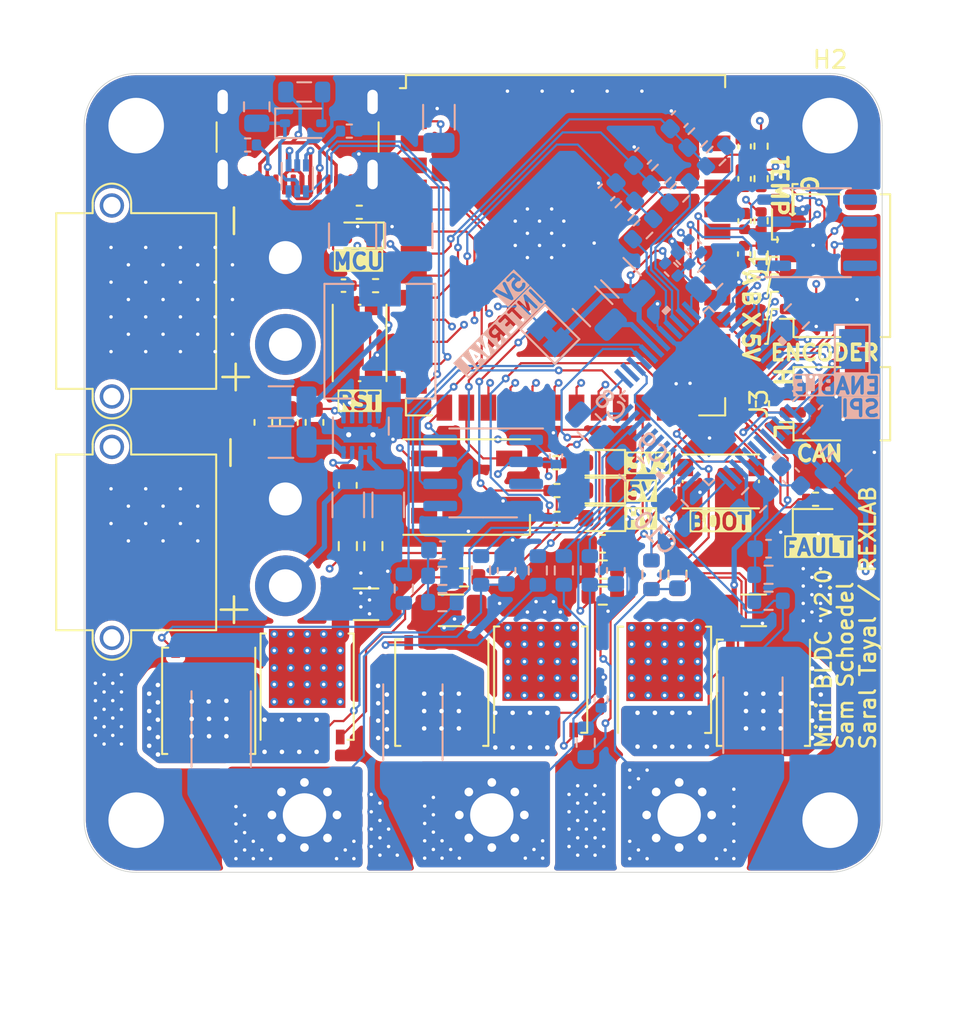
<source format=kicad_pcb>
(kicad_pcb (version 20221018) (generator pcbnew)
  (layers (0 "F.Cu" signal) (1 "In1.Cu" signal "GND") (2 "In2.Cu" signal "VM") (31 "B.Cu" signal) (34 "B.Paste" user) (35 "F.Paste" user) (36 "B.SilkS" user "B.Silkscreen") (37 "F.SilkS" user "F.Silkscreen") (38 "B.Mask" user) (39 "F.Mask" user) (44 "Edge.Cuts" user))
  (property "git_version" "WIP")
  (net 0 "")
  (net 1 "Net-(U1-12VOUT)")
  (net 2 "GND")
  (net 3 "Net-(U1-CPO)")
  (net 4 "Net-(U1-CPI)")
  (net 5 "Net-(U1-VCP)")
  (net 6 "Net-(J6-Pin_1)")
  (net 7 "Net-(J7-Pin_1)")
  (net 8 "/Power/HSU")
  (net 9 "/Power/LSU")
  (net 10 "/Power/SENSE_U")
  (net 11 "/Power/HSV")
  (net 12 "/Power/LSV")
  (net 13 "/Power/SENSE_V")
  (net 14 "/Power/HSW")
  (net 15 "/Power/LSW")
  (net 16 "/Power/SENSE_W")
  (net 17 "/Power/5VOUT")
  (net 18 "Net-(J8-Pin_1)")
  (net 19 "/Power/VOFS")
  (net 20 "/Power/CU")
  (net 21 "/Power/CV")
  (net 22 "/Power/CW")
  (net 23 "EN")
  (net 24 "Net-(D2-A)")
  (net 25 "USB_D+")
  (net 26 "USB_D-")
  (net 27 "MCU_D-")
  (net 28 "MCU_D+")
  (net 29 "Net-(D11-A)")
  (net 30 "+3V3")
  (net 31 "+5V")
  (net 32 "/PHASE_U_RAW")
  (net 33 "/PHASE_V_RAW")
  (net 34 "/PHASE_W_RAW")
  (net 35 "/CUR_U")
  (net 36 "/CUR_V")
  (net 37 "/CUR_W")
  (net 38 "/PHASE_U_FILTERED")
  (net 39 "/PHASE_V_FILTERED")
  (net 40 "/PHASE_W_FILTERED")
  (net 41 "Net-(J3-Pin_1)")
  (net 42 "Net-(JP1-B)")
  (net 43 "VBUS")
  (net 44 "/CURU_5V")
  (net 45 "/CURV_5V")
  (net 46 "/CURW_5V")
  (net 47 "/MCU/WL")
  (net 48 "/MCU/WH")
  (net 49 "/MCU/VL")
  (net 50 "/MCU/VH")
  (net 51 "/MCU/UL")
  (net 52 "/MCU/UH")
  (net 53 "/MCU/DRV_ENABLE")
  (net 54 "Net-(Q1-G)")
  (net 55 "Net-(Q2-G)")
  (net 56 "Net-(J3-Pin_2)")
  (net 57 "Net-(J14-CC2)")
  (net 58 "Net-(Q3-G)")
  (net 59 "Net-(Q4-G)")
  (net 60 "Net-(Q5-G)")
  (net 61 "Net-(Q6-G)")
  (net 63 "/HALL1")
  (net 64 "/HALL2")
  (net 65 "/HALL3")
  (net 66 "/MCU/MAG_CSN")
  (net 67 "/MCU/MAG_CLK")
  (net 68 "/MCU/MAG_DO")
  (net 74 "/MCU/DRV_NCS")
  (net 76 "/VM")
  (net 77 "/V_M_FILTERED")
  (net 78 "/PCB_TEMP")
  (net 79 "/Power/FAULT")
  (net 81 "/MCU/IO2")
  (net 82 "BOOT")
  (net 83 "/MCU/DRV_SCK")
  (net 84 "/MCU/DRV_MOSI")
  (net 85 "/MCU/DRV_MISO")
  (net 88 "I2C_SDA")
  (net 89 "I2C_SCL")
  (net 90 "/CAN_TX")
  (net 91 "/CAN_RX")
  (net 92 "/MOTOR_TEMP")
  (net 94 "Net-(IC2-VCC)")
  (net 95 "Net-(IC2-SS)")
  (net 96 "Net-(IC2-LX)")
  (net 99 "Net-(D1-A)")
  (net 100 "Net-(J14-CC1)")
  (net 103 "/MCU/LED")
  (net 104 "Net-(D3-A)")
  (net 105 "Net-(D4-A)")
  (net 106 "Net-(D5-A)")
  (footprint "Package_TO_SOT_SMD:TDSON-8-1" (layer "F.Cu") (at 159.165 132.389061 90)
    (fp_text reference "Q3" hide)
    (fp_text value "BSC026N08NS5" hide)
  )
  (footprint "Capacitor_SMD:C_0402_1005Metric" (layer "F.Cu") (at 170.92 105.975 90)
    (fp_text reference "C45" hide)
    (fp_text value "DNP")
  )
  (footprint "Connector_Molex:Molex_Pico-Clasp_202396-0607_1x06-1MP_P1.00mm_Horizontal" (layer "F.Cu") (at 175.725 108.55 90)
    (fp_text reference "J1")
    (fp_text value "Conn_01x06_Pin")
  )
  (footprint "Resistor_SMD:R_0402_1005Metric" (layer "F.Cu") (at 175.01 122)
    (fp_text reference "R16" hide)
    (fp_text value "330")
  )
  (footprint "Capacitor_SMD:C_1206_3216Metric" (layer "F.Cu") (at 171.45 128.4)
    (fp_text reference "C1" hide)
    (fp_text value "2.2uF/50V")
  )
  (footprint "Connector_Molex:Molex_Pico-Clasp_202396-0207_1x02-1MP_P1.00mm_Horizontal" (layer "F.Cu") (at 175.725 116.5 90)
    (fp_text reference "J3")
    (fp_text value "Conn_01x02_Pin")
  )
  (footprint "Capacitor_SMD:C_0603_1608Metric" (layer "F.Cu") (at 162.735877 124.564789 180)
    (fp_text reference "C30" hide)
    (fp_text value "DNP")
  )
  (footprint "Resistor_SMD:R_0603_1608Metric" (layer "F.Cu") (at 167.05 126.35 90)
    (fp_text reference "R2" hide)
    (fp_text value "2R2")
  )
  (footprint "LED_SMD:LED_0603_1608Metric" (layer "F.Cu") (at 148.647499 106.8 180)
    (fp_text reference "D1" hide)
    (fp_text value "LED")
  )
  (footprint "Resistor_SMD:R_0402_1005Metric" (layer "F.Cu") (at 171.87 101.67 -90)
    (fp_text reference "R35" hide)
    (fp_text value "2k2")
  )
  (footprint "Capacitor_SMD:C_0603_1608Metric" (layer "F.Cu") (at 144.650763 117.574999 -90)
    (fp_text reference "C35" hide)
    (fp_text value "1nF/100V")
  )
  (footprint "Resistor_SMD:R_0603_1608Metric" (layer "F.Cu") (at 148.05 124.7 90)
    (fp_text reference "R39" hide)
    (fp_text value "22k")
  )
  (footprint "RF_Module:ESP32-S3-WROOM-1U" (layer "F.Cu") (at 160.6 107.375)
    (fp_text reference "U8" hide)
    (fp_text value "ESP32-S3-WROOM-1")
  )
  (footprint "Resistor_SMD:R_0402_1005Metric" (layer "F.Cu") (at 149.65 109.7 180)
    (fp_text reference "R82" hide)
    (fp_text value "10K")
  )
  (footprint "Button_Switch_SMD:SW_Push_1P1T_NO_CK_KMR2" (layer "F.Cu") (at 169.55 120.975)
    (fp_text reference "SW3" hide)
    (fp_text value "SW_Push_Dual_x2")
  )
  (footprint "Resistor_SMD:R_0603_1608Metric" (layer "F.Cu") (at 154.75 126.5)
    (fp_text reference "R9" hide)
    (fp_text value "2R2")
  )
  (footprint "MountingHole:MountingHole_2.5mm_Pad_Via" (layer "F.Cu") (at 145.55 140.185)
    (fp_text reference "J8" hide)
    (fp_text value "Conn_02x02_Counter_Clockwise")
  )
  (footprint "Connector_AMASS:AMASS_XT30PW-M_1x02_P2.50mm_Horizontal" (layer "F.Cu") (at 144.45 108.085 90)
    (fp_text reference "J13" hide)
    (fp_text value "Conn_01x02")
  )
  (footprint "MountingHole:MountingHole_2.5mm_Pad_Via" (layer "F.Cu") (at 167.15 140.185)
    (fp_text reference "J6" hide)
    (fp_text value "Conn_02x02_Counter_Clockwise")
  )
  (footprint "Capacitor_SMD:C_1206_3216Metric" (layer "F.Cu") (at 149.1 128.05)
    (fp_text reference "C3" hide)
    (fp_text value "2.2uF/50V")
  )
  (footprint "Resistor_SMD:R_0402_1005Metric" (layer "F.Cu") (at 171.87 103.54 -90)
    (fp_text reference "R34" hide)
    (fp_text value "2k2")
  )
  (footprint "LED_SMD:LED_0603_1608Metric" (layer "F.Cu") (at 162.545001 119.9 180)
    (fp_text reference "D4" hide)
    (fp_text value "LED")
  )
  (footprint "Resistor_SMD:R_0603_1608Metric" (layer "F.Cu") (at 165.55 126.35 90)
    (fp_text reference "R1" hide)
    (fp_text value "2R2")
  )
  (footprint "Capacitor_SMD:C_0402_1005Metric" (layer "F.Cu") (at 170.92 103.55 90)
    (fp_text reference "C46" hide)
    (fp_text value "DNP")
  )
  (footprint "Resistor_SMD:R_0603_1608Metric" (layer "F.Cu") (at 162.746754 127.55)
    (fp_text reference "R25" hide)
    (fp_text value "22k")
  )
  (footprint "Capacitor_SMD:C_0603_1608Metric" (layer "F.Cu") (at 148.05 121.2 -90)
    (fp_text reference "C22" hide)
    (fp_text value "2.2uF")
  )
  (footprint "Resistor_SMD:R_0402_1005Metric" (layer "F.Cu") (at 171.87 105.965 -90)
    (fp_text reference "R33" hide)
    (fp_text value "2k2")
  )
  (footprint "LED_SMD:LED_WS2812B_PLCC4_5.0x5.0mm_P3.2mm" (layer "F.Cu") (at 154.9 121.3)
    (fp_text reference "IC3" hide)
    (fp_text value "WS2812B")
  )
  (footprint "MountingHole:MountingHole_2.5mm_Pad_Via" (layer "F.Cu") (at 156.35 140.185)
    (fp_text reference "J7" hide)
    (fp_text value "Conn_02x02_Counter_Clockwise")
  )
  (footprint "Package_TO_SOT_SMD:TDSON-8-1" (layer "F.Cu") (at 153.465 133.145 -90)
    (fp_text reference "Q4" hide)
    (fp_text value "BSC026N08NS5")
  )
  (footprint "Package_TO_SOT_SMD:TDSON-8-1" (layer "F.Cu") (at 140.03 133.61 -90)
    (fp_text reference "Q6" hide)
    (fp_text value "BSC026N08NS5")
  )
  (footprint "MountingHole:MountingHole_3.2mm_M3_DIN965_Pad_TopBottom" (layer "F.Cu") (at 135.85 100.485)
    (fp_text reference "H1" hide)
    (fp_text value "MountingHole_Pad")
  )
  (footprint "Package_TO_SOT_SMD:TDSON-8-1" (layer "F.Cu") (at 145.705 132.795 90)
    (fp_text reference "Q5" hide)
    (fp_text value "BSC026N08NS5" hide)
  )
  (footprint "LED_SMD:LED_0603_1608Metric" (layer "F.Cu") (at 162.557501 123.1 180)
    (fp_text reference "D3" hide)
    (fp_text value "LED")
  )
  (footprint "Resistor_SMD:R_0603_1608Metric" (layer "F.Cu") (at 149.522772 124.698824 -90)
    (fp_text reference "R40" hide)
    (fp_text value "1k5")
  )
  (footprint "Resistor_SMD:R_0402_1005Metric" (layer "F.Cu") (at 171.95 116.509999 -90)
    (fp_text reference "R36" hide)
    (fp_text value "120")
  )
  (footprint "Package_TO_SOT_SMD:TDSON-8-1" (layer "F.Cu") (at 166.305 132.4 90)
    (fp_text reference "Q1" hide)
    (fp_text value "BSC026N08NS5" hide)
  )
  (footprint "Capacitor_SMD:C_0402_1005Metric" (layer "F.Cu") (at 170.9 107.88 -90)
    (fp_text reference "C32" hide)
    (fp_text value "100nF")
  )
  (footprint "Resistor_SMD:R_0603_1608Metric" (layer "F.Cu") (at 162.746433 126.05 180)
    (fp_text reference "R26" hide)
    (fp_text value "1k5")
  )
  (footprint "Capacitor_SMD:C_0402_1005Metric" (layer "F.Cu") (at 147.8 109.7 180)
    (fp_text reference "C70" hide)
    (fp_text value "1uF")
  )
  (footprint "Package_TO_SOT_SMD:TDSON-8-1" (layer "F.Cu") (at 172.005 133.145 -90)
    (fp_text reference "Q2" hide)
    (fp_text value "BSC026N08NS5")
  )
  (footprint "Capacitor_SMD:C_0603_1608Metric" (layer "F.Cu") (at 146.13 117.575 -90)
    (fp_text reference "C36" hide)
    (fp_text value "1nF/100V")
  )
  (footprint "LED_SMD:LED_0603_1608Metric" (layer "F.Cu") (at 175.185001 123.3)
    (fp_text reference "D2" hide)
    (fp_text value "LED")
  )
  (footprint "Capacitor_SMD:C_0402_1005Metric" (layer "F.Cu") (at 170.92 101.68 90)
    (fp_text reference "C47" hide)
    (fp_text value "DNP")
  )
  (footprint "Connector_AMASS:AMASS_XT30PW-M_1x02_P2.50mm_Horizontal" (layer "F.Cu") (at 144.45 121.985 90)
    (fp_text reference "J2" hide)
    (fp_text value "Conn_01x02")
  )
  (footprint "Resistor_SMD:R_0402_1005Metric" (layer "F.Cu") (at 148.71 105.475)
    (fp_text reference "R32" hide)
    (fp_text value "330")
  )
  (footprint "Connector_USB:USB_C_Receptacle_GCT_USB4105-xx-A_16P_TopMnt_Horizontal" (layer "F.Cu") (at 145.155 100.195 180)
    (fp_text reference "J14" hide)
    (fp_text value "USB_C_Receptacle_USB2.0")
  )
  (footprint "MountingHole:MountingHole_3.2mm_M3_DIN965_Pad_TopBottom" (layer "F.Cu") (at 135.85 140.485)
    (fp_text reference "H3" hide)
    (fp_text value "MountingHole_Pad")
  )
  (footprint "MountingHole:MountingHole_3.2mm_M3_DIN965_Pad_TopBottom" (layer "F.Cu") (at 175.85 100.485)
    (fp_text reference "H2")
    (fp_text value "MountingHole_Pad")
  )
  (footprint "LED_SMD:LED_0603_1608Metric" (layer "F.Cu") (at 162.545001 121.5 180)
    (fp_text reference "D5" hide)
    (fp_text value "LED")
  )
  (footprint "Button_Switch_SMD:SW_Push_1P1T_NO_CK_KMR2" (layer "F.Cu") (at 148.73 113 -90)
    (fp_text reference "SW1" hide)
    (fp_text value "SW_Push_Dual_x2")
  )
  (footprint "Resistor_SMD:R_0402_1005Metric" (layer "F.Cu") (at 160.045001 119.9 180)
    (fp_text reference "R38" hide)
    (fp_text value "330")
  )
  (footprint "Capacitor_SMD:C_1206_3216Metric" (layer "F.Cu") (at 154 128.4 180)
    (fp_text reference "C2" hide)
    (fp_text value "2.2uF/50V")
  )
  (footprint "Resistor_SMD:R_0402_1005Metric" (layer "F.Cu") (at 171.875 107.875 90)
    (fp_text reference "R30" hide)
    (fp_text value "10k")
  )
  (footprint "MountingHole:MountingHole_3.2mm_M3_DIN965_Pad_TopBottom" (layer "F.Cu") (at 175.85 140.485)
    (fp_text reference "H4" hide)
    (fp_text value "MountingHole_Pad")
  )
  (footprint "Resistor_SMD:R_0402_1005Metric" (layer "F.Cu") (at 160.105 121.5 180)
    (fp_text reference "R42" hide)
    (fp_text value "330")
  )
  (footprint "Resistor_SMD:R_0402_1005Metric" (layer "F.Cu") (at 160.11 123.1 180)
    (fp_text reference "R37" hide)
    (fp_text value "330")
  )
  (footprint "Capacitor_SMD:C_0603_1608Metric" (layer "F.Cu") (at 143.18 117.575 -90)
    (fp_text reference "C34" hide)
    (fp_text value "1nF/100V")
  )
  (footprint "Capacitor_SMD:C_1210_3225Metric" (layer "B.Cu") (at 148.325001 106.829947 90)
    (fp_text reference "C33" hide)
    (fp_text value "22uF")
  )
  (footprint "Capacitor_SMD:C_0603_1608Metric" (layer "B.Cu") (at 163.5 126.1 90)
    (fp_text reference "C25" hide)
    (fp_text value "1nF/100V")
  )
  (footprint "Resistor_SMD:R_0603_1608Metric" (layer "B.Cu") (at 151.275 127.15 90)
    (fp_text reference "R10" hide)
    (fp_text value "2R2")
  )
  (footprint "Resistor_SMD:R_0603_1608Metric" (layer "B.Cu") (at 164.019467 105.393771 -135)
    (fp_text reference "R18" hide)
    (fp_text value "2k2")
  )
  (footprint "Capacitor_SMD:C_1210_3225Metric" (layer "B.Cu") (at 151.565002 106.824946 90)
    (fp_text reference "C21" hide)
    (fp_text value "22uF")
  )
  (footprint "Capacitor_SMD:C_0805_2012Metric" (layer "B.Cu") (at 173.928249 111.471751 45)
    (fp_text reference "C6" hide)
    (fp_text value "100nF/100V")
  )
  (footprint "Resistor_SMD:R_0402_1005Metric" (layer "B.Cu") (at 175.02933 116.442119 45)
    (fp_text reference "R29" hide)
    (fp_text value "10k")
  )
  (footprint "Package_SO:SOIC-8_3.9x4.9mm_P1.27mm" (layer "B.Cu") (at 175.1 106.65)
    (fp_text reference "U5" hide)
    (fp_text value "SN65HVD232")
  )
  (footprint "Resistor_SMD:R_0603_1608Metric" (layer "B.Cu") (at 168.219862 101.175109 45)
    (fp_text reference "R22" hide)
    (fp_text value "2k2")
  )
  (footprint "footprints:TMC6200-TA" (layer "B.Cu") (at 168.861534 116.056484 -45)
    (fp_text reference "U1" hide)
    (fp_text value "TMC6200-TA" hide)
  )
  (footprint "Resistor_SMD:R_0402_1005Metric" (layer "B.Cu") (at 167.368706 108.102743 135)
    (fp_text reference "R14" hide)
    (fp_text value "10k")
  )
  (footprint "Resistor_SMD:R_2512_6332Metric" (layer "B.Cu") (at 171.4 134.4375 90)
    (fp_text reference "R3" hide)
    (fp_text value "33mR")
  )
  (footprint "Capacitor_SMD:C_0805_2012Metric" (layer "B.Cu") (at 171.468706 122.052743 45)
    (fp_text reference "C12" hide)
    (fp_text value "100nF/100V")
  )
  (footprint "Capacitor_SMD:C_0805_2012Metric" (layer "B.Cu") (at 164.4 120.25 135)
    (fp_text reference "C9")
    (fp_text value "470nF/16V")
  )
  (footprint "Resistor_SMD:R_2512_6332Metric" (layer "B.Cu") (at 151.8 134.8375 90)
    (fp_text reference "R7" hide)
    (fp_text value "33mR")
  )
  (footprint "Capacitor_SMD:C_1206_3216Metric" (layer "B.Cu") (at 153.3 100 90)
    (fp_text reference "C19" hide)
    (fp_text value "100nF")
  )
  (footprint "Capacitor_SMD:C_0603_1608Metric" (layer "B.Cu") (at 167.05 126.35 90)
    (fp_text reference "C24" hide)
    (fp_text value "1nF/100V")
  )
  (footprint "Resistor_SMD:R_0603_1608Metric" (layer "B.Cu") (at 155.725 126.1 90)
    (fp_text reference "R12" hide)
    (fp_text value "10R")
  )
  (footprint "Resistor_SMD:R_2512_6332Metric" (layer "B.Cu") (at 140.75 135.2375 90)
    (fp_text reference "R11" hide)
    (fp_text value "33mR")
  )
  (footprint "Capacitor_SMD:C_1206_3216Metric" (layer "B.Cu") (at 150.379236 122.324998 -90)
    (fp_text reference "C38" hide)
    (fp_text value "2.2uF")
  )
  (footprint "Resistor_SMD:R_0603_1608Metric" (layer "B.Cu") (at 162 126.1 90)
    (fp_text reference "R8" hide)
    (fp_text value "10R")
  )
  (footprint "Jumper:SolderJumper-2_P1.3mm_Bridged_Pad1.0x1.5mm" (layer "B.Cu") (at 177.12175 113.35 -90)
    (fp_text reference "JP1" hide)
    (fp_text value "SolderJumper_2_Open")
  )
  (footprint "Jumper:SolderJumper-2_P1.3mm_Bridged_Pad1.0x1.5mm" (layer "B.Cu") (at 159.7 112.5 135)
    (fp_text reference "JP2" hide)
    (fp_text value "SolderJumper_2_Open")
  )
  (footprint "Capacitor_SMD:C_0603_1608Metric" (layer "B.Cu") (at 153.50337 124.937651)
    (fp_text reference "C29" hide)
    (fp_text value "DNP")
  )
  (footprint "Resistor_SMD:R_0603_1608Metric" (layer "B.Cu") (at 169.275513 102.235246 -135)
    (fp_text reference "R21" hide)
    (fp_text value "1k5")
  )
  (footprint "Capacitor_SMD:C_0805_2012Metric" (layer "B.Cu") (at 176.386752 119.970539 45)
    (fp_text reference "C14" hide)
    (fp_text value "100nF/100V")
  )
  (footprint "Capacitor_SMD:C_0805_2012Metric" (layer "B.Cu") (at 142.8 99.4 90)
    (fp_text reference "C68" hide)
    (fp_text value "22uF")
  )
  (footprint "Package_TO_SOT_SMD:SOT-563" (layer "B.Cu") (at 145.135 103.525 -90)
    (fp_text reference "D8" hide)
    (fp_text value "NUF2042XV6T1G")
  )
  (footprint "Resistor_SMD:R_0603_1608Metric" (layer "B.Cu") (at 159 126.1 90)
    (fp_text reference "R6" hide)
    (fp_text value "2R2")
  )
  (footprint "Inductor_SMD:L_0805_2012Metric" (layer "B.Cu") (at 145.535 98.5475)
    (fp_text reference "L3" hide)
    (fp_text value "100Mhz 40Ohm 1.5A")
  )
  (footprint "Capacitor_SMD:C_0805_2012Metric" (layer "B.Cu") (at 168.938092 109.255433 45)
    (fp_text reference "C7" hide)
    (fp_text value "100nF/100V")
  )
  (footprint "Resistor_SMD:R_0402_1005Metric" (layer "B.Cu") (at 148.135 100.8 180)
    (fp_text reference "R31" hide)
    (fp_text value "5.1K")
  )
  (footprint "Package_SO:SOIC-8_3.9x4.9mm_P1.27mm" (layer "B.Cu") (at 155.85 120.485 180)
    (fp_text reference "U2" hide)
    (fp_text value "MT6701-CT")
  )
  (footprint "Resistor_SMD:R_0402_1005Metric" (layer "B.Cu") (at 162.65 133.51 90)
    (fp_text reference "R41" hide)
    (fp_text value "10k")
  )
  (footprint "Capacitor_SMD:C_0603_1608Metric" (layer "B.Cu") (at 162.96105 104.330868 -135)
    (fp_text reference "C15" hide)
    (fp_text value "DNP")
  )
  (footprint "Resistor_SMD:R_0603_1608Metric" (layer "B.Cu") (at 153.501011 126.413195)
    (fp_text reference "R24" hide)
    (fp_text value "1k5")
  )
  (footprint "Resistor_SMD:R_0603_1608Metric" (layer "B.Cu") (at 153.5 127.925 180)
    (fp_text reference "R23" hide)
    (fp_text value "22k")
  )
  (footprint "Resistor_SMD:R_0402_1005Metric" (layer "B.Cu") (at 166.697727 108.766307 -45)
    (fp_text reference "R15" hide)
    (fp_text value "10k")
  )
  (footprint "Capacitor_SMD:C_1206_3216Metric" (layer "B.Cu") (at 144.19317 116.406562 180)
    (fp_text reference "C17" hide)
    (fp_text value "100nF")
  )
  (footprint "Resistor_SMD:R_0402_1005Metric" (layer "B.Cu") (at 168.043706 107.427743 -45)
    (fp_text reference "R13" hide)
    (fp_text value "DNP")
  )
  (footprint "Resistor_SMD:R_0603_1608Metric" (layer "B.Cu") (at 161.761004 136.023943 90)
    (fp_text reference "TH1" hide)
    (fp_text value "Thermistor_NTC")
  )
  (footprint "Capacitor_SMD:C_0603_1608Metric" (layer "B.Cu") (at 167.1822 100.113647 45)
    (fp_text reference "C28" hide)
    (fp_text value "DNP")
  )
  (footprint "Capacitor_SMD:C_0603_1608Metric" (layer "B.Cu") (at 173.6 120.675 -45)
    (fp_text reference "C11" hide)
    (fp_text value "22nF/100V")
  )
  (footprint "Capacitor_SMD:C_0603_1608Metric" (layer "B.Cu") (at 157.2 126.1 90)
    (fp_text reference "C26" hide)
    (fp_text value "1nF/100V")
  )
  (footprint "Resistor_SMD:R_0603_1608Metric" (layer "B.Cu") (at 167.178942 104.331817 -135)
    (fp_text reference "R19" hide)
    (fp_text value "1k5")
  )
  (footprint "Package_DFN_QFN:TDFN-10-1EP_2x3mm_P0.5mm_EP0.9x2mm_ThermalVias" (layer "B.Cu") (at 148.8 118.2875 90)
    (fp_text reference "IC2" hide)
    (fp_text value "MAX17502EATB+T")
  )
  (footprint "Resistor_SMD:R_0603_1608Metric" (layer "B.Cu") (at 166.122243 103.270632 45)
    (fp_text reference "R20" hide)
    (fp_text value "2k2")
  )
  (footprint "Capacitor_SMD:C_0805_2012Metric" (layer "B.Cu") (at 166.95 122.75 -45)
    (fp_text reference "C10")
    (fp_text value "470nF/16V")
  )
  (footprint "Resistor_SMD:R_0603_1608Metric" (layer "B.Cu") (at 165.55 126.35 90)
    (fp_text reference "R4" hide)
    (fp_text value "10R")
  )
  (footprint "Capacitor_SMD:C_0603_1608Metric" (layer "B.Cu") (at 165.071486 102.224361 45)
    (fp_text reference "C27" hide)
    (fp_text value "DNP")
  )
  (footprint "Capacitor_SMD:C_0402_1005Metric" (layer "B.Cu") (at 160.05 119.525 90)
    (fp_text reference "C23" hide)
    (fp_text value "0.1uF")
  )
  (footprint "Resistor_SMD:R_0402_1005Metric" (layer "B.Cu") (at 142.275001 101.6)
    (fp_text reference "R43" hide)
    (fp_text value "5.1K")
  )
  (footprint "Capacitor_SMD:C_0805_2012Metric" (layer "B.Cu") (at 162 117.8 135)
    (fp_text reference "C8")
    (fp_text value "470nF/16V")
  )
  (footprint "Resistor_SMD:R_0603_1608Metric" (layer "B.Cu") (at 160.5 126.1 90)
    (fp_text reference "R5" hide)
    (fp_text value "2R2")
  )
  (footprint "Resistor_SMD:R_0603_1608Metric" (layer "B.Cu") (at 172.299751 127.85 180)
    (fp_text reference "R27" hide)
    (fp_text value "22k")
  )
  (footprint "Capacitor_SMD:C_0805_2012Metric" (layer "B.Cu") (at 174.996955 118.574494 45)
    (fp_text reference "C13" hide)
    (fp_text value "100nF/100V" hide)
  )
  (footprint "Capacitor_SMD:C_1206_3216Metric" (layer "B.Cu") (at 144.193169 118.706563 180)
    (fp_text reference "C16" hide)
    (fp_text value "2.2uF")
  )
  (footprint "Capacitor_SMD:C_1206_3216Metric" (layer "B.Cu") (at 162.156754 110.899171 -45)
    (fp_text reference "C5" hide)
    (fp_text value "2.2uF/50V")
  )
  (footprint "Capacitor_SMD:C_1206_3216Metric" (layer "B.Cu") (at 163.796454 109.25 -45)
    (fp_text reference "C4" hide)
    (fp_text value "2.2uF/50V")
  )
  (footprint "Capacitor_SMD:C_1206_3216Metric" (layer "B.Cu") (at 148.074999 122.325 -90)
    (fp_text reference "C37" hide)
    (fp_text value "2.2uF")
  )
  (footprint "Capacitor_SMD:C_0603_1608Metric" (layer "B.Cu") (at 172.3 124.85)
    (fp_text reference "C31" hide)
    (fp_text value "DNP")
  )
  (footprint "Resistor_SMD:R_0603_1608Metric" (layer "B.Cu") (at 165.068228 106.442531 45)
    (fp_text reference "R17" hide)
    (fp_text value "1k5")
  )
  (footprint "Inductor_SMD:L_6.3x6.3_H3" (layer "B.Cu") (at 149.9 112.9 -90)
    (fp_text reference "L1" hide)
    (fp_text value "L 15uh")
  )
  (footprint "Resistor_SMD:R_0603_1608Metric" (layer "B.Cu") (at 172.3 126.35)
    (fp_text reference "R28" hide)
    (fp_text value "1k5")
  )
  (footprint "Diode_SMD:D_SOD-323" (layer "B.Cu") (at 145.4725 100.3475)
    (fp_text reference "D11" hide)
    (fp_text value "D")
  )
  (gr_line (start 172.2 109.2) (end 172 109.2) (stroke (width 0.12)) (layer "F.SilkS"))
  (gr_line (start 172.5 107.05) (end 172.85 107.05) (stroke (width 0.12)) (layer "F.SilkS"))
  (gr_line (start 172.8 107.2) (end 172.85 107.05) (stroke (width 0.12)) (layer "F.SilkS"))
  (gr_line (start 172.25 113.05) (end 172.1 113.05) (stroke (width 0.12)) (layer "F.SilkS"))
  (gr_line (start 172.5 111.05) (end 172.25 113.05) (stroke (width 0.12)) (layer "F.SilkS"))
  (gr_line (start 173.68 105.65) (end 173.53 105.55) (stroke (width 0.12)) (layer "F.SilkS"))
  (gr_line (start 172.85 111.05) (end 172.5 111.05) (stroke (width 0.12)) (layer "F.SilkS"))
  (gr_line (start 173.68 103.85) (end 173.98 103.85) (stroke (width 0.12)) (layer "F.SilkS"))
  (gr_line (start 172.4 108.05) (end 172.2 109.2) (stroke (width 0.12)) (layer "F.SilkS"))
  (gr_line (start 173.83 105.55) (end 173.68 105.65) (stroke (width 0.12)) (layer "F.SilkS"))
  (gr_line (start 172.5 105.3) (end 172.5 107.05) (stroke (width 0.12)) (layer "F.SilkS"))
  (gr_line (start 172.45 110.05) (end 172.2 111.65) (stroke (width 0.12)) (layer "F.SilkS"))
  (gr_line (start 173.68 103.85) (end 173.68 105.65) (stroke (width 0.12)) (layer "F.SilkS"))
  (gr_line (start 172.85 108.05) (end 172.4 108.05) (stroke (width 0.12)) (layer "F.SilkS"))
  (gr_line (start 172.2 111.65) (end 172.05 111.65) (stroke (width 0.12)) (layer "F.SilkS"))
  (gr_line (start 172.45 109.05) (end 172.2 110.35) (stroke (width 0.12)) (layer "F.SilkS"))
  (gr_line (start 172.85 110.05) (end 172.45 110.05) (stroke (width 0.12)) (layer "F.SilkS"))
  (gr_line (start 172.85 109.05) (end 172.45 109.05) (stroke (width 0.12)) (layer "F.SilkS"))
  (gr_line (start 172.85 107.05) (end 172.8 106.9) (stroke (width 0.12)) (layer "F.SilkS"))
  (gr_line (start 135.85 97.485) (end 175.85 97.485) (stroke (width 0.05)) (layer "Edge.Cuts"))
  (gr_arc (start 135.85 143.485) (mid 133.72868 142.60632) (end 132.85 140.485) (stroke (width 0.05)) (layer "Edge.Cuts"))
  (gr_arc (start 175.85 97.485) (mid 177.97132 98.36368) (end 178.85 100.485) (stroke (width 0.05)) (layer "Edge.Cuts"))
  (gr_arc (start 132.85 100.485) (mid 133.72868 98.36368) (end 135.85 97.485) (stroke (width 0.05)) (layer "Edge.Cuts"))
  (gr_line (start 132.85 140.485) (end 132.85 100.485) (stroke (width 0.05)) (layer "Edge.Cuts"))
  (gr_arc (start 178.85 140.485) (mid 177.97132 142.60632) (end 175.85 143.485) (stroke (width 0.05)) (layer "Edge.Cuts"))
  (gr_line (start 175.85 143.485) (end 135.85 143.485) (stroke (width 0.05)) (layer "Edge.Cuts"))
  (gr_line (start 178.85 100.485) (end 178.85 140.485) (stroke (width 0.05)) (layer "Edge.Cuts"))
  (gr_text "SPI" (at 178.81175 117.3) (layer "B.SilkS" knockout) (effects (font (size 0.9 0.9) (thickness 0.2) bold) (justify left bottom mirror)))
  (gr_text "INTERNAL" (at 159.525 110.475 45) (layer "B.SilkS" knockout) (effects (font (size 0.9 0.9) (thickness 0.18) bold) (justify left bottom mirror)))
  (gr_text "5V" (at 158.55 109.55 45) (layer "B.SilkS" knockout) (effects (font (size 0.9 0.9) (thickness 0.2) bold) (justify left bottom mirror)))
  (gr_text "ENABLE" (at 178.85 116) (layer "B.SilkS" knockout) (effects (font (size 0.9 0.9) (thickness 0.2) bold) (justify left bottom mirror)))
  (gr_text "A" (at 170.75 108.75 270) (layer "F.SilkS") (effects (font (size 0.9 0.9) (thickness 0.2) bold) (justify left bottom)))
  (gr_text "/ REXLAB" (at 178.55 127.95 90) (layer "F.SilkS") (effects (font (size 0.9 0.9)) (justify left bottom)))
  (gr_text "L" (at 172.55 117.5 -90) (layer "F.SilkS") (effects (font (size 1 1) (thickness 0.2) bold) (justify left bottom)))
  (gr_text "B" (at 170.75 109.85 270) (layer "F.SilkS") (effects (font (size 0.9 0.9) (thickness 0.2) bold) (justify left bottom)))
  (gr_text "FAULT" (at 173.06 125.3) (layer "F.SilkS" knockout) (effects (font (size 0.9 0.9) (thickness 0.2) bold) (justify left bottom)))
  (gr_text "Saral Tayal" (at 178.55 136.5 90) (layer "F.SilkS") (effects (font (size 0.9 0.9)) (justify left bottom)))
  (gr_text "-" (at 142.5 107.3 90) (layer "F.SilkS") (effects (font (size 2 2)) (justify left bottom)))
  (gr_text "BOOT" (at 167.6 123.825) (layer "F.SilkS" knockout) (effects (font (size 0.9 0.9) (thickness 0.2) bold) (justify left bottom)))
  (gr_text "G" (at 174.1 103.25 270) (layer "F.SilkS") (effects (font (size 0.9 0.9) (thickness 0.2) bold) (justify left bottom)))
  (gr_text "Mini BLDC v2.0" (at 176 136.45 90) (layer "F.SilkS") (effects (font (size 0.9 0.9)) (justify left bottom)))
  (gr_text "H" (at 173.8 115.6 90) (layer "F.SilkS") (effects (font (size 1 1) (thickness 0.2) bold) (justify left bottom)))
  (gr_text "5V" (at 170.75 112.3 270) (layer "F.SilkS") (effects (font (size 0.9 0.9) (thickness 0.2) bold) (justify left bottom)))
  (gr_text "X" (at 170.75 111.1 270) (layer "F.SilkS") (effects (font (size 0.9 0.9) (thickness 0.2) bold) (justify left bottom)))
  (gr_text "TEMP" (at 172.4 102.1 270) (layer "F.SilkS") (effects (font (size 0.9 0.9) (thickness 0.2) bold) (justify left bottom)))
  (gr_text "Sam Schoedel" (at 177.25 136.5 90) (layer "F.SilkS") (effects (font (size 0.9 0.9)) (justify left bottom)))
  (gr_text "MCU" (at 147.1 108.825) (layer "F.SilkS" knockout) (effects (font (size 0.9 0.9) (thickness 0.2) bold) (justify left bottom)))
  (gr_text "HV" (at 163.92 123.675) (layer "F.SilkS" knockout) (effects (font (size 0.9 0.9) (thickness 0.2) bold) (justify left bottom)))
  (gr_text "ENCODER" (at 172.3 114.09) (layer "F.SilkS") (effects (font (size 0.9 0.9) (thickness 0.2) bold) (justify left bottom)))
  (gr_text "+" (at 140.15 129.375) (layer "F.SilkS") (effects (font (size 2 2)) (justify left bottom)))
  (gr_text "5V" (at 163.995 122.075) (layer "F.SilkS" knockout) (effects (font (size 0.9 0.9) (thickness 0.2) bold) (justify left bottom)))
  (gr_text "CAN" (at 173.8 119.9) (layer "F.SilkS") (effects (font (size 0.9 0.9) (thickness 0.2) bold) (justify left bottom)))
  (gr_text "+" (at 140.25 115.975) (layer "F.SilkS") (effects (font (size 2 2)) (justify left bottom)))
  (gr_text "3V3" (at 164.02 120.475) (layer "F.SilkS" knockout) (effects (font (size 0.9 0.9) (thickness 0.2) bold) (justify left bottom)))
  (gr_text "RST" (at 147.31 116.9) (layer "F.SilkS" knockout) (effects (font (size 0.9 0.9) (thickness 0.2) bold) (justify left bottom)))
  (gr_text "-" (at 142.3 120.65 90) (layer "F.SilkS") (effects (font (size 2 2)) (justify left bottom)))
  (segment (start 164.39365 111.942154) (end 163.199737 111.942154) (width 0.3) (layer "B.Cu") (net 1))
  (segment (start 165.732232 113.280736) (end 164.39365 111.942154) (width 0.3) (layer "B.Cu") (net 1))
  (segment (start 141.38 103.3) (end 141.955 103.875) (width 0.2) (layer "F.Cu") (net 2))
  (segment (start 148.9 103.875) (end 149.475 103.3) (width 0.2) (layer "F.Cu") (net 2))
  (segment (start 174.275 105.5) (end 174.275 105.3) (width 0.127) (layer "F.Cu") (net 2))
  (segment (start 172.9595 103.4905) (end 173 103.45) (width 0.127) (layer "F.Cu") (net 2))
  (segment (start 148.618278 106.297051) (end 148.93205 106.297051) (width 0.2) (layer "F.Cu") (net 2))
  (segment (start 163.332501 119.9) (end 163.332501 119.425001) (width 0.127) (layer "F.Cu") (net 2))
  (segment (start 170.9 108.36) (end 170.6 108.66) (width 0.127) (layer "F.Cu") (net 2))
  (segment (start 161.9075 118) (end 160.075 118) (width 0.127) (layer "F.Cu") (net 2))
  (segment (start 171.6 122.5) (end 171.6 121.775) (width 0.127) (layer "F.Cu") (net 2))
  (segment (start 157.55 123.15) (end 157.35 122.95) (width 0.127) (layer "F.Cu") (net 2))
  (segment (start 147.32 110.34) (end 147.93 110.95) (width 0.127) (layer "F.Cu") (net 2))
  (segment (start 171.3405 103.4905) (end 172.9595 103.4905) (width 0.127) (layer "F.Cu") (net 2))
  (segment (start 148.8 126.25) (end 148.8 126.246596) (width 0.127) (layer "F.Cu") (net 2))
  (segment (start 148.93205 106.297051) (end 149.434999 106.8) (width 0.2) (layer "F.Cu") (net 2))
  (segment (start 147.93 115.05) (end 147.93 110.95) (width 0.127) (layer "F.Cu") (net 2))
  (segment (start 163.345001 123.1) (end 163.345001 119.9125) (width 0.127) (layer "F.Cu") (net 2))
  (segment (start 147.32 109.7) (end 147.32 110.34) (width 0.127) (layer "F.Cu") (net 2))
  (segment (start 155 123.85) (end 156.45 123.85) (width 0.127) (layer "F.Cu") (net 2))
  (segment (start 152.665 98.965) (end 153.2 99.5) (width 0.127) (layer "F.Cu") (net 2))
  (segment (start 141.955 103.875) (end 141.59 103.51) (width 0.2) (layer "F.Cu") (net 2))
  (segment (start 149.475 103.3) (end 149.475 102.91) (width 0.2) (layer "F.Cu") (net 2))
  (segment (start 148.8 126.246596) (end 149.522772 125.523824) (width 0.127) (layer "F.Cu") (net 2))
  (segment (start 173 123.9) (end 171.6 122.5) (width 0.127) (layer "F.Cu") (net 2))
  (segment (start 148.355 103.875) (end 148.9 103.875) (width 0.2) (layer "F.Cu") (net 2))
  (segment (start 171.3405 105.9155) (end 173.5905 105.9155) (width 0.127) (layer "F.Cu") (net 2))
  (segment (start 149.475 102.91) (end 148.685 102.12) (width 0.2) (layer "F.Cu") (net 2))
  (segment (start 164.1 123.1) (end 164.15 123.15) (width 0.127) (layer "F.Cu") (net 2))
  (segment (start 157.55 124.35) (end 157.55 123.15) (width 0.127) (layer "F.Cu") (net 2))
  (segment (start 174.485549 123.3) (end 175.170442 123.984893) (width 0.127) (layer "F.Cu") (net 2))
  (segment (start 167.5 121.775) (end 168.175 121.775) (width 0.127) (layer "F.Cu") (net 2))
  (segment (start 151.85 98.965) (end 152.665 98.965) (width 0.127) (layer "F.Cu") (net 2))
  (segment (start 163.332501 119.425001) (end 161.9075 118) (width 0.127) (layer "F.Cu") (net 2))
  (segment (start 156.45 123.85) (end 157.35 122.95) (width 0.127) (layer "F.Cu") (net 2))
  (segment (start 163.345001 119.9125) (end 163.332501 119.9) (width 0.127) (layer "F.Cu") (net 2))
  (segment (start 160.075 118) (end 159.9 118.175) (width 0.127) (layer "F.Cu") (net 2))
  (segment (start 149.522772 125.523824) (end 149.723824 125.523824) (width 0.127) (layer "F.Cu") (net 2))
  (segment (start 161.921433 126.05) (end 160.071433 127.9) (width 0.127) (layer "F.Cu") (net 2))
  (segment (start 161.921433 126.05) (end 161.921433 124.604233) (width 0.127) (layer "F.Cu") (net 2))
  (segment (start 160.071433 127.9) (end 159.9 127.9) (width 0.127) (layer "F.Cu") (net 2))
  (segment (start 173.5905 105.9155) (end 173.725 106.05) (width 0.127) (layer "F.Cu") (net 2))
  (segment (start 170.92 105.495) (end 171.3405 105.9155) (width 0.127) (layer "F.Cu") (net 2))
  (segment (start 170.6 108.66) (end 170.6 109.5) (width 0.127) (layer "F.Cu") (net 2))
  (segment (start 161.921433 124.604233) (end 161.960877 124.564789) (width 0.127) (layer "F.Cu") (net 2))
  (segment (start 140.835 103.3) (end 141.38 103.3) (width 0.2) (layer "F.Cu") (net 2))
  (segment (start 157.35 122.95) (end 157 122.6) (width 0.127) (layer "F.Cu") (net 2))
  (segment (start 170.92 103.07) (end 171.3405 103.4905) (width 0.127) (layer "F.Cu") (net 2))
  (segment (start 173.725 106.05) (end 174.275 105.5) (width 0.127) (layer "F.Cu") (net 2))
  (segment (start 168.175 121.775) (end 168.35 121.6) (width 0.127) (layer "F.Cu") (net 2))
  (segment (start 163.345001 123.1) (end 164.1 123.1) (width 0.127) (layer "F.Cu") (net 2))
  (segment (start 157 122.6) (end 157 122.1) (width 0.127) (layer "F.Cu") (net 2))
  (segment (start 149.723824 125.523824) (end 150.35 126.15) (width 0.127) (layer "F.Cu") (net 2))
  (via (at 135.4 108.5) (size 0.45) (drill 0.2) (layers "F.Cu" "B.Cu") (net 2))
  (via (at 174.3 127) (size 0.45) (drill 0.2) (layers "F.Cu" "B.Cu") (net 2))
  (via (at 174.8 128.5) (size 0.45) (drill 0.2) (layers "F.Cu" "B.Cu") (net 2))
  (via (at 155 123.85) (size 0.45) (drill 0.2) (layers "F.Cu" "B.Cu") (net 2))
  (via (at 162.3 138.5) (size 0.45) (drill 0.2) (layers "F.Cu" "B.Cu") (net 2))
  (via (at 160.8 139) (size 0.45) (drill 0.2) (layers "F.Cu" "B.Cu") (net 2))
  (via (at 166.75 124.55) (size 0.45) (drill 0.2) (layers "F.Cu" "B.Cu") (net 2))
  (via (at 136.4 123.4) (size 0.45) (drill 0.2) (layers "F.Cu" "B.Cu") (net 2))
  (via (at 135.4 112.5) (size 0.45) (drill 0.2) (layers "F.Cu" "B.Cu") (net 2))
  (via (at 148.15 116.45) (size 0.45) (drill 0.2) (layers "F.Cu" "B.Cu") (net 2))
  (via (at 133.5 132.6) (size 0.45) (drill 0.2) (layers "F.Cu" "B.Cu") (net 2))
  (via (at 136.4 109.5) (size 0.45) (drill 0.2) (layers "F.Cu" "B.Cu") (net 2))
  (via (at 149.4 142) (size 0.45) (drill 0.2) (layers "F.Cu" "B.Cu") (net 2))
  (via (at 134 136.1) (size 0.45) (drill 0.2) (layers "F.Cu" "B.Cu") (net 2))
  (via (at 175.3 126) (size 0.45) (drill 0.2) (layers "F.Cu" "B.Cu") (net 2))
  (via (at 135 136.1) (size 0.45) (drill 0.2) (layers "F.Cu" "B.Cu") (net 2))
  (via (at 161.8 141) (size 0.45) (drill 0.2) (layers "F.Cu" "B.Cu") (net 2))
  (via (at 162.3 140.5) (size 0.45) (drill 0.2) (layers "F.Cu" "B.Cu") (net 2))
  (via (at 178.4 119.3) (size 0.45) (drill 0.2) (layers "F.Cu" "B.Cu") (net 2))
  (via (at 158.9 127.9) (size 0.45) (drill 0.2) (layers "F.Cu" "B.Cu") (net 2))
  (via (at 134.5 135.6) (size 0.45) (drill 0.2) (layers "F.Cu" "B.Cu") (net 2))
  (via (at 149.4 141) (size 0.45) (drill 0.2) (layers "F.Cu" "B.Cu") (net 2))
  (via (at 138.4 113.5) (size 0.45) (drill 0.2) (layers "F.Cu" "B.Cu") (net 2))
  (via (at 167.775 115.325) (size 0.45) (drill 0.2) (layers "F.Cu" "B.Cu") (net 2))
  (via (at 154.2 128.9) (size 0.45) (drill 0.2) (layers "F.Cu" "B.Cu") (net 2))
  (via (at 139.4 112.5) (size 0.45) (drill 0.2) (layers "F.Cu" "B.Cu") (net 2))
  (via (at 148.618278 106.297051) (size 0.45) (drill 0.2) (layers "F.Cu" "B.Cu") (net 2))
  (via (at 149.3 128.6) (size 0.45) (drill 0.2) (layers "F.Cu" "B.Cu") (net 2))
  (via (at 161.3 139.5) (size 0.45) (drill 0.2) (layers "F.Cu" "B.Cu") (net 2))
  (via (at 174.3 126) (size 0.45) (drill 0.2) (layers "F.Cu" "B.Cu") (net 2))
  (via (at 138.4 123.4) (size 0.45) (drill 0.2) (layers "F.Cu" "B.Cu") (net 2))
  (via (at 153.6 129.4) (size 0.45) (drill 0.2) (layers "F.Cu" "B.Cu") (net 2))
  (via (at 174.275 105.3) (size 0.45) (drill 0.2) (layers "F.Cu" "B.Cu") (net 2))
  (via (at 161.3 140.5) (size 0.45) (drill 0.2) (layers "F.Cu" "B.Cu") (net 2))
  (via (at 174.3 129) (size 0.45) (drill 0.2) (layers "F.Cu" "B.Cu") (net 2))
  (via (at 150.4 141) (size 0.45) (drill 0.2) (layers "F.Cu" "B.Cu") (net 2))
  (via (at 135 134.1) (size 0.45) (drill 0.2) (layers "F.Cu" "B.Cu") (net 2))
  (via (at 162.8 139) (size 0.45) (drill 0.2) (layers "F.Cu" "B.Cu") (net 2))
  (via (at 168.9 118.475) (size 0.45) (drill 0.2) (layers "F.Cu" "B.Cu") (net 2))
  (via (at 135 133.1) (size 0.45) (drill 0.2) (layers "F.Cu" "B.Cu") (net 2))
  (via (at 174.3 128) (size 0.45) (drill 0.2) (layers "F.Cu" "B.Cu") (net 2))
  (via (at 136.4 121.4) (size 0.45) (drill 0.2) (layers "F.Cu" "B.Cu") (net 2))
  (via (at 160.3 128.5) (size 0.45) (drill 0.2) (layers "F.Cu" "B.Cu") (net 2))
  (via (at 161 98.5) (size 0.45) (drill 0.2) (layers "F.Cu" "B.Cu") (net 2))
  (via (at 162.8 141) (size 0.45) (drill 0.2) (layers "F.Cu" "B.Cu") (net 2))
  (via (at 159.9 118.175) (size 0.45) (drill 0.2) (layers "F.Cu" "B.Cu") (net 2))
  (via (at 148.685 102.12) (size 0.45) (drill 0.2) (layers "F.Cu" "B.Cu") (net 2))
  (via (at 150.35 126.15) (size 0.45) (drill 0.2) (layers "F.Cu" "B.Cu") (net 2))
  (via (at 160.8 140) (size 0.45) (drill 0.2) (layers "F.Cu" "B.Cu") (net 2))
  (via (at 148.8 127.4) (size 0.45) (drill 0.2) (layers "F.Cu" "B.Cu") (net 2))
  (via (at 149.3 127.8) (size 0.45) (drill 0.2) (layers "F.Cu" "B.Cu") (net 2))
  (via (at 171.95 129.15) (size 0.45) (drill 0.2) (layers "F.Cu" "B.Cu") (net 2))
  (via (at 157.55 124.35) (size 0.45) (drill 0.2) (layers "F.Cu" "B.Cu") (net 2))
  (via (at 175.05 112.05) (size 0.45) (drill 0.2) (layers "F.Cu" "B.Cu") (net 2))
  (via (at 176.2 116.1) (size 0.45) (drill 0.2) (layers "F.Cu" "B.Cu") (net 2))
  (via (at 166.975 115.35) (size 0.45) (drill 0.2) (layers "F.Cu" "B.Cu") (net 2))
  (via (at 177.4 110.5) (size 0.45) (drill 0.2) (layers "F.Cu" "B.Cu") (net 2))
  (via (at 161.8 139) (size 0.45) (drill 0.2) (layers "F.Cu" "B.Cu") (net 2))
  (via (at 149.4 139) (size 0.45) (drill 0.2) (layers "F.Cu" "B.Cu") (net 2))
  (via (at 149.9 140.5) (size 0.45) (drill 0.2) (layers "F.Cu" "B.Cu") (net 2))
  (via (at 160.8 141) (size 0.45) (drill 0.2) (layers "F.Cu" "B.Cu") (net 2))
  (via (at 136.4 107.5) (size 0.45) (drill 0.2) (layers "F.Cu" "B.Cu") (net 2))
  (via (at 136.4 111.5) (size 0.45) (drill 0.2) (layers "F.Cu" "B.Cu") (net 2))
  (via (at 140.4 107.5) (size 0.45) (drill 0.2) (layers "F.Cu" "B.Cu") (net 2))
  (via (at 161.3 142.5) (size 0.45) (drill 0.2) (layers "F.Cu" "B.Cu") (net 2))
  (via (at 150.6 106.3) (size 0.45) (drill 0.2) (layers "F.Cu" "B.Cu") (net 2))
  (via (at 149.75 113.7) (size 0.45) (drill 0.2) (layers "F.Cu" "B.Cu") (net 2))
  (via (at 170.6 109.5) (size 0.45) (drill 0.2) (layers "F.Cu" "B.Cu") (net 2))
  (via (at 175.965817 114.196069) (size 0.45) (drill 0.2) (layers "F.Cu" "B.Cu") (net 2))
  (via (at 160.8 142) (size 0.45) (drill 0.2) (layers "F.Cu" "B.Cu") (net 2))
  (via (at 135.4 124.4) (size 0.45) (drill 0.2) (layers "F.Cu" "B.Cu") (net 2))
  (via (at 159.25 98.5) (size 0.45) (drill 0.2) (layers "F.Cu" "B.Cu") (net 2))
  (via (at 140.4 113.5) (size 0.45) (drill 0.2) (layers "F.Cu" "B.Cu") (net 2))
  (via (at 135.4 122.4) (size 0.45) (drill 0.2) (layers "F.Cu" "B.Cu") (net 2))
  (via (at 162.8 142) (size 0.45) (drill 0.2) (layers "F.Cu" "B.Cu") (net 2))
  (via (at 148.8 126.25) (size 0.45) (drill 0.2) (layers "F.Cu" "B.Cu") (net 2))
  (via (at 149.9 141.5) (size 0.45) (drill 0.2) (layers "F.Cu" "B.Cu") (net 2))
  (via (at 150.9 142.5) (size 0.45) (drill 0.2) (layers "F.Cu" "B.Cu") (net 2))
  (via (at 175.3 128) (size 0.45) (drill 0.2) (layers "F.Cu" "B.Cu") (net 2))
  (via (at 134.4 121.4) (size 0.45) (drill 0.2) (layers "F.Cu" "B.Cu") (net 2))
  (via (at 139.4 108.5) (size 0.45) (drill 0.2) (layers "F.Cu" "B.Cu") (net 2))
  (via (at 161.8 142) (size 0.45) (drill 0.2) (layers "F.Cu" "B.Cu") (net 2))
  (via (at 134.4 113.5) (size 0.45) (drill 0.2) (layers "F.Cu" "B.Cu") (net 2))
  (via (at 166.696387 99.639265) (size 0.45) (drill 0.2) (layers "F.Cu" "B.Cu") (net 2))
  (via (at 137.4 108.5) (size 0.45) (drill 0.2) (layers "F.Cu" "B.Cu") (net 2))
  (via (at 134.4 123.4) (size 0.45) (drill 0.2) (layers "F.Cu" "B.Cu") (net 2))
  (via (at 148.8 128.2) (size 0.45) (drill 0.2) (layers "F.Cu" "B.Cu") (net 2))
  (via (at 168.35 121.6) (size 0.45) (drill 0.2) (layers "F.Cu" "B.Cu") (net 2))
  (via (at 141.4 112.5) (size 0.45) (drill 0.2) (layers "F.Cu" "B.Cu") (net 2))
  (via (at 175.3 127) (size 0.45) (drill 0.2) (layers "F.Cu" "B.Cu") (net 2))
  (via (at 134.5 133.6) (size 0.45) (drill 0.2) (layers "F.Cu" "B.Cu") (net 2))
  (via (at 174.8 126.5) (size 0.45) (drill 0.2) (layers "F.Cu" "B.Cu") (net 2))
  (via (at 149.9 142.5) (size 0.45) (drill 0.2) (layers "F.Cu" "B.Cu") (net 2))
  (via (at 149.9 139.5) (size 0.45) (drill 0.2) (layers "F.Cu" "B.Cu") (net 2))
  (via (at 134 133.1) (size 0.45) (drill 0.2) (layers "F.Cu" "B.Cu") (net 2))
  (via (at 137.4 110.5) (size 0.45) (drill 0.2) (layers "F.Cu" "B.Cu") (net 2))
  (via (at 149.3 127.1) (size 0.45) (drill 0.2) (layers "F.Cu" "B.Cu") (net 2))
  (via (at 149.4 140) (size 0.45) (drill 0.2) (layers "F.Cu" "B.Cu") (net 2))
  (via (at 161.8 140) (size 0.45) (drill 0.2) (layers "F.Cu" "B.Cu") (net 2))
  (via (at 134.4 109.5) (size 0.45) (drill 0.2) (layers "F.Cu" "B.Cu") (net 2))
  (via (at 140.4 109.5) (size 0.45) (drill 0.2) (layers "F.Cu" "B.Cu") (net 2))
  (via (at 150.4 142) (size 0.45) (drill 0.2) (layers "F.Cu" "B.Cu") (net 2))
  (via (at 164.556153 101.713553) (size 0.45) (drill 0.2) (layers "F.Cu" "B.Cu") (net 2))
  (via (at 159.4 128.5) (size 0.45) (drill 0.2) (layers "F.Cu" "B.Cu") (net 2))
  (via (at 138.4 107.5) (size 0.45) (drill 0.2) (layers "F.Cu" "B.Cu") (net 2))
  (via (at 137.4 122.4) (size 0.45) (drill 0.2) (layers "F.Cu" "B.Cu") (net 2))
  (via (at 156.8 128) (size 0.45) (drill 0.2) (layers "F.Cu" "B.Cu") (net 2))
  (via (at 153.2 99.5) (size 0.45) (drill 0.2) (layers "F.Cu" "B.Cu") (net 2))
  (via (at 134 134.1) (size 0.45) (drill 0.2) (layers "F.Cu" "B.Cu") (net 2))
  (via (at 136.4 113.5) (size 0.45) (drill 0.2) (layers "F.Cu" "B.Cu") (net 2))
  (via (at 162.3 142.5) (size 0.45) (drill 0.2) (layers "F.Cu" "B.Cu") (net 2))
  (via (at 174.8 127.5) (size 0.45) (drill 0.2) (layers "F.Cu" "B.Cu") (net 2))
  (via (at 163 98.5) (size 0.45) (drill 0.2) (layers "F.Cu" "B.Cu") (net 2))
  (via (at 175.8 128.5) (size 0.45) (drill 0.2) (layers "F.Cu" "B.Cu") (net 2))
  (via (at 162.777 132.25) (size 0.45) (drill 0.2) (layers "F.Cu" "B.Cu") (net 2))
  (via (at 162.501339 103.801339) (size 0.45) (drill 0.2) (layers "F.Cu" "B.Cu") (net 2))
  (via (at 133.5 135.6) (size 0.45) (drill 0.2) (layers "F.Cu" "B.Cu") (net 2))
  (via (at 165 98.5) (size 0.45) (drill 0.2) (layers "F.Cu" "B.Cu") (net 2))
  (via (at 159.9 127.9) (size 0.45) (drill 0.2) (layers "F.Cu" "B.Cu") (net 2))
  (via (at 139.4 122.4) (size 0.45) (drill 0.2) (layers "F.Cu" "B.Cu") (net 2))
  (via (at 162.3 139.5) (size 0.45) (drill 0.2) (layers "F.Cu" "B.Cu") (net 2))
  (via (at 162.25 107.25) (size 0.45) (drill 0.2) (layers "F.Cu" "B.Cu") (net 2))
  (via (at 135 132.1) (size 0.45) (drill 0.2) (layers "F.Cu" "B.Cu") (net 2))
  (via (at 163.05 128.45) (size 0.45) (drill 0.2) (layers "F.Cu" "B.Cu") (net 2))
  (via (at 140.4 111.5) (size 0.45) (drill 0.2) (layers "F.Cu" "B.Cu") (net 2))
  (via (at 158.4 128.5) (size 0.45) (drill 0.2) (layers "F.Cu" "B.Cu") (net 2))
  (via (at 165.9 110.75) (size 0.45) (drill 0.2) (layers "F.Cu" "B.Cu") (net 2))
  (via (at 175.8 126.5) (size 0.45) (drill 0.2) (layers "F.Cu" "B.Cu") (net 2))
  (via (at 164.15 123.15) (size 0.45) (drill 0.2) (layers "F.Cu" "B.Cu") (net 2))
  (via (at 134.4 111.5) (size 0.45) (drill 0.2) (layers "F.Cu" "B.Cu") (net 2))
  (via (at 135 135.1) (size 0.45) (drill 0.2) (layers "F.Cu" "B.Cu") (net 2))
  (via (at 141.4 108.5) (size 0.45) (drill 0.2) (layers "F.Cu" "B.Cu") (net 2))
  (via (at 166.743803 107.143803) (size 0.45) (drill 0.2) (layers "F.Cu" "B.Cu") (net 2))
  (via (at 141.4 110.5) (size 0.45) (drill 0.2) (layers "F.Cu" "B.Cu") (net 2))
  (via (at 134.4 107.5) (size 0.45) (drill 0.2) (layers "F.Cu" "B.Cu") (net 2))
  (via (at 134.5 134.6) (size 0.45) (drill 0.2) (layers "F.Cu" "B.Cu") (net 2))
  (via (at 137.4 124.4) (size 0.45) (drill 0.2) (layers "F.Cu" "B.Cu") (net 2))
  (via (at 133.5 133.6) (size 0.45) (drill 0.2) (layers "F.Cu" "B.Cu") (net 2))
  (via (at 157 122.1) (size 0.45) (drill 0.2) (layers "F.Cu" "B.Cu") (net 2))
  (via (at 139.4 124.4) (size 0.45) (drill 0.2) (layers "F.Cu" "B.Cu") (net 2))
  (via (at 175.3 129) (size 0.45) (drill 0.2) (layers "F.Cu" "B.Cu") (net 2))
  (via (at 138.4 109.5) (size 0.45) (drill 0.2) (layers "F.Cu" "B.Cu") (net 2))
  (via (at 162.8 140) (size 0.45) (drill 0.2) (layers "F.Cu" "B.Cu") (net 2))
  (via (at 161.3 141.5) (size 0.45) (drill 0.2) (layers "F.Cu" "B.Cu") (net 2))
  (via (at 138.4 111.5) (size 0.45) (drill 0.2) (layers "F.Cu" "B.Cu") (net 2))
  (via (at 176.6 117.4) (size 0.45) (drill 0.2) (layers "F.Cu" "B.Cu") (net 2))
  (via (at 161.3 138.5) (size 0.45) (drill 0.2) (layers "F.Cu" "B.Cu") (net 2))
  (via (at 174.875 107.375) (size 0.45) (drill 0.2) (layers "F.Cu" "B.Cu") (net 2))
  (via (at 173 103.45) (size 0.45) (drill 0.2) (layers "F.Cu" "B.Cu") (net 2))
  (via (at 162.3 141.5) (size 0.45) (drill 0.2) (layers "F.Cu" "B.Cu") (net 2))
  (via (at 157.25 98.5) (size 0.45) (drill 0.2) (layers "F.Cu" "B.Cu") (net 2))
  (via (at 133.5 134.6) (size 0.45) (drill 0.2) (layers "F.Cu" "B.Cu") (net 2))
  (via (at 150.65 118.55) (size 0.45) (drill 0.2) (layers "F.Cu" "B.Cu") (net 2))
  (via (at 135.4 110.5) (size 0.45) (drill 0.2) (layers "F.Cu" "B.Cu") (net 2))
  (via (at 139.4 110.5) (size 0.45) (drill 0.2) (layers "F.Cu" "B.Cu") (net 2))
  (via (at 138.4 121.4) (size 0.45) (drill 0.2) (layers "F.Cu" "B.Cu") (net 2))
  (via (at 175.170442 123.984893) (size 0.45) (drill 0.2) (layers "F.Cu" "B.Cu") (net 2))
  (via (at 173 123.9) (size 0.45) (drill 0.2) (layers "F.Cu" "B.Cu") (net 2))
  (via (at 137.4 112.5) (size 0.45) (drill 0.2) (layers "F.Cu" "B.Cu") (net 2))
  (via (at 134.5 132.6) (size 0.45) (drill 0.2) (layers "F.Cu" "B.Cu") (net 2))
  (via (at 175.8 127.5) (size 0.45) (drill 0.2) (layers "F.Cu" "B.Cu") (net 2))
  (via (at 134 132.1) (size 0.45) (drill 0.2) (layers "F.Cu" "B.Cu") (net 2))
  (via (at 134 135.1) (size 0.45) (drill 0.2) (layers "F.Cu" "B.Cu") (net 2))
  (segment (start 167.730207 99.56564) (end 167.656582 99.639265) (width 0.127) (layer "B.Cu") (net 2))
  (segment (start 153.3 99.4) (end 153.3 98.525) (width 0.127) (layer "B.Cu") (net 2))
  (segment (start 154.326011 124.985292) (end 154.27837 124.937651) (width 0.127) (layer "B.Cu") (net 2))
  (segment (start 166.885543 113.019831) (end 166.43934 112.573628) (width 0.2) (layer "B.Cu") (net 2))
  (segment (start 174.875 107.375) (end 174.785 107.285) (width 0.127) (layer "B.Cu") (net 2))
  (segment (start 173.077358 123.977358) (end 173.077358 124.724455) (width 0.127) (layer "B.Cu") (net 2))
  (segment (start 173.077358 124.724455) (end 173.125 124.772096) (width 0.127) (layer "B.Cu") (net 2))
  (segment (start 162.753471 108.216488) (end 162.753471 108.207017) (width 0.127) (layer "B.Cu") (net 2))
  (segment (start 162.448397 104.843521) (end 162.501339 104.790579) (width 0.127) (layer "B.Cu") (net 2))
  (segment (start 140.835 100.669999) (end 141.765001 101.6) (width 0.2) (layer "B.Cu") (net 2))
  (segment (start 165.9 112.034288) (end 166.43934 112.573628) (width 0.127) (layer "B.Cu") (net 2))
  (segment (start 157 122.1) (end 157.29 122.39) (width 0.127) (layer "B.Cu") (net 2))
  (segment (start 175.05 111.25) (end 175.05 112.05) (width 0.127) (layer "B.Cu") (net 2))
  (segment (start 178.398788 119.298788) (end 178.4 119.3) (width 0.127) (layer "B.Cu") (net 2))
  (segment (start 148.645 99.95) (end 149.475 99.12) (width 0.2) (layer "B.Cu") (net 2))
  (segment (start 176.181495 116.081495) (end 176.2 116.1) (width 0.127) (layer "B.Cu") (net 2))
  (segment (start 162.65 132.377) (end 162.777 132.25) (width 0.127) (layer "B.Cu") (net 2))
  (segment (start 151.550054 105.349946) (end 150.6 106.3) (width 0.2) (layer "B.Cu") (net 2))
  (segment (start 164.1655 125.9905) (end 164.1655 127.7345) (width 0.127) (layer "B.Cu") (net 2))
  (segment (start 147.88 99.12) (end 149.475 99.12) (width 0.2) (layer "B.Cu") (net 2))
  (segment (start 140.835 102.530001) (end 140.835 103.3) (width 0.2) (layer "B.Cu") (net 2))
  (segment (start 149.3 116.9) (end 149.05 116.65) (width 0.2) (layer "B.Cu") (net 2))
  (segment (start 148.645 100.8) (end 148.645 99.95) (width 0.2) (layer "B.Cu") (net 2))
  (segment (start 165.9 110.75) (end 165.9 112.034288) (width 0.127) (layer "B.Cu") (net 2))
  (segment (start 147.128 100.525244) (end 147.128 99.872) (width 0.2) (layer "B.Cu") (net 2))
  (segment (start 169.106259 110.993741) (end 169.106259 111.222137) (width 0.2) (layer "B.Cu") (net 2))
  (segment (start 148.330002 105.349946) (end 148.325001 105.354947) (width 0.2) (layer "B.Cu") (net 2))
  (segment (start 141.505 98.45) (end 142.8 98.45) (width 0.2) (layer "B.Cu") (net 2))
  (segment (start 167.77712 99.56564) (end 167.730207 99.56564) (width 0.127) (layer "B.Cu") (net 2))
  (segment (start 167.308565 113.019831) (end 166.885543 113.019831) (width 0.2) (layer "B.Cu") (net 2))
  (segment (start 167.345065 112.983331) (end 167.308565 113.019831) (width 0.2) (layer "B.Cu") (net 2))
  (segment (start 145.775 101.4) (end 146.253244 101.4) (width 0.2) (layer "B.Cu") (net 2))
  (segment (start 177.058503 119.298788) (end 178.398788 119.298788) (width 0.127) (layer "B.Cu") (net 2))
  (segment (start 169.683682 108.583682) (end 170.6 109.5) (width 0.2) (layer "B.Cu") (net 2))
  (segment (start 163.45 128.45) (end 163.05 128.45) (width 0.127) (layer "B.Cu") (net 2))
  (segment (start 163.468007 105.929355) (end 162.448397 104.909745) (width 0.127) (layer "B.Cu") (net 2))
  (segment (start 167.008082 107.742119) (end 167.008082 107.408082) (width 0.127) (layer "B.Cu") (net 2))
  (segment (start 154.27837 124.937651) (end 154.27837 124.57163) (width 0.127) (layer "B.Cu") (net 2))
  (segment (start 174.785 107.285) (end 172.625 107.285) (width 0.127) (layer "B.Cu") (net 2))
  (segment (start 160.05 119.045) (end 160.05 118.325) (width 0.127) (layer "B.Cu") (net 2))
  (segment (start 174.0756 115.3655) (end 173.758603 115.048503) (width 0.127) (layer "B.Cu") (net 2))
  (segment (start 161.113771 109.856188) (end 162.753471 108.216488) (width 0.127) (layer "B.Cu") (net 2))
  (segment (start 148.35 116.65) (end 148.15 116.45) (width 0.2) (layer "B.Cu") (net 2))
  (segment (start 149.9 119.3) (end 150.65 118.55) (width 0.2) (layer "B.Cu") (net 2))
  (segment (start 162.448397 104.909745) (end 162.448397 104.843521) (width 0.127) (layer "B.Cu") (net 2))
  (segment (start 168.861534 114.995822) (end 167.207856 113.342144) (width 0.2) (layer "B.Cu") (net 2))
  (segment (start 166.75 124.55) (end 167.05 124.85) (width 0.127) (layer "B.Cu") (net 2))
  (segment (start 166.705606 102.687269) (end 165.69469 101.676353) (width 0.127) (layer "B.Cu") (net 2))
  (segment (start 146.253244 101.4) (end 147.128 100.525244) (width 0.2) (layer "B.Cu") (net 2))
  (segment (start 162.753471 107.753471) (end 162.25 107.25) (width 0.127) (layer "B.Cu") (net 2))
  (segment (start 175.965817 114.321789) (end 174.922106 115.3655) (width 0.127) (layer "B.Cu") (net 2))
  (segment (start 149.05 116.65) (end 148.35 116.65) (width 0.2) (layer "B.Cu") (net 2))
  (segment (start 149.3 117.275) (end 149.3 116.9) (width 0.2) (layer "B.Cu") (net 2))
  (segment (start 174.6 110.8) (end 175.05 111.25) (width 0.127) (layer "B.Cu") (net 2))
  (segment (start 160.05 118.325) (end 159.9 118.175) (width 0.127) (layer "B.Cu") (net 2))
  (segment (start 168.803226 100.591746) (end 167.77712 99.56564) (width 0.127) (layer "B.Cu") (net 2))
  (segment (start 162.753471 108.207017) (end 162.753471 107.753471) (width 0.127) (layer "B.Cu") (net 2))
  (segment (start 157.2 124.7) (end 157.55 124.35) (width 0.127) (layer "B.Cu") (net 2))
  (segment (start 162.501339 104.790579) (end 162.501339 103.801339) (width 0.127) (layer "B.Cu") (net 2))
  (segment (start 174.922106 115.3655) (end 174.0756 115.3655) (width 0.127) (layer "B.Cu") (net 2))
  (segment (start 162.65 132.631) (end 162.65 132.377) (width 0.127) (layer "B.Cu") (net 2))
  (segment (start 176.097257 117.902743) (end 176.6 117.4) (width 0.127) (layer "B.Cu") (net 2))
  (segment (start 169.106259 111.222137) (end 167.345065 112.983331) (width 0.2) (layer "B.Cu") (net 2))
  (segment (start 168.861534 116.056484) (end 168.861534 114.995822) (width 0.2) (layer "B.Cu") (net 2))
  (segment (start 147.128 99.872) (end 147.88 99.12) (width 0.2) (layer "B.Cu") (net 2))
  (segment (start 157.2 125.325) (end 157.2 124.7) (width 0.127) (layer "B.Cu") (net 2))
  (segment (start 153.2 99.5) (end 153.3 99.4) (width 0.127) (layer "B.Cu") (net 2))
  (segment (start 175.668706 117.902743) (end 176.097257 117.902743) (width 0.127) (layer "B.Cu") (net 2))
  (segment (start 148.325001 105.354947) (end 148.325001 106.003774) (width 0.2) (layer "B.Cu") (net 2))
  (segment (start 174.6 110.8) (end 174.6 110.3) (width 0.127) (layer "B.Cu") (net 2))
  (segment (start 141.765001 101.6) (end 140.835 102.530001) (width 0.2) (layer "B.Cu") (net 2))
  (segment (start 162.65 133) (end 162.65 132.631) (width 0.127) (layer "B.Cu") (net 2))
  (segment (start 154.326011 126.413195) (end 154.326011 124.985292) (width 0.127) (layer "B.Cu") (net 2))
  (segment (start 149.8 119.3) (end 149.9 119.3) (width 0.2) (layer "B.Cu") (net 2))
  (segment (start 167.008082 107.408082) (end 166.743803 107.143803) (width 0.127) (layer "B.Cu") (net 2))
  (segment (start 154.27837 124.57163) (end 155 123.85) (width 0.127) (layer "B.Cu") (net 2))
  (segment (start 145.135 102.775) (end 145.135 102.04) (width 0.2) (layer "B.Cu") (net 2))
  (segment (start 164.1655 127.7345) (end 163.45 128.45) (width 0.127) (layer "B.Cu") (net 2))
  (segment (start 148.325001 106.003774) (end 148.618278 106.297051) (width 0.2) (layer "B.Cu") (net 2))
  (segment (start 165.619494 101.676353) (end 165.582293 101.713553) (width 0.127) (layer "B.Cu") (net 2))
  (segment (start 140.835 99.12) (end 141.505 98.45) (width 0.2) (layer "B.Cu") (net 2))
  (segment (start 173 123.9) (end 173.077358 123.977358) (width 0.127) (layer "B.Cu") (net 2))
  (segment (start 169.609843 108.583682) (end 169.683682 108.583682) (width 0.2) (layer "B.Cu") (net 2))
  (segment (start 175.965817 114.196069) (end 175.965817 114.321789) (width 0.127) (layer "B.Cu") (net 2))
  (segment (start 145.135 102.04) (end 145.775 101.4) (width 0.2) (layer "B.Cu") (net 2))
  (segment (start 167.207856 113.12054) (end 167.207856 113.342144) (width 0.2) (layer "B.Cu") (net 2))
  (segment (start 167.05 124.85) (end 167.05 125.575) (width 0.127) (layer "B.Cu") (net 2))
  (segment (start 167.345065 112.983331) (end 167.207856 113.12054) (width 0.2) (layer "B.Cu") (net 2))
  (segment (start 157.29 122.39) (end 158.325 122.39) (width 0.127) (layer "B.Cu") (net 2))
  (segment (start 165.69469 101.676353) (end 165.619494 101.676353) (width 0.127) (layer "B.Cu") (net 2))
  (segment (start 170.6 109.5) (end 169.106259 110.993741) (width 0.2) (layer "B.Cu") (net 2))
  (segment (start 175.389954 116.081495) (end 176.181495 116.081495) (width 0.127) (layer "B.Cu") (net 2))
  (segment (start 167.207856 113.342144) (end 166.43934 112.573628) (width 0.2) (layer "B.Cu") (net 2))
  (segment (start 163.5 125.325) (end 164.1655 125.9905) (width 0.127) (layer "B.Cu") (net 2))
  (segment (start 140.835 99.12) (end 140.835 100.669999) (width 0.2) (layer "B.Cu") (net 2))
  (segment (start 151.565002 105.349946) (end 151.550054 105.349946) (width 0.2) (layer "B.Cu") (net 2))
  (segment (start 148.685 102.12) (end 148.645 102.08) (width 0.2) (layer "B.Cu") (net 2))
  (segment (start 167.656582 99.639265) (end 166.696387 99.639265) (width 0.127) (layer "B.Cu") (net 2))
  (segment (start 165.582293 101.713553) (end 164.556153 101.713553) (width 0.127) (layer "B.Cu") (net 2))
  (segment (start 173.020698 119.862094) (end 171.990836 118.832232) (width 0.127) (layer "B.Cu") (net 3))
  (segment (start 173.020698 120.104735) (end 173.020698 119.862094) (width 0.127) (layer "B.Cu") (net 3))
  (segment (start 173.050751 121.200751) (end 174.116714 121.200751) (width 0.127) (layer "B.Cu") (net 4))
  (segment (start 171.38934 119.53934) (end 173.050751 121.200751) (width 0.127) (layer "B.Cu") (net 4))
  (segment (start 171.283728 119.53934) (end 171.38934 119.53934) (width 0.127) (layer "B.Cu") (net 4))
  (segment (start 171.022824 122.498625) (end 171.022824 120.692646) (width 0.2) (layer "B.Cu") (net 5))
  (segment (start 171.022824 120.692646) (end 170.576623 120.246445) (width 0.2) (layer "B.Cu") (net 5))
  (segment (start 170.796955 122.724494) (end 171.022824 122.498625) (width 0.2) (layer "B.Cu") (net 5))
  (via (at 165.3 142.7) (size 0.45) (drill 0.2) (layers "F.Cu" "B.Cu") (net 6))
  (via (at 164.3 137.6) (size 0.45) (drill 0.2) (layers "F.Cu" "B.Cu") (net 6))
  (via (at 170.3 138.7) (size 0.45) (drill 0.2) (layers "F.Cu" "B.Cu") (net 6))
  (via (at 164.8 142.2) (size 0.45) (drill 0.2) (layers "F.Cu" "B.Cu") (net 6))
  (via (at 164.3 141.7) (size 0.45) (drill 0.2) (layers "F.Cu" "B.Cu") (net 6))
  (via (at 164.3 142.7) (size 0.45) (drill 0.2) (layers "F.Cu" "B.Cu") (net 6))
  (via (at 164.8 138.1) (size 0.45) (drill 0.2) (layers "F.Cu" "B.Cu") (net 6))
  (via (at 170.3 139.7) (size 0.45) (drill 0.2) (layers "F.Cu" "B.Cu") (net 6))
  (via (at 169.3 142.7) (size 0.45) (drill 0.2) (layers "F.Cu" "B.Cu") (net 6))
  (via (at 170.3 141.7) (size 0.45) (drill 0.2) (layers "F.Cu" "B.Cu") (net 6))
  (via (at 164.3 138.6) (size 0.45) (drill 0.2) (layers "F.Cu" "B.Cu") (net 6))
  (via (at 170.3 142.7) (size 0.45) (drill 0.2) (layers "F.Cu" "B.Cu") (net 6))
  (via (at 170.3 140.7) (size 0.45) (drill 0.2) (layers "F.Cu" "B.Cu") (net 6))
  (via (at 169.8 142.2) (size 0.45) (drill 0.2) (layers "F.Cu" "B.Cu") (net 6))
  (via (at 165.3 137.6) (size 0.45) (drill 0.2) (layers "F.Cu" "B.Cu") (net 6))
  (segment (start 163.45 136.485) (end 167.15 140.185) (width 0.127) (layer "B.Cu") (net 6))
  (segment (start 165.525 127.175) (end 163.45 129.25) (width 0.127) (layer "B.Cu") (net 6))
  (segment (start 165.55 127.175) (end 165.525 127.175) (width 0.127) (layer "B.Cu") (net 6))
  (segment (start 167 127.175) (end 167.05 127.125) (width 0.127) (layer "B.Cu") (net 6))
  (segment (start 165.55 127.175) (end 167 127.175) (width 0.127) (layer "B.Cu") (net 6))
  (segment (start 163.45 129.25) (end 163.45 136.485) (width 0.127) (layer "B.Cu") (net 6))
  (via (at 159.279898 141.671573) (size 0.45) (drill 0.2) (layers "F.Cu" "B.Cu") (net 7))
  (via (at 152.479899 139.671573) (size 0.45) (drill 0.2) (layers "F.Cu" "B.Cu") (net 7))
  (via (at 158.279898 142.671573) (size 0.45) (drill 0.2) (layers "F.Cu" "B.Cu") (net 7))
  (via (at 154.479899 142.671573) (size 0.45) (drill 0.2) (layers "F.Cu" "B.Cu") (net 7))
  (via (at 152.979899 139.171573) (size 0.45) (drill 0.2) (layers "F.Cu" "B.Cu") (net 7))
  (via (at 152.479898 141.671572) (size 0.45) (drill 0.2) (layers "F.Cu" "B.Cu") (net 7))
  (via (at 153.479897 141.671572) (size 0.45) (drill 0.2) (layers "F.Cu" "B.Cu") (net 7))
  (via (at 153.479897 142.671573) (size 0.45) (drill 0.2) (layers "F.Cu" "B.Cu") (net 7))
  (via (at 152.479899 140.671573) (size 0.45) (drill 0.2) (layers "F.Cu" "B.Cu") (net 7))
  (via (at 158.779898 142.171573) (size 0.45) (drill 0.2) (layers "F.Cu" "B.Cu") (net 7))
  (via (at 152.479897 142.671573) (size 0.45) (drill 0.2) (layers "F.Cu" "B.Cu") (net 7))
  (via (at 153.979899 142.171573) (size 0.45) (drill 0.2) (layers "F.Cu" "B.Cu") (net 7))
  (via (at 159.279898 142.671573) (size 0.45) (drill 0.2) (layers "F.Cu" "B.Cu") (net 7))
  (via (at 152.979897 142.171573) (size 0.45) (drill 0.2) (layers "F.Cu" "B.Cu") (net 7))
  (via (at 152.979899 141.171572) (size 0.45) (drill 0.2) (layers "F.Cu" "B.Cu") (net 7))
  (via (at 152.979899 140.171573) (size 0.45) (drill 0.2) (layers "F.Cu" "B.Cu") (net 7))
  (segment (start 162 126.925) (end 162.004 126.929) (width 0.127) (layer "B.Cu") (net 7))
  (segment (start 161.054 134.646) (end 161.054 136.233606) (width 0.127) (layer "B.Cu") (net 7))
  (segment (start 161.054 136.233606) (end 157.102606 140.185) (width 0.127) (layer "B.Cu") (net 7))
  (segment (start 162 126.925) (end 163.45 126.925) (width 0.127) (layer "B.Cu") (net 7))
  (segment (start 163.45 126.925) (end 163.5 126.875) (width 0.127) (layer "B.Cu") (net 7))
  (segment (start 162.004 126.929) (end 162.004 133.696) (width 0.127) (layer "B.Cu") (net 7))
  (segment (start 162.004 133.696) (end 161.054 134.646) (width 0.127) (layer "B.Cu") (net 7))
  (segment (start 160.094501 123.592893) (end 157.187394 126.5) (width 0.127) (layer "F.Cu") (net 8))
  (segment (start 160.820933 118.85) (end 160.094501 119.576432) (width 0.127) (layer "F.Cu") (net 8))
  (segment (start 157.187394 126.5) (end 155.575 126.5) (width 0.127) (layer "F.Cu") (net 8))
  (segment (start 161.25 118.85) (end 160.820933 118.85) (width 0.127) (layer "F.Cu") (net 8))
  (segment (start 160.094501 119.576432) (end 160.094501 123.592893) (width 0.127) (layer "F.Cu") (net 8))
  (via (at 161.25 118.85) (size 0.45) (drill 0.2) (layers "F.Cu" "B.Cu") (net 8))
  (segment (start 163.035535 117.064465) (end 163.964465 117.064465) (width 0.127) (layer "B.Cu") (net 8))
  (segment (start 161.25 118.85) (end 163.035535 117.064465) (width 0.127) (layer "B.Cu") (net 8))
  (segment (start 151.55 117.1) (end 151.55 126.05) (width 0.127) (layer "B.Cu") (net 9))
  (segment (start 164.840388 113.096) (end 161.104 113.096) (width 0.127) (layer "B.Cu") (net 9))
  (segment (start 165.378678 113.63429) (end 164.840388 113.096) (width 0.127) (layer "B.Cu") (net 9))
  (segment (start 151.55 126.05) (end 151.275 126.325) (width 0.127) (layer "B.Cu") (net 9))
  (segment (start 154.322697 114.327303) (end 151.55 117.1) (width 0.127) (layer "B.Cu") (net 9))
  (segment (start 161.104 113.096) (end 159.872697 114.327303) (width 0.127) (layer "B.Cu") (net 9))
  (segment (start 159.872697 114.327303) (end 154.322697 114.327303) (width 0.127) (layer "B.Cu") (net 9))
  (segment (start 161.204056 123.904) (end 162.725 122.383056) (width 0.127) (layer "B.Cu") (net 10))
  (segment (start 162.725 119.604984) (end 164.558411 117.771573) (width 0.127) (layer "B.Cu") (net 10))
  (segment (start 155.725 125.275) (end 157.096 123.904) (width 0.127) (layer "B.Cu") (net 10))
  (segment (start 157.096 123.904) (end 161.204056 123.904) (width 0.127) (layer "B.Cu") (net 10))
  (segment (start 162.725 122.383056) (end 162.725 119.604984) (width 0.127) (layer "B.Cu") (net 10))
  (segment (start 164.558411 117.771573) (end 164.671573 117.771573) (width 0.127) (layer "B.Cu") (net 10))
  (segment (start 163.202123 122.265143) (end 163.202123 121.362341) (width 0.127) (layer "B.Cu") (net 11))
  (segment (start 163.202123 121.362341) (end 165.732232 118.832232) (width 0.127) (layer "B.Cu") (net 11))
  (segment (start 160.5 125.275) (end 160.5 124.967266) (width 0.127) (layer "B.Cu") (net 11))
  (segment (start 160.5 124.967266) (end 163.202123 122.265143) (width 0.127) (layer "B.Cu") (net 11))
  (segment (start 162.55 119.3) (end 162.55 123.392001) (width 0.127) (layer "F.Cu") (net 12))
  (segment (start 161.65 118.4) (end 162.55 119.3) (width 0.127) (layer "F.Cu") (net 12))
  (segment (start 160.7 118.45) (end 160.75 118.4) (width 0.127) (layer "F.Cu") (net 12))
  (segment (start 162.55 123.392001) (end 162.042712 123.899289) (width 0.127) (layer "F.Cu") (net 12))
  (segment (start 160.75 118.4) (end 161.65 118.4) (width 0.127) (layer "F.Cu") (net 12))
  (segment (start 162.042712 123.899289) (end 160.375711 123.899289) (width 0.127) (layer "F.Cu") (net 12))
  (segment (start 160.375711 123.899289) (end 159.75 124.525) (width 0.127) (layer "F.Cu") (net 12))
  (via (at 160.7 118.45) (size 0.45) (drill 0.2) (layers "F.Cu" "B.Cu") (net 12))
  (via (at 159.75 124.525) (size 0.45) (drill 0.2) (layers "F.Cu" "B.Cu") (net 12))
  (segment (start 162.75 113.35) (end 164.387283 113.35) (width 0.127) (layer "B.Cu") (net 12))
  (segment (start 159 125.275) (end 159.75 124.525) (width 0.127) (layer "B.Cu") (net 12))
  (segment (start 164.387283 113.35) (end 165.025125 113.987842) (width 0.127) (layer "B.Cu") (net 12))
  (segment (start 160.370199 118.120199) (end 160.370199 115.729801) (width 0.127) (layer "B.Cu") (net 12))
  (segment (start 160.370199 115.729801) (end 162.75 113.35) (width 0.127) (layer "B.Cu") (net 12))
  (segment (start 160.7 118.45) (end 160.370199 118.120199) (width 0.127) (layer "B.Cu") (net 12))
  (segment (start 165.881716 120.096964) (end 166.43934 119.53934) (width 0.127) (layer "B.Cu") (net 13))
  (segment (start 162 125.275) (end 162 124.3) (width 0.127) (layer "B.Cu") (net 13))
  (segment (start 164.836274 122.1845) (end 164.1155 122.1845) (width 0.127) (layer "B.Cu") (net 13))
  (segment (start 165.881716 120.096964) (end 166.029801 120.245049) (width 0.127) (layer "B.Cu") (net 13))
  (segment (start 164.1155 122.1845) (end 162 124.3) (width 0.127) (layer "B.Cu") (net 13))
  (segment (start 166.029801 120.990973) (end 164.836274 122.1845) (width 0.127) (layer "B.Cu") (net 13))
  (segment (start 166.029801 120.245049) (end 166.029801 120.990973) (width 0.127) (layer "B.Cu") (net 13))
  (segment (start 165.55 124.8) (end 165.55 125.525) (width 0.127) (layer "F.Cu") (net 14))
  (segment (start 166.55 123.8) (end 165.55 124.8) (width 0.127) (layer "F.Cu") (net 14))
  (segment (start 166.55 123.15) (end 166.55 123.8) (width 0.127) (layer "F.Cu") (net 14))
  (via (at 166.55 123.15) (size 0.45) (drill 0.2) (layers "F.Cu" "B.Cu") (net 14))
  (segment (start 167.4 121.407106) (end 167.853553 120.953553) (width 0.127) (layer "B.Cu") (net 14))
  (segment (start 166.55 123.15) (end 167.4 122.3) (width 0.127) (layer "B.Cu") (net 14))
  (segment (start 167.4 122.3) (end 167.4 121.407106) (width 0.127) (layer "B.Cu") (net 14))
  (segment (start 168.85 124.2) (end 168.85 120.25) (width 0.127) (layer "F.Cu") (net 15))
  (segment (start 167.525 125.525) (end 168.85 124.2) (width 0.127) (layer "F.Cu") (net 15))
  (segment (start 167.05 125.525) (end 167.525 125.525) (width 0.127) (layer "F.Cu") (net 15))
  (via (at 168.85 120.25) (size 0.45) (drill 0.2) (layers "F.Cu" "B.Cu") (net 15))
  (segment (start 168.431419 120.25) (end 168.85 120.25) (width 0.127) (layer "B.Cu") (net 15))
  (segment (start 165.275 115.325) (end 164.6 116) (width 0.127) (layer "B.Cu") (net 15))
  (segment (start 165.275 114.944822) (end 165.275 115.325) (width 0.127) (layer "B.Cu") (net 15))
  (segment (start 164.6 116) (end 164.6 116.418581) (width 0.127) (layer "B.Cu") (net 15))
  (segment (start 164.671573 114.341395) (end 165.275 114.944822) (width 0.127) (layer "B.Cu") (net 15))
  (segment (start 164.6 116.418581) (end 168.431419 120.25) (width 0.127) (layer "B.Cu") (net 15))
  (segment (start 165.270199 122.109785) (end 167.133539 120.246445) (width 0.127) (layer "B.Cu") (net 16))
  (segment (start 165.270199 122.109785) (end 165.270199 122.570199) (width 0.127) (layer "B.Cu") (net 16))
  (segment (start 167.133539 120.246445) (end 167.146445 120.246445) (width 0.127) (layer "B.Cu") (net 16))
  (segment (start 165.270199 122.570199) (end 165.55 122.85) (width 0.127) (layer "B.Cu") (net 16))
  (segment (start 165.55 122.85) (end 165.55 125.525) (width 0.127) (layer "B.Cu") (net 16))
  (segment (start 166.2 107.7) (end 165.75 107.7) (width 0.127) (layer "F.Cu") (net 17))
  (segment (start 165.75 107.7) (end 164.35 109.1) (width 0.127) (layer "F.Cu") (net 17))
  (via (at 166.2 107.7) (size 0.45) (drill 0.2) (layers "F.Cu" "B.Cu") (net 17))
  (via (at 164.35 109.1) (size 0.45) (drill 0.2) (layers "F.Cu" "B.Cu") (net 17))
  (segment (start 162.757017 110.292983) (end 164.839437 110.292983) (width 0.3) (layer "B.Cu") (net 17))
  (segment (start 166.085786 112.927182) (end 164.839437 111.680833) (width 0.3) (layer "B.Cu") (net 17))
  (segment (start 160.159619 112.890381) (end 160.159619 112.959619) (width 0.3) (layer "B.Cu") (net 17))
  (segment (start 166.337103 107.837103) (end 166.2 107.7) (width 0.127) (layer "B.Cu") (net 17))
  (segment (start 166.337103 108.405683) (end 166.337103 107.837103) (width 0.127) (layer "B.Cu") (net 17))
  (segment (start 164.839437 111.680833) (end 164.839437 110.292983) (width 0.3) (layer "B.Cu") (net 17))
  (segment (start 164.35 109.803546) (end 164.839437 110.292983) (width 0.127) (layer "B.Cu") (net 17))
  (segment (start 164.35 109.1) (end 164.35 109.803546) (width 0.127) (layer "B.Cu") (net 17))
  (segment (start 162.757017 110.292983) (end 160.159619 112.890381) (width 0.3) (layer "B.Cu") (net 17))
  (via (at 141.6 142.7) (size 0.45) (drill 0.2) (layers "F.Cu" "B.Cu") (net 18))
  (via (at 147.4 142.7) (size 0.45) (drill 0.2) (layers "F.Cu" "B.Cu") (net 18))
  (via (at 141.6 140.7) (size 0.45) (drill 0.2) (layers "F.Cu" "B.Cu") (net 18))
  (via (at 142.6 142.7) (size 0.45) (drill 0.2) (layers "F.Cu" "B.Cu") (net 18))
  (via (at 143.6 142.7) (size 0.45) (drill 0.2) (layers "F.Cu" "B.Cu") (net 18))
  (via (at 141.6 141.7) (size 0.45) (drill 0.2) (layers "F.Cu" "B.Cu") (net 18))
  (via (at 143.1 142.2) (size 0.45) (drill 0.2) (layers "F.Cu" "B.Cu") (net 18))
  (via (at 148.4 142.7) (size 0.45) (drill 0.2) (layers "F.Cu" "B.Cu") (net 18))
  (via (at 148.4 141.7) (size 0.45) (drill 0.2) (layers "F.Cu" "B.Cu") (net 18))
  (via (at 142.1 141.2) (size 0.45) (drill 0.2) (layers "F.Cu" "B.Cu") (net 18))
  (via (at 147.9 142.2) (size 0.45) (drill 0.2) (layers "F.Cu" "B.Cu") (net 18))
  (via (at 142.1 142.2) (size 0.45) (drill 0.2) (layers "F.Cu" "B.Cu") (net 18))
  (via (at 142.1 140.2) (size 0.45) (drill 0.2) (layers "F.Cu" "B.Cu") (net 18))
  (via (at 141.6 139.7) (size 0.45) (drill 0.2) (layers "F.Cu" "B.Cu") (net 18))
  (via (at 142.6 141.7) (size 0.45) (drill 0.2) (layers "F.Cu" "B.Cu") (net 18))
  (segment (start 155.725 128.525) (end 155.725 126.925) (width 0.127) (layer "B.Cu") (net 18))
  (segment (start 155.725 126.925) (end 157.15 126.925) (width 0.127) (layer "B.Cu") (net 18))
  (segment (start 148.975 131.062394) (end 150.112394 129.925) (width 0.127) (layer "B.Cu") (net 18))
  (segment (start 148.975 136.76) (end 148.975 131.062394) (width 0.127) (layer "B.Cu") (net 18))
  (segment (start 157.15 126.925) (end 157.2 126.875) (width 0.127) (layer "B.Cu") (net 18))
  (segment (start 145.55 140.185) (end 148.975 136.76) (width 0.127) (layer "B.Cu") (net 18))
  (segment (start 150.112394 129.925) (end 154.325 129.925) (width 0.127) (layer "B.Cu") (net 18))
  (segment (start 154.325 129.925) (end 155.725 128.525) (width 0.127) (layer "B.Cu") (net 18))
  (segment (start 167.853553 110.339972) (end 168.266341 109.927184) (width 0.127) (layer "B.Cu") (net 19))
  (segment (start 168.40433 107.788367) (end 167.72933 108.463367) (width 0.127) (layer "B.Cu") (net 19))
  (segment (start 167.853553 111.159415) (end 167.853553 110.339972) (width 0.127) (layer "B.Cu") (net 19))
  (segment (start 167.058351 109.126931) (end 167.065766 109.126931) (width 0.127) (layer "B.Cu") (net 19))
  (segment (start 167.065766 109.126931) (end 167.72933 108.463367) (width 0.127) (layer "B.Cu") (net 19))
  (segment (start 168.266341 109.927184) (end 167.466088 109.126931) (width 0.127) (layer "B.Cu") (net 19))
  (segment (start 167.466088 109.126931) (end 167.058351 109.126931) (width 0.127) (layer "B.Cu") (net 19))
  (segment (start 163.964465 115.048503) (end 161.884719 117.128249) (width 0.127) (layer "B.Cu") (net 20))
  (segment (start 161.884719 117.128249) (end 161.328249 117.128249) (width 0.127) (layer "B.Cu") (net 20))
  (segment (start 165.378678 118.478678) (end 164.252828 119.604529) (width 0.127) (layer "B.Cu") (net 21))
  (segment (start 164.252828 119.604529) (end 164.029917 119.604529) (width 0.127) (layer "B.Cu") (net 21))
  (segment (start 169.869516 120.953553) (end 167.859782 122.963286) (width 0.127) (layer "B.Cu") (net 22))
  (segment (start 167.859782 122.963286) (end 167.388674 122.963286) (width 0.127) (layer "B.Cu") (net 22))
  (segment (start 147.2 107.6) (end 147.2 105.690932) (width 0.127) (layer "F.Cu") (net 23))
  (segment (start 150.6555 104.38529) (end 150.6555 102.3885) (width 0.127) (layer "F.Cu") (net 23))
  (segment (start 147.2 105.690932) (end 147.926432 104.9645) (width 0.127) (layer "F.Cu") (net 23))
  (segment (start 149.14 109.54) (end 147.2 107.6) (width 0.127) (layer "F.Cu") (net 23))
  (segment (start 149.53 110.95) (end 149.3345 111.1455) (width 0.127) (layer "F.Cu") (net 23))
  (segment (start 149.3345 114.8545) (end 149.53 115.05) (width 0.127) (layer "F.Cu") (net 23))
  (segment (start 150.07629 104.9645) (end 150.6555 104.38529) (width 0.127) (layer "F.Cu") (net 23))
  (segment (start 147.926432 104.9645) (end 150.07629 104.9645) (width 0.127) (layer "F.Cu") (net 23))
  (segment (start 151.539 101.505) (end 151.85 101.505) (width 0.127) (layer "F.Cu") (net 23))
  (segment (start 150.6555 102.3885) (end 151.539 101.505) (width 0.127) (layer "F.Cu") (net 23))
  (segment (start 149.14 110.56) (end 149.53 110.95) (width 0.127) (layer "F.Cu") (net 23))
  (segment (start 149.3345 111.1455) (end 149.3345 114.8545) (width 0.127) (layer "F.Cu") (net 23))
  (segment (start 149.14 109.7) (end 149.14 110.56) (width 0.127) (layer "F.Cu") (net 23))
  (segment (start 149.14 109.7) (end 149.14 109.54) (width 0.127) (layer "F.Cu") (net 23))
  (segment (start 149.14 109.7) (end 148.28 109.7) (width 0.127) (layer "F.Cu") (net 23))
  (segment (start 175.52 122) (end 175.972501 122.452501) (width 0.127) (layer "F.Cu") (net 24))
  (segment (start 175.972501 122.452501) (end 175.972501 123.3) (width 0.127) (layer "F.Cu") (net 24))
  (segment (start 145.035 103.073) (end 145.177999 103.073) (width 0.2) (layer "F.Cu") (net 25))
  (segment (start 144.582007 102.035367) (end 144.690374 101.927) (width 0.2) (layer "F.Cu") (net 25))
  (segment (start 145.405 103.300001) (end 145.405 103.875) (width 0.2) (layer "F.Cu") (net 25))
  (segment (start 144.935 103.073) (end 145.035 103.073) (width 0.2) (layer "F.Cu") (net 25))
  (segment (start 144.405 103.875) (end 144.405 103.300001) (width 0.2) (layer "F.Cu") (net 25))
  (segment (start 144.632001 103.073) (end 144.785 103.073) (width 0.2) (layer "F.Cu") (net 25))
  (segment (start 144.405 103.300001) (end 144.632001 103.073) (width 0.2) (layer "F.Cu") (net 25))
  (segment (start 144.582007 102.57) (end 144.582007 102.870007) (width 0.2) (layer "F.Cu") (net 25))
  (segment (start 144.582007 102.870007) (end 144.785 103.073) (width 0.2) (layer "F.Cu") (net 25))
  (segment (start 144.582007 102.57) (end 144.582007 102.035367) (width 0.2) (layer "F.Cu") (net 25))
  (segment (start 144.785 103.073) (end 144.935 103.073) (width 0.2) (layer "F.Cu") (net 25))
  (segment (start 145.177999 103.073) (end 145.405 103.300001) (width 0.2) (layer "F.Cu") (net 25))
  (via (at 144.690374 101.927) (size 0.45) (drill 0.2) (layers "F.Cu" "B.Cu") (net 25))
  (segment (start 144.690374 102.719626) (end 144.635 102.775) (width 0.2) (layer "B.Cu") (net 25))
  (segment (start 144.690374 101.927) (end 144.690374 102.719626) (width 0.2) (layer "B.Cu") (net 25))
  (segment (start 145.728 104.677) (end 145.905 104.5) (width 0.2) (layer "F.Cu") (net 26))
  (segment (start 145.132001 104.677) (end 145.728 104.677) (width 0.2) (layer "F.Cu") (net 26))
  (segment (start 144.905 104.449999) (end 145.132001 104.677) (width 0.2) (layer "F.Cu") (net 26))
  (segment (start 145.905 101.932) (end 145.9 101.927) (width 0.2) (layer "F.Cu") (net 26))
  (segment (start 144.905 103.875) (end 144.905 104.449999) (width 0.2) (layer "F.Cu") (net 26))
  (segment (start 145.905 104.35) (end 145.905 103.875) (width 0.127) (layer "F.Cu") (net 26))
  (segment (start 145.905 104.5) (end 145.905 103.875) (width 0.2) (layer "F.Cu") (net 26))
  (segment (start 145.905 103.875) (end 145.905 101.932) (width 0.2) (layer "F.Cu") (net 26))
  (via (at 145.9 101.927) (size 0.45) (drill 0.2) (layers "F.Cu" "B.Cu") (net 26))
  (segment (start 145.635 102.775) (end 145.635 102.192) (width 0.2) (layer "B.Cu") (net 26))
  (segment (start 145.635 102.192) (end 145.9 101.927) (width 0.2) (layer "B.Cu") (net 26))
  (segment (start 153.395 114.205) (end 151.85 114.205) (width 0.127) (layer "F.Cu") (net 27))
  (segment (start 153.8 113.8) (end 153.395 114.205) (width 0.127) (layer "F.Cu") (net 27))
  (via (at 153.8 113.8) (size 0.45) (drill 0.2) (layers "F.Cu" "B.Cu") (net 27))
  (segment (start 147.43583 101.4) (end 151.05921 101.4) (width 0.127) (layer "B.Cu") (net 27))
  (segment (start 145.932 104.275) (end 145.635 104.275) (width 0.127) (layer "B.Cu") (net 27))
  (segment (start 146.8505 101.98533) (end 147.43583 101.4) (width 0.127) (layer "B.Cu") (net 27))
  (segment (start 153.554 111.4) (end 153.554 113.554) (width 0.127) (layer "B.Cu") (net 27))
  (segment (start 153.554 113.554) (end 153.8 113.8) (width 0.127) (layer "B.Cu") (net 27))
  (segment (start 145.932 104.275) (end 146.8505 103.3565) (width 0.127) (layer "B.Cu") (net 27))
  (segment (start 153.554 103.89479) (end 153.554 106.4) (width 0.127) (layer "B.Cu") (net 27))
  (segment (start 153.554 106.4) (end 153.554 111.246) (width 0.127) (layer "B.Cu") (net 27))
  (segment (start 151.05921 101.4) (end 153.554 103.89479) (width 0.127) (layer "B.Cu") (net 27))
  (segment (start 146.8505 103.3565) (end 146.8505 101.98533) (width 0.127) (layer "B.Cu") (net 27))
  (segment (start 153.554 111.246) (end 153.554 111.4) (width 0.127) (layer "B.Cu") (net 27))
  (segment (start 153.2 114.8) (end 152.525 115.475) (width 0.127) (layer "F.Cu") (net 28))
  (segment (start 152.525 115.475) (end 151.85 115.475) (width 0.127) (layer "F.Cu") (net 28))
  (via (at 153.2 114.8) (size 0.45) (drill 0.2) (layers "F.Cu" "B.Cu") (net 28))
  (segment (start 147.546 101.654) (end 150.954 101.654) (width 0.127) (layer "B.Cu") (net 28))
  (segment (start 153.3 114.7) (end 153.2 114.8) (width 0.127) (layer "B.Cu") (net 28))
  (segment (start 153.3 104) (end 153.3 114.7) (width 0.127) (layer "B.Cu") (net 28))
  (segment (start 147.1045 103.7065) (end 147.1045 102.0955) (width 0.127) (layer "B.Cu") (net 28))
  (segment (start 150.954 101.654) (end 153.3 104) (width 0.127) (layer "B.Cu") (net 28))
  (segment (start 147.1045 102.0955) (end 147.546 101.654) (width 0.127) (layer "B.Cu") (net 28))
  (segment (start 144.635 104.752) (end 144.883 105) (width 0.127) (layer "B.Cu") (net 28))
  (segment (start 145.811 105) (end 147.1045 103.7065) (width 0.127) (layer "B.Cu") (net 28))
  (segment (start 144.635 104.275) (end 144.635 104.752) (width 0.127) (layer "B.Cu") (net 28))
  (segment (start 144.883 105) (end 145.811 105) (width 0.127) (layer "B.Cu") (net 28))
  (segment (start 146.5975 98.5475) (end 146.5975 100.2725) (width 0.127) (layer "B.Cu") (net 29))
  (segment (start 146.5975 100.145001) (end 146.5225 100.220001) (width 0.127) (layer "B.Cu") (net 29))
  (segment (start 159.535001 119.9) (end 159.535001 120.585001) (width 0.127) (layer "F.Cu") (net 30))
  (segment (start 172.545 103.03) (end 172.75 102.825) (width 0.127) (layer "F.Cu") (net 30))
  (segment (start 163.1925 128.962046) (end 164.55 127.604546) (width 0.127) (layer "F.Cu") (net 30))
  (segment (start 171.87 100.275) (end 171.8 100.205) (width 0.127) (layer "F.Cu") (net 30))
  (segment (start 150.4 109.94) (end 150.4 111.975) (width 0.127) (layer "F.Cu") (net 30))
  (segment (start 151.85 100.235) (end 153.235 100.235) (width 0.127) (layer "F.Cu") (net 30))
  (segment (start 152.45 119.65) (end 151.65 119.65) (width 0.127) (layer "F.Cu") (net 30))
  (segment (start 171.87 105.455) (end 171.705 105.455) (width 0.127) (layer "F.Cu") (net 30))
  (segment (start 164.55 127.604546) (end 164.55 125.4) (width 0.127) (layer "F.Cu") (net 30))
  (segment (start 151.65 119.65) (end 151.3 119.3) (width 0.127) (layer "F.Cu") (net 30))
  (segment (start 171.875 109.132) (end 171.95 109.207) (width 0.127) (layer "F.Cu") (net 30))
  (segment (start 150.16 109.7) (end 150.4 109.94) (width 0.127) (layer "F.Cu") (net 30))
  (segment (start 164.55 125.4) (end 164.55 124.571374) (width 0.127) (layer "F.Cu") (net 30))
  (segment (start 171.875 108.385) (end 171.875 109.132) (width 0.127) (layer "F.Cu") (net 30))
  (segment (start 171.87 101.16) (end 171.87 100.275) (width 0.127) (layer "F.Cu") (net 30))
  (segment (start 164.55 124.571374) (end 165.121374 124) (width 0.127) (layer "F.Cu") (net 30))
  (segment (start 163.1925 134.6075) (end 163.1925 128.962046) (width 0.127) (layer "F.Cu") (net 30))
  (segment (start 171.705 105.455) (end 171 104.75) (width 0.127) (layer "F.Cu") (net 30))
  (segment (start 171.87 103.03) (end 172.545 103.03) (width 0.127) (layer "F.Cu") (net 30))
  (segment (start 153.235 100.235) (end 153.4 100.4) (width 0.127) (layer "F.Cu") (net 30))
  (segment (start 151.3 119.3) (end 151.05 119.05) (width 0.127) (layer "F.Cu") (net 30))
  (segment (start 159.535001 120.585001) (end 159.625 120.675) (width 0.127) (layer "F.Cu") (net 30))
  (segment (start 162.9 134.9) (end 163.1925 134.6075) (width 0.127) (layer "F.Cu") (net 30))
  (via (at 162.9 134.9) (size 0.45) (drill 0.2) (layers "F.Cu" "B.Cu") (net 30))
  (via (at 150.4 111.975) (size 0.45) (drill 0.2) (layers "F.Cu" "B.Cu") (net 30))
  (via (at 151.05 119.05) (size 0.45) (drill 0.2) (layers "F.Cu" "B.Cu") (net 30))
  (via (at 153.4 100.4) (size 0.45) (drill 0.2) (layers "F.Cu" "B.Cu") (net 30))
  (via (at 175.106 105.6) (size 0.45) (drill 0.2) (layers "F.Cu" "B.Cu") (net 30))
  (via (at 171 104.75) (size 0.45) (drill 0.2) (layers "F.Cu" "B.Cu") (net 30))
  (via (at 172.7 102.85) (size 0.45) (drill 0.2) (layers "F.Cu" "B.Cu") (net 30))
  (via (at 164.5 122.6) (size 0.45) (drill 0.2) (layers "F.Cu" "B.Cu") (net 30))
  (via (at 165.121374 124) (size 0.45) (drill 0.2) (layers "F.Cu" "B.Cu") (net 30))
  (via (at 167.243803 106.643803) (size 0.45) (drill 0.2) (layers "F.Cu" "B.Cu") (net 30))
  (via (at 171.95 109.207) (size 0.45) (drill 0.2) (layers "F.Cu" "B.Cu") (net 30))
  (via (at 148.6 107.4) (size 0.45) (drill 0.2) (layers "F.Cu" "B.Cu") (net 30))
  (via (at 156.7 118.55) (size 0.45) (drill 0.2) (layers "F.Cu" "B.Cu") (net 30))
  (via (at 150.5 107.3) (size 0.45) (drill 0.2) (layers "F.Cu" "B.Cu") (net 30))
  (via (at 171.8 100.205) (size 0.45) (drill 0.2) (layers "F.Cu" "B.Cu") (net 30))
  (via (at 159.625 120.675) (size 0.45) (drill 0.2) (layers "F.Cu" "B.Cu") (net 30))
  (via (at 174.55 112.809086) (size 0.45) (drill 0.2) (layers "F.Cu" "B.Cu") (net 30))
  (via (at 156.7 120.55) (size 0.45) (drill 0.2) (layers "F.Cu" "B.Cu") (net 30))
  (segment (start 177.12175 112.7) (end 174.659086 112.7) (width 0.127) (layer "B.Cu") (net 30))
  (segment (start 149.9 110.149999) (end 149.9 108.339946) (width 1) (layer "B.Cu") (net 30))
  (segment (start 149.9 111.475) (end 150.4 111.975) (width 0.3) (layer "B.Cu") (net 30))
  (segment (start 165.121374 123.221374) (end 164.5 122.6) (width 0.127) (layer "B.Cu") (net 30))
  (segment (start 148.325001 107.674999) (end 148.6 107.4) (width 0.2) (layer "B.Cu") (net 30))
  (segment (start 167.667119 107.067119) (end 167.243803 106.643803) (width 0.127) (layer "B.Cu") (net 30))
  (segment (start 153.4 101.375) (end 153.3 101.475) (width 0.127) (layer "B.Cu") (net 30))
  (segment (start 158.325 119.85) (end 159.895 119.85) (width 0.127) (layer "B.Cu") (net 30))
  (segment (start 149.9 108.339946) (end 149.865 108.304946) (width 1) (layer "B.Cu") (net 30))
  (segment (start 150.4 111.975) (end 150.4 112.2) (width 0.3) (layer "B.Cu") (net 30))
  (segment (start 174.55 112.809086) (end 173.922082 112.809086) (width 0.127) (layer "B.Cu") (net 30))
  (segment (start 167.683082 107.067119) (end 167.667119 107.067119) (width 0.127) (layer "B.Cu") (net 30))
  (segment (start 162.9 135.709947) (end 162.9 134.9) (width 0.127) (layer "B.Cu") (net 30))
  (segment (start 156.73 118.58) (end 156.7 118.55) (width 0.127) (layer "B.Cu") (net 30))
  (segment (start 146.193438 116.406562) (end 145.66817 116.406562) (width 0.3) (layer "B.Cu") (net 30))
  (segment (start 174.659086 112.7) (end 174.55 112.809086) (width 0.127) (layer "B.Cu") (net 30))
  (segment (start 158.625 118.58) (end 160.05 120.005) (width 0.127) (layer "B.Cu") (net 30))
  (segment (start 173.922082 112.809086) (end 173.256498 112.143502) (width 0.127) (layer "B.Cu") (net 30))
  (segment (start 149.9 109.964948) (end 151.565002 108.299946) (width 1) (layer "B.Cu") (net 30))
  (segment (start 158.325 118.58) (end 158.625 118.58) (width 0.127) (layer "B.Cu") (net 30))
  (segment (start 158.325 118.58) (end 156.73 118.58) (width 0.127) (layer "B.Cu") (net 30))
  (segment (start 145.668169 118.706563) (end 147.206563 118.706563) (width 0.3) (layer "B.Cu") (net 30))
  (segment (start 159.895 119.85) (end 160.05 120.005) (width 0.127) (layer "B.Cu") (net 30))
  (segment (start 172.625 106.015) (end 174.691 106.015) (width 0.127) (layer "B.Cu") (net 30))
  (segment (start 149.9 109.879945) (end 148.325001 108.304946) (width 1) (layer "B.Cu") (net 30))
  (segment (start 157.4 119.85) (end 156.7 120.55) (width 0.127) (layer "B.Cu") (net 30))
  (segment (start 150.4 112.2) (end 146.193438 116.406562) (width 0.3) (layer "B.Cu") (net 30))
  (segment (start 165.121374 124) (end 165.121374 123.221374) (width 0.127) (layer "B.Cu") (net 30))
  (segment (start 153.4 100.4) (end 153.4 101.375) (width 0.127) (layer "B.Cu") (net 30))
  (segment (start 145.66817 116.406562) (end 145.668169 118.706563) (width 0.5) (layer "B.Cu") (net 30))
  (segment (start 148.325001 108.304947) (end 148.325001 107.674999) (width 0.2) (layer "B.Cu") (net 30))
  (segment (start 151.499946 108.299946) (end 150.5 107.3) (width 0.2) (layer "B.Cu") (net 30))
  (segment (start 145.66817 116.406562) (end 146.043438 116.406562) (width 0.5) (layer "B.Cu") (net 30))
  (segment (start 148.325001 108.304946) (end 149.865 108.304946) (width 1) (layer "B.Cu") (net 30))
  (segment (start 161.761004 136.848943) (end 162.9 135.709947) (width 0.127) (layer "B.Cu") (net 30))
  (segment (start 173.12807 112.143502) (end 171.990836 113.280736) (width 0.3) (layer "B.Cu") (net 30))
  (segment (start 147.206563 118.706563) (end 147.8 119.3) (width 0.3) (layer "B.Cu") (net 30))
  (segment (start 149.9 110.15) (end 149.9 111.475) (width 0.3) (layer "B.Cu") (net 30))
  (segment (start 173.256498 112.143502) (end 173.12807 112.143502) (width 0.3) (layer "B.Cu") (net 30))
  (segment (start 151.565002 108.299946) (end 151.499946 108.299946) (width 0.2) (layer "B.Cu") (net 30))
  (segment (start 149.865 108.304946) (end 151.560002 108.304946) (width 1) (layer "B.Cu") (net 30))
  (segment (start 174.691 106.015) (end 175.106 105.6) (width 0.127) (layer "B.Cu") (net 30))
  (segment (start 158.325 119.85) (end 157.4 119.85) (width 0.127) (layer "B.Cu") (net 30))
  (segment (start 159.595 121.5) (end 156.125 121.5) (width 0.127) (layer "F.Cu") (net 31))
  (segment (start 155.625 115.225) (end 157.6 113.25) (width 0.127) (layer "F.Cu") (net 31))
  (segment (start 173.725 111.05) (end 174.499999 111.05) (width 0.127) (layer "F.Cu") (net 31))
  (segment (start 174.499999 111.05) (end 175.05 110.499999) (width 0.127) (layer "F.Cu") (net 31))
  (segment (start 156.125 121.5) (end 155.7 121.075) (width 0.127) (layer "F.Cu") (net 31))
  (segment (start 157.6 113.25) (end 157.875 112.975) (width 0.127) (layer "F.Cu") (net 31))
  (segment (start 175.05 110.499999) (end 175.05 109.6) (width 0.127) (layer "F.Cu") (net 31))
  (via (at 155.7 121.075) (size 0.45) (drill 0.2) (layers "F.Cu" "B.Cu") (net 31))
  (via (at 155.625 115.225) (size 0.45) (drill 0.2) (layers "F.Cu" "B.Cu") (net 31))
  (via (at 175.05 109.6) (size 0.45) (drill 0.2) (layers "F.Cu" "B.Cu") (net 31))
  (via (at 156.7 110.9) (size 0.45) (drill 0.2) (layers "F.Cu" "B.Cu") (net 31))
  (via (at 157.875 112.975) (size 0.45) (drill 0.2) (layers "F.Cu" "B.Cu") (net 31))
  (segment (start 158.809619 112.040381) (end 159.240381 112.040381) (width 0.127) (layer "B.Cu") (net 31))
  (segment (start 145.01 103.6) (end 145.135 103.725) (width 0.2) (layer "B.Cu") (net 31))
  (segment (start 156.7 110.9) (end 158.1 110.9) (width 0.127) (layer "B.Cu") (net 31))
  (segment (start 158.1 110.9) (end 159.240381 112.040381) (width 0.127) (layer "B.Cu") (net 31))
  (segment (start 155.7 121.075) (end 155.625 121) (width 0.127) (layer "B.Cu") (net 31))
  (segment (start 144.486 103.6) (end 145.01 103.6) (width 0.2) (layer "B.Cu") (net 31))
  (segment (start 144.4225 100.220001) (end 144.4225 101.197501) (width 0.2) (layer "B.Cu") (net 31))
  (segment (start 142.804999 100.220001) (end 142.8 100.225) (width 0.2) (layer "B.Cu") (net 31))
  (segment (start 144.130007 101.489994) (end 144.130007 103.244007) (width 0.2) (layer "B.Cu") (net 31))
  (segment (start 144.130007 103.244007) (end 144.486 103.6) (width 0.2) (layer "B.Cu") (net 31))
  (segment (start 142.8025 100.3475) (end 142.8 100.35) (width 0.2) (layer "B.Cu") (net 31))
  (segment (start 145.135 103.725) (end 145.135 104.275) (width 0.2) (layer "B.Cu") (net 31))
  (segment (start 155.625 121) (end 155.625 115.225) (width 0.127) (layer "B.Cu") (net 31))
  (segment (start 144.4225 101.197501) (end 144.130007 101.489994) (width 0.2) (layer "B.Cu") (net 31))
  (segment (start 144.4225 100.3475) (end 142.8025 100.3475) (width 0.2) (layer "B.Cu") (net 31))
  (segment (start 157.875 112.975) (end 158.809619 112.040381) (width 0.127) (layer "B.Cu") (net 31))
  (segment (start 147.26 134.775) (end 146.34 135.695) (width 0.127) (layer "F.Cu") (net 32))
  (segment (start 147.8 134.775) (end 147.26 134.775) (width 0.127) (layer "F.Cu") (net 32))
  (segment (start 148.4 134.175) (end 147.8 134.775) (width 0.127) (layer "F.Cu") (net 32))
  (via (at 141.05 133.61) (size 0.5) (drill 0.26) (layers "F.Cu" "B.Cu") (net 32))
  (via (at 136.6 136.2) (size 0.5) (drill 0.26) (layers "F.Cu" "B.Cu") (net 32))
  (via (at 143.25 136.55) (size 0.5) (drill 0.26) (layers "F.Cu" "B.Cu") (net 32))
  (via (at 144.25 134.7) (size 0.5) (drill 0.26) (layers "F.Cu" "B.Cu") (net 32))
  (via (at 137.105 136.7) (size 0.5) (drill 0.26) (layers "F.Cu" "B.Cu") (net 32))
  (via (at 144.25 136.55) (size 0.5) (drill 0.26) (layers "F.Cu" "B.Cu") (net 32))
  (via (at 140.05 134.65) (size 0.5) (drill 0.26) (layers "F.Cu" "B.Cu") (net 32))
  (via (at 136.6 135.200001) (size 0.5) (drill 0.26) (layers "F.Cu" "B.Cu") (net 32))
  (via (at 145.249999 136.55) (size 0.5) (drill 0.26) (layers "F.Cu" "B.Cu") (net 32))
  (via (at 137.1 134.7) (size 0.5) (drill 0.26) (layers "F.Cu" "B.Cu") (net 32))
  (via (at 146.25 136.55) (size 0.5) (drill 0.26) (layers "F.Cu" "B.Cu") (net 32))
  (via (at 143.25 134.7) (size 0.5) (drill 0.26) (layers "F.Cu" "B.Cu") (net 32))
  (via (at 136.6 133.2) (size 0.5) (drill 0.26) (layers "F.Cu" "B.Cu") (net 32))
  (via (at 145.249999 134.7) (size 0.5) (drill 0.26) (layers "F.Cu" "B.Cu") (net 32))
  (via (at 139.05 133.65) (size 0.5) (drill 0.26) (layers "F.Cu" "B.Cu") (net 32))
  (via (at 148.4 134.175) (size 0.45) (drill 0.2) (layers "F.Cu" "B.Cu") (net 32))
  (via (at 137.099999 135.7) (size 0.5) (drill 0.26) (layers "F.Cu" "B.Cu") (net 32))
  (via (at 141.05 134.65) (size 0.5) (drill 0.26) (layers "F.Cu" "B.Cu") (net 32))
  (via (at 139.05 135.65) (size 0.5) (drill 0.26) (layers "F.Cu" "B.Cu") (net 32))
  (via (at 139.05 134.65) (size 0.5) (drill 0.26) (layers "F.Cu" "B.Cu") (net 32))
  (via (at 140.05 135.65) (size 0.5) (drill 0.26) (layers "F.Cu" "B.Cu") (net 32))
  (via (at 137.1 133.7) (size 0.5) (drill 0.26) (layers "F.Cu" "B.Cu") (net 32))
  (via (at 141.05 135.65) (size 0.5) (drill 0.26) (layers "F.Cu" "B.Cu") (net 32))
  (via (at 146.25 134.7) (size 0.5) (drill 0.26) (layers "F.Cu" "B.Cu") (net 32))
  (via (at 136.6 134.2) (size 0.5) (drill 0.26) (layers "F.Cu" "B.Cu") (net 32))
  (via (at 140.03 133.65) (size 0.5) (drill 0.26) (layers "F.Cu" "B.Cu") (net 32))
  (via (at 137.1 132.7) (size 0.5) (drill 0.26) (layers "F.Cu" "B.Cu") (net 32))
  (segment (start 155.0595 124.907708) (end 156.317208 123.65) (width 0.127) (layer "B.Cu") (net 32))
  (segment (start 163.264285 118.471751) (end 162.671751 118.471751) (width 0.127) (layer "B.Cu") (net 32))
  (segment (start 155.0595 127.1905) (end 155.0595 124.907708) (width 0.127) (layer "B.Cu") (net 32))
  (segment (start 162.35 122.398846) (end 162.35 118.793502) (width 0.127) (layer "B.Cu") (net 32))
  (segment (start 161.098846 123.65) (end 162.35 122.398846) (width 0.127) (layer "B.Cu") (net 32))
  (segment (start 156.317208 123.65) (end 161.098846 123.65) (width 0.127) (layer "B.Cu") (net 32))
  (segment (start 154.325 127.925) (end 152.579 129.671) (width 0.127) (layer "B.Cu") (net 32))
  (segment (start 148.721 132.925) (end 148.721 133.854) (width 0.127) (layer "B.Cu") (net 32))
  (segment (start 154.325 127.925) (end 155.0595 127.1905) (width 0.127) (layer "B.Cu") (net 32))
  (segment (start 148.721 133.854) (end 148.4 134.175) (width 0.127) (layer "B.Cu") (net 32))
  (segment (start 148.721 130.957184) (end 148.721 132.925) (width 0.127) (layer "B.Cu") (net 32))
  (segment (start 152.579 129.671) (end 150.007184 129.671) (width 0.127) (layer "B.Cu") (net 32))
  (segment (start 162.35 118.793502) (end 162.671751 118.471751) (width 0.127) (layer "B.Cu") (net 32))
  (segment (start 164.318018 117.418018) (end 163.264285 118.471751) (width 0.127) (layer "B.Cu") (net 32))
  (segment (start 150.007184 129.671) (end 148.721 130.957184) (width 0.127) (layer "B.Cu") (net 32))
  (segment (start 161.45 128.425) (end 161.921754 127.953246) (width 0.127) (layer "F.Cu") (net 33))
  (segment (start 161.921754 127.55) (end 162.3 127.928246) (width 0.127) (layer "F.Cu") (net 33))
  (segment (start 162.3 133.212394) (end 161.212394 134.3) (width 0.127) (layer "F.Cu") (net 33))
  (segment (start 161.921754 127.953246) (end 161.921754 127.55) (width 0.127) (layer "F.Cu") (net 33))
  (segment (start 161.212394 134.3) (end 159.55 134.3) (width 0.127) (layer "F.Cu") (net 33))
  (segment (start 162.3 127.928246) (end 162.3 133.212394) (width 0.127) (layer "F.Cu") (net 33))
  (via (at 158.55 136.3) (size 0.5) (drill 0.26) (layers "F.Cu" "B.Cu") (net 33))
  (via (at 149.795 132.75) (size 0.5) (drill 0.26) (layers "F.Cu" "B.Cu") (net 33))
  (via (at 149.8 134.75) (size 0.5) (drill 0.26) (layers "F.Cu" "B.Cu") (net 33))
  (via (at 153.45 133.2) (size 0.5) (drill 0.26) (layers "F.Cu" "B.Cu") (net 33))
  (via (at 149.8 133.75) (size 0.5) (drill 0.26) (layers "F.Cu" "B.Cu") (net 33))
  (via (at 159.55 136.3) (size 0.5) (drill 0.26) (layers "F.Cu" "B.Cu") (net 33))
  (via (at 154.45 134.2) (size 0.5) (drill 0.26) (layers "F.Cu" "B.Cu") (net 33))
  (via (at 159.55 134.3) (size 0.5) (drill 0.26) (layers "F.Cu" "B.Cu") (net 33))
  (via (at 154.45 135.2) (size 0.5) (drill 0.26) (layers "F.Cu" "B.Cu") (net 33))
  (via (at 150.3 134.25) (size 0.5) (drill 0.26) (layers "F.Cu" "B.Cu") (net 33))
  (via (at 161.45 128.425) (size 0.45) (drill 0.2) (layers "F.Cu" "B.Cu") (net 33))
  (via (at 156.55 136.3) (size 0.5) (drill 0.26) (layers "F.Cu" "B.Cu") (net 33))
  (via (at 150.3 136.25) (size 0.5) (drill 0.26) (layers "F.Cu" "B.Cu") (net 33))
  (via (at 154.45 133.2) (size 0.5) (drill 0.26) (layers "F.Cu" "B.Cu") (net 33))
  (via (at 152.45 135.2) (size 0.5) (drill 0.26) (layers "F.Cu" "B.Cu") (net 33))
  (via (at 156.55 134.3) (size 0.5) (drill 0.26) (layers "F.Cu" "B.Cu") (net 33))
  (via (at 149.8 135.75) (size 0.5) (drill 0.26) (layers "F.Cu" "B.Cu") (net 33))
  (via (at 153.45 134.2) (size 0.5) (drill 0.26) (layers "F.Cu" "B.Cu") (net 33))
  (via (at 157.549999 134.3) (size 0.5) (drill 0.26) (layers "F.Cu" "B.Cu") (net 33))
  (via (at 150.3 135.25) (size 0.5) (drill 0.26) (layers "F.Cu" "B.Cu") (net 33))
  (via (at 152.45 133.2) (size 0.5) (drill 0.26) (layers "F.Cu" "B.Cu") (net 33))
  (via (at 157.549999 136.3) (size 0.5) (drill 0.26) (layers "F.Cu" "B.Cu") (net 33))
  (via (at 152.45 134.2) (size 0.5) (drill 0.26) (layers "F.Cu" "B.Cu") (net 33))
  (via (at 158.55 134.3) (size 0.5) (drill 0.26) (layers "F.Cu" "B.Cu") (net 33))
  (via (at 153.45 135.2) (size 0.5) (drill 0.26) (layers "F.Cu" "B.Cu") (net 33))
  (via (at 150.3 133.25) (size 0.5) (drill 0.26) (layers "F.Cu" "B.Cu") (net 33))
  (segment (start 165.609735 119.661837) (end 166.085786 119.185786) (width 0.127) (layer "B.Cu") (net 33))
  (segment (start 161.45 128.425) (end 161.3345 128.3095) (width 0.127) (layer "B.Cu") (net 33))
  (segment (start 161.3345 128.3095) (end 161.3345 124.491976) (width 0.127) (layer "B.Cu") (net 33))
  (segment (start 165.071751 120.921751) (end 165.609735 120.383767) (width 0.127) (layer "B.Cu") (net 33))
  (segment (start 161.3345 124.491976) (end 164.904725 120.921751) (width 0.127) (layer "B.Cu") (net 33))
  (segment (start 164.904725 120.921751) (end 165.071751 120.921751) (width 0.127) (layer "B.Cu") (net 33))
  (segment (start 165.609735 120.383767) (end 165.609735 119.661837) (width 0.127) (layer "B.Cu") (net 33))
  (via (at 166.75 134.3) (size 0.5) (drill 0.26) (layers "F.Cu" "B.Cu") (net 34))
  (via (at 175.31 135.25) (size 0.5) (drill 0.26) (layers "F.Cu" "B.Cu") (net 34))
  (via (at 173 135.2) (size 0.5) (drill 0.26) (layers "F.Cu" "B.Cu") (net 34))
  (via (at 172 134.2) (size 0.5) (drill 0.26) (layers "F.Cu" "B.Cu") (net 34))
  (via (at 164.75 134.3) (size 0.5) (drill 0.26) (layers "F.Cu" "B.Cu") (net 34))
  (via (at 175.31 133.25) (size 0.5) (drill 0.26) (layers "F.Cu" "B.Cu") (net 34))
  (via (at 168.75 136.25) (size 0.5) (drill 0.26) (layers "F.Cu" "B.Cu") (net 34))
  (via (at 172 133.2) (size 0.5) (drill 0.26) (layers "F.Cu" "B.Cu") (net 34))
  (via (at 174.81 131.75) (size 0.5) (drill 0.26) (layers "F.Cu" "B.Cu") (net 34))
  (via (at 175.31 132.25) (size 0.5) (drill 0.26) (layers "F.Cu" "B.Cu") (net 34))
  (via (at 164.75 136.25) (size 0.5) (drill 0.26) (layers "F.Cu" "B.Cu") (net 34))
  (via (at 173 134.2) (size 0.5) (drill 0.26) (layers "F.Cu" "B.Cu") (net 34))
  (via (at 167.750001 136.25) (size 0.5) (drill 0.26) (layers "F.Cu" "B.Cu") (net 34))
  (via (at 174.81 133.75) (size 0.5) (drill 0.26) (layers "F.Cu" "B.Cu") (net 34))
  (via (at 172 135.2) (size 0.5) (drill 0.26) (layers "F.Cu" "B.Cu") (net 34))
  (via (at 175.31 134.25) (size 0.5) (drill 0.26) (layers "F.Cu" "B.Cu") (net 34))
  (via (at 171 133.2) (size 0.5) (drill 0.26) (layers "F.Cu" "B.Cu") (net 34))
  (via (at 167.750001 134.3) (size 0.5) (drill 0.26) (layers "F.Cu" "B.Cu") (net 34))
  (via (at 165.75 136.25) (size 0.5) (drill 0.26) (layers "F.Cu" "B.Cu") (net 34))
  (via (at 166.75 136.25) (size 0.5) (drill 0.26) (layers "F.Cu" "B.Cu") (net 34))
  (via (at 171 135.2) (size 0.5) (drill 0.26) (layers "F.Cu" "B.Cu") (net 34))
  (via (at 174.81 135.75) (size 0.5) (drill 0.26) (layers "F.Cu" "B.Cu") (net 34))
  (via (at 165.75 134.3) (size 0.5) (drill 0.26) (layers "F.Cu" "B.Cu") (net 34))
  (via (at 173 133.2) (size 0.5) (drill 0.26) (layers "F.Cu" "B.Cu") (net 34))
  (via (at 174.81 134.75) (size 0.5) (drill 0.26) (layers "F.Cu" "B.Cu") (net 34))
  (via (at 174.81 132.75) (size 0.5) (drill 0.26) (layers "F.Cu" "B.Cu") (net 34))
  (via (at 171 134.2) (size 0.5) (drill 0.26) (layers "F.Cu" "B.Cu") (net 34))
  (segment (start 166.292658 121.86727) (end 165.956782 122.203146) (width 0.127) (layer "B.Cu") (net 34))
  (segment (start 165.956782 122.203146) (end 165.956782 123.156782) (width 0.127) (layer "B.Cu") (net 34))
  (segment (start 170.884251 128.292292) (end 171.107459 128.5155) (width 0.127) (layer "B.Cu") (net 34))
  (segment (start 166.292658 121.807342) (end 166.292658 121.86727) (width 0.127) (layer "B.Cu") (net 34))
  (segment (start 167.5 120.6) (end 166.292658 121.807342) (width 0.127) (layer "B.Cu") (net 34))
  (segment (start 172.6 127.85) (end 173.124751 127.85) (width 0.127) (layer "B.Cu") (net 34))
  (segment (start 171.107459 128.5155) (end 171.9345 128.5155) (width 0.127) (layer "B.Cu") (net 34))
  (segment (start 165.956782 123.156782) (end 170.884251 128.084251) (width 0.127) (layer "B.Cu") (net 34))
  (segment (start 173.124751 129.450249) (end 171.4 131.175) (width 0.127) (layer "B.Cu") (net 34))
  (segment (start 170.884251 128.084251) (end 170.884251 128.292292) (width 0.127) (layer "B.Cu") (net 34))
  (segment (start 173.124751 127.85) (end 173.124751 129.450249) (width 0.127) (layer "B.Cu") (net 34))
  (segment (start 171.9345 128.5155) (end 172.6 127.85) (width 0.127) (layer "B.Cu") (net 34))
  (segment (start 153.205 110.395) (end 154.7 108.9) (width 0.127) (layer "F.Cu") (net 35))
  (segment (start 154.9345 108.6655) (end 154.9345 108) (width 0.127) (layer "F.Cu") (net 35))
  (segment (start 151.85 110.395) (end 153.205 110.395) (width 0.127) (layer "F.Cu") (net 35))
  (segment (start 154.7 108.9) (end 154.9345 108.6655) (width 0.127) (layer "F.Cu") (net 35))
  (via (at 154.9345 108) (size 0.45) (drill 0.2) (layers "F.Cu" "B.Cu") (net 35))
  (segment (start 161.301198 101.575) (end 163.509058 103.78286) (width 0.127) (layer "B.Cu") (net 35))
  (segment (start 154.9345 108) (end 154.9345 106.73392) (width 0.127) (layer "B.Cu") (net 35))
  (segment (start 163.509058 103.78286) (end 165.585366 105.859168) (width 0.127) (layer "B.Cu") (net 35))
  (segment (start 160.09342 101.575) (end 161.301198 101.575) (width 0.127) (layer "B.Cu") (net 35))
  (segment (start 165.585366 105.859168) (end 165.651591 105.859168) (width 0.127) (layer "B.Cu") (net 35))
  (segment (start 154.9345 106.73392) (end 160.09342 101.575) (width 0.127) (layer "B.Cu") (net 35))
  (segment (start 151.85 109.125) (end 153.575 109.125) (width 0.127) (layer "F.Cu") (net 36))
  (segment (start 154.4 108.3) (end 154.4 107.5) (width 0.127) (layer "F.Cu") (net 36))
  (segment (start 153.575 109.125) (end 154.4 108.3) (width 0.127) (layer "F.Cu") (net 36))
  (via (at 154.4 107.5) (size 0.45) (drill 0.2) (layers "F.Cu" "B.Cu") (net 36))
  (segment (start 154.4 107.5) (end 154.4 106.90921) (width 0.127) (layer "B.Cu") (net 36))
  (segment (start 154.4 106.90921) (end 160.43421 100.875) (width 0.127) (layer "B.Cu") (net 36))
  (segment (start 164.523478 102.843079) (end 164.523478 102.772369) (width 0.127) (layer "B.Cu") (net 36))
  (segment (start 162.626109 100.875) (end 164.523478 102.772369) (width 0.127) (layer "B.Cu") (net 36))
  (segment (start 166.595579 104.91518) (end 164.523478 102.843079) (width 0.127) (layer "B.Cu") (net 36))
  (segment (start 160.43421 100.875) (end 162.626109 100.875) (width 0.127) (layer "B.Cu") (net 36))
  (segment (start 153.7 107.7) (end 153.9845 107.4155) (width 0.127) (layer "F.Cu") (net 37))
  (segment (start 151.85 107.855) (end 153.545 107.855) (width 0.127) (layer "F.Cu") (net 37))
  (segment (start 153.545 107.855) (end 153.7 107.7) (width 0.127) (layer "F.Cu") (net 37))
  (segment (start 153.9845 107.4155) (end 153.9845 107) (width 0.127) (layer "F.Cu") (net 37))
  (via (at 153.9845 107) (size 0.45) (drill 0.2) (layers "F.Cu" "B.Cu") (net 37))
  (segment (start 153.9845 107) (end 153.9845 106.9655) (width 0.127) (layer "B.Cu") (net 37))
  (segment (start 166.093537 100.121) (end 166.634192 100.661655) (width 0.127) (layer "B.Cu") (net 37))
  (segment (start 168.69215 102.719613) (end 168.69215 102.818609) (width 0.127) (layer "B.Cu") (net 37))
  (segment (start 153.9845 106.9655) (end 160.829 100.121) (width 0.127) (layer "B.Cu") (net 37))
  (segment (start 166.634192 100.661655) (end 168.69215 102.719613) (width 0.127) (layer "B.Cu") (net 37))
  (segment (start 160.829 100.121) (end 166.093537 100.121) (width 0.127) (layer "B.Cu") (net 37))
  (segment (start 160.206303 114.581303) (end 162.706303 114.581303) (width 0.127) (layer "F.Cu") (net 38))
  (segment (start 162.706303 114.581303) (end 163.775 115.65) (width 0.127) (layer "F.Cu") (net 38))
  (segment (start 163.775 115.65) (end 163.775 116.725) (width 0.127) (layer "F.Cu") (net 38))
  (via (at 160.206303 114.581303) (size 0.45) (drill 0.2) (layers "F.Cu" "B.Cu") (net 38))
  (segment (start 154.427907 114.581303) (end 160.206303 114.581303) (width 0.127) (layer "B.Cu") (net 38))
  (segment (start 152.675 124.991021) (end 152.72837 124.937651) (width 0.127) (layer "B.Cu") (net 38))
  (segment (start 151.804 124.013281) (end 151.804 117.20521) (width 0.127) (layer "B.Cu") (net 38))
  (segment (start 151.804 117.20521) (end 154.427907 114.581303) (width 0.127) (layer "B.Cu") (net 38))
  (segment (start 152.675 127.925) (end 152.675 124.991021) (width 0.127) (layer "B.Cu") (net 38))
  (segment (start 152.72837 124.937651) (end 151.804 124.013281) (width 0.127) (layer "B.Cu") (net 38))
  (segment (start 169.039 112.935) (end 169.35 112.935) (width 0.127) (layer "F.Cu") (net 39))
  (segment (start 168.4095 113.5645) (end 169.039 112.935) (width 0.127) (layer "F.Cu") (net 39))
  (segment (start 163.960877 124.564789) (end 166.8595 121.666166) (width 0.127) (layer "F.Cu") (net 39))
  (segment (start 163.571754 124.625666) (end 163.510877 124.564789) (width 0.127) (layer "F.Cu") (net 39))
  (segment (start 163.571754 127.55) (end 163.571754 124.625666) (width 0.127) (layer "F.Cu") (net 39))
  (segment (start 163.510877 124.564789) (end 163.960877 124.564789) (width 0.127) (layer "F.Cu") (net 39))
  (segment (start 166.8595 121.666166) (end 166.8595 119.0315) (width 0.127) (layer "F.Cu") (net 39))
  (segment (start 168.4095 117.4815) (end 168.4095 113.5645) (width 0.127) (layer "F.Cu") (net 39))
  (segment (start 166.8595 119.0315) (end 168.4095 117.4815) (width 0.127) (layer "F.Cu") (net 39))
  (segment (start 170.6 112.604) (end 169.661 111.665) (width 0.127) (layer "F.Cu") (net 40))
  (segment (start 170.6 116.85) (end 170.6 112.604) (width 0.127) (layer "F.Cu") (net 40))
  (segment (start 173.4 119.65) (end 170.6 116.85) (width 0.127) (layer "F.Cu") (net 40))
  (segment (start 169.661 111.665) (end 169.35 111.665) (width 0.127) (layer "F.Cu") (net 40))
  (segment (start 173.4 122.05) (end 173.4 119.65) (width 0.127) (layer "F.Cu") (net 40))
  (via (at 173.4 122.05) (size 0.45) (drill 0.2) (layers "F.Cu" "B.Cu") (net 40))
  (segment (start 173.4 122.26537) (end 171.525 124.14037) (width 0.127) (layer "B.Cu") (net 40))
  (segment (start 173.4 122.05) (end 173.4 122.26537) (width 0.127) (layer "B.Cu") (net 40))
  (segment (start 171.525 127.799751) (end 171.474751 127.85) (width 0.127) (layer "B.Cu") (net 40))
  (segment (start 171.525 124.14037) (end 171.525 124.85) (width 0.127) (layer "B.Cu") (net 40))
  (segment (start 171.525 124.85) (end 171.525 127.799751) (width 0.127) (layer "B.Cu") (net 40))
  (segment (start 175.65 112.59079) (end 174.64479 113.596) (width 0.127) (layer "F.Cu") (net 41))
  (segment (start 176.1 106.55) (end 175.65 107) (width 0.127) (layer "F.Cu") (net 41))
  (segment (start 175.65 107) (end 175.65 112.59079) (width 0.127) (layer "F.Cu") (net 41))
  (segment (start 171.4395 115.7105) (end 171.4395 116.8895) (width 0.127) (layer "F.Cu") (net 41))
  (segment (start 171.4395 116.8895) (end 171.569999 117.019999) (width 0.127) (layer "F.Cu") (net 41))
  (segment (start 171.569999 117.019999) (end 171.95 117.019999) (width 0.127) (layer "F.Cu") (net 41))
  (segment (start 173.725 117) (end 171.969999 117) (width 0.127) (layer "F.Cu") (net 41))
  (segment (start 174.64479 113.596) (end 173.554 113.596) (width 0.127) (layer "F.Cu") (net 41))
  (segment (start 171.969999 117) (end 171.95 117.019999) (width 0.127) (layer "F.Cu") (net 41))
  (segment (start 173.554 113.596) (end 171.4395 115.7105) (width 0.127) (layer "F.Cu") (net 41))
  (via (at 176.1 106.55) (size 0.45) (drill 0.2) (layers "F.Cu" "B.Cu") (net 41))
  (segment (start 176.1 106.55) (end 176.635 106.015) (width 0.127) (layer "B.Cu") (net 41))
  (segment (start 176.635 106.015) (end 177.575 106.015) (width 0.127) (layer "B.Cu") (net 41))
  (segment (start 177.12175 114) (end 176.749493 114) (width 0.127) (layer "B.Cu") (net 42))
  (segment (start 176.749493 114) (end 173.758603 116.99089) (width 0.127) (layer "B.Cu") (net 42))
  (segment (start 173.758603 116.99089) (end 173.758603 117.064465) (width 0.127) (layer "B.Cu") (net 42))
  (segment (start 142.755 103.875) (end 142.983 103.647) (width 0.2) (layer "F.Cu") (net 43))
  (segment (start 142.983 103.647) (end 142.983 102.682775) (width 0.2) (layer "F.Cu") (net 43))
  (segment (start 145.2 101.075) (end 145.2 101) (width 0.2) (layer "F.Cu") (net 43))
  (segment (start 144.190775 101.475) (end 144.8 101.475) (width 0.2) (layer "F.Cu") (net 43))
  (segment (start 146.09 101.475) (end 147.37 102.755) (width 0.2) (layer "F.Cu") (net 43))
  (segment (start 147.37 103.69) (end 147.555 103.875) (width 0.2) (layer "F.Cu") (net 43))
  (segment (start 147.37 102.755) (end 147.37 103.69) (width 0.2) (layer "F.Cu") (net 43))
  (segment (start 142.983 102.682775) (end 144.190775 101.475) (width 0.2) (layer "F.Cu") (net 43))
  (segment (start 144.8 101.475) (end 146.09 101.475) (width 0.2) (layer "F.Cu") (net 43))
  (segment (start 144.8 101.475) (end 145.2 101.075) (width 0.2) (layer "F.Cu") (net 43))
  (via (at 145.2 101) (size 0.45) (drill 0.2) (layers "F.Cu" "B.Cu") (net 43))
  (segment (start 145.3 100.9) (end 145.3 99.375) (width 0.2) (layer "B.Cu") (net 43))
  (segment (start 145.2 101) (end 145.3 100.9) (width 0.2) (layer "B.Cu") (net 43))
  (segment (start 145.3 99.375) (end 144.4725 98.5475) (width 0.2) (layer "B.Cu") (net 43))
  (segment (start 166.383189 110.001609) (end 165.274683 108.893103) (width 0.127) (layer "B.Cu") (net 44))
  (segment (start 165.274683 107.815712) (end 164.484865 107.025894) (width 0.127) (layer "B.Cu") (net 44))
  (segment (start 166.383189 111.810372) (end 166.383189 110.001609) (width 0.127) (layer "B.Cu") (net 44))
  (segment (start 165.274683 108.893103) (end 165.274683 107.815712) (width 0.127) (layer "B.Cu") (net 44))
  (segment (start 166.792892 112.220075) (end 166.383189 111.810372) (width 0.127) (layer "B.Cu") (net 44))
  (segment (start 166.736744 109.995954) (end 165.528683 108.787893) (width 0.127) (layer "B.Cu") (net 45))
  (segment (start 166.736744 111.456822) (end 166.736744 109.995954) (width 0.127) (layer "B.Cu") (net 45))
  (segment (start 167.762305 105.178485) (end 167.762305 103.748454) (width 0.127) (layer "B.Cu") (net 45))
  (segment (start 165.528683 108.787893) (end 165.528683 107.412107) (width 0.127) (layer "B.Cu") (net 45))
  (segment (start 165.528683 107.412107) (end 167.762305 105.178485) (width 0.127) (layer "B.Cu") (net 45))
  (segment (start 167.146445 111.866523) (end 166.736744 111.456822) (width 0.127) (layer "B.Cu") (net 45))
  (segment (start 167.090297 109.990297) (end 165.782683 108.682683) (width 0.127) (layer "B.Cu") (net 46))
  (segment (start 170.2 101.993007) (end 169.858876 101.651883) (width 0.127) (layer "B.Cu") (net 46))
  (segment (start 165.782683 108.682683) (end 165.782683 107.517317) (width 0.127) (layer "B.Cu") (net 46))
  (segment (start 170.2 103.1) (end 170.2 101.993007) (width 0.127) (layer "B.Cu") (net 46))
  (segment (start 167.090297 111.103265) (end 167.090297 109.990297) (width 0.127) (layer "B.Cu") (net 46))
  (segment (start 165.782683 107.517317) (end 170.2 103.1) (width 0.127) (layer "B.Cu") (net 46))
  (segment (start 167.5 111.512968) (end 167.090297 111.103265) (width 0.127) (layer "B.Cu") (net 46))
  (segment (start 162.505 115.795) (end 162.9 115.4) (width 0.127) (layer "F.Cu") (net 47))
  (segment (start 162.505 116.725) (end 162.505 115.795) (width 0.127) (layer "F.Cu") (net 47))
  (via (at 162.9 115.4) (size 0.45) (drill 0.2) (layers "F.Cu" "B.Cu") (net 47))
  (via (at 174.75 114.95) (size 0.45) (drill 0.2) (layers "F.Cu" "B.Cu") (net 47))
  (segment (start 174.212703 114.285247) (end 173.814753 114.285247) (width 0.127) (layer "B.Cu") (net 47))
  (segment (start 173.814753 114.285247) (end 173.40505 114.69495) (width 0.127) (layer "B.Cu") (net 47))
  (segment (start 174.75 114.822544) (end 174.212703 114.285247) (width 0.127) (layer "B.Cu") (net 47))
  (segment (start 174.75 114.95) (end 174.75 114.822544) (width 0.127) (layer "B.Cu") (net 47))
  (segment (start 161.235 115.565) (end 161.235 116.725) (width 0.127) (layer "F.Cu") (net 48))
  (segment (start 161.5 115.3) (end 161.235 115.565) (width 0.127) (layer "F.Cu") (net 48))
  (via (at 161.5 115.3) (size 0.45) (drill 0.2) (layers "F.Cu" "B.Cu") (net 48))
  (via (at 175.2 114.4) (size 0.45) (drill 0.2) (layers "F.Cu" "B.Cu") (net 48))
  (segment (start 173.051495 114.341395) (end 173.461196 113.931694) (width 0.127) (layer "B.Cu") (net 48))
  (segment (start 173.461196 113.931694) (end 174.731694 113.931694) (width 0.127) (layer "B.Cu") (net 48))
  (segment (start 174.731694 113.931694) (end 175.2 114.4) (width 0.127) (layer "B.Cu") (net 48))
  (segment (start 159.965 115.535) (end 160.2 115.3) (width 0.127) (layer "F.Cu") (net 49))
  (segment (start 159.965 116.725) (end 159.965 115.535) (width 0.127) (layer "F.Cu") (net 49))
  (via (at 160.2 115.3) (size 0.45) (drill 0.2) (layers "F.Cu" "B.Cu") (net 49))
  (via (at 175.4 113.8) (size 0.45) (drill 0.2) (layers "F.Cu" "B.Cu") (net 49))
  (segment (start 175.4 113.8) (end 175.178139 113.578139) (width 0.127) (layer "B.Cu") (net 49))
  (segment (start 175.178139 113.578139) (end 173.107646 113.578139) (width 0.127) (layer "B.Cu") (net 49))
  (segment (start 173.107646 113.578139) (end 172.697943 113.987842) (width 0.127) (layer "B.Cu") (net 49))
  (segment (start 158.9 115.3) (end 158.695 115.505) (width 0.127) (layer "F.Cu") (net 50))
  (segment (start 158.695 115.505) (end 158.695 116.725) (width 0.127) (layer "F.Cu") (net 50))
  (via (at 158.9 115.3) (size 0.45) (drill 0.2) (layers "F.Cu" "B.Cu") (net 50))
  (via (at 175.9 113.4) (size 0.45) (drill 0.2) (layers "F.Cu" "B.Cu") (net 50))
  (segment (start 175.724586 113.224586) (end 175.9 113.4) (width 0.127) (layer "B.Cu") (net 50))
  (segment (start 172.34439 113.63429) (end 172.754094 113.224586) (width 0.127) (layer "B.Cu") (net 50))
  (segment (start 172.754094 113.224586) (end 175.724586 113.224586) (width 0.127) (layer "B.Cu") (net 50))
  (segment (start 157.425 116.725) (end 157.425 115.575) (width 0.127) (layer "F.Cu") (net 51))
  (segment (start 157.425 115.575) (end 157.7 115.3) (width 0.127) (layer "F.Cu") (net 51))
  (via (at 172.6 111.25) (size 0.45) (drill 0.2) (layers "F.Cu" "B.Cu") (net 51))
  (via (at 157.7 115.3) (size 0.45) (drill 0.2) (layers "F.Cu" "B.Cu") (net 51))
  (segment (start 172.25 111.6) (end 172.6 111.25) (width 0.127) (layer "B.Cu") (net 51))
  (segment (start 172.25 112.314464) (end 171.637282 112.927182) (width 0.127) (layer "B.Cu") (net 51))
  (segment (start 172.25 112.314464) (end 172.25 111.6) (width 0.127) (layer "B.Cu") (net 51))
  (segment (start 156.25 115.3) (end 156.155 115.395) (width 0.127) (layer "F.Cu") (net 52))
  (segment (start 156.155 115.395) (end 156.155 116.725) (width 0.127) (layer "F.Cu") (net 52))
  (via (at 172.675 110.625) (size 0.45) (drill 0.2) (layers "F.Cu" "B.Cu") (net 52))
  (via (at 156.25 115.3) (size 0.45) (drill 0.2) (layers "F.Cu" "B.Cu") (net 52))
  (segment (start 172.637394 110.625) (end 172.675 110.625) (width 0.127) (layer "B.Cu") (net 52))
  (segment (start 171.9845 111.872856) (end 171.9845 111.277894) (width 0.127) (layer "B.Cu") (net 52))
  (segment (start 171.9845 111.277894) (end 172.637394 110.625) (width 0.127) (layer "B.Cu") (net 52))
  (segment (start 171.283728 112.573628) (end 171.9845 111.872856) (width 0.127) (layer "B.Cu") (net 52))
  (segment (start 167.009512 118.140488) (end 167.009512 118.240487) (width 0.127) (layer "F.Cu") (net 53))
  (segment (start 167.585 117.565) (end 167.009512 118.140488) (width 0.127) (layer "F.Cu") (net 53))
  (segment (start 167.585 116.725) (end 167.585 117.565) (width 0.127) (layer "F.Cu") (net 53))
  (via (at 167.009512 118.240487) (size 0.45) (drill 0.2) (layers "F.Cu" "B.Cu") (net 53))
  (segment (start 172.579922 117.3) (end 173.051495 117.771573) (width 0.127) (layer "B.Cu") (net 53))
  (segment (start 169.7405 119.8345) (end 172.275 117.3) (width 0.127) (layer "B.Cu") (net 53))
  (segment (start 172.275 117.3) (end 172.579922 117.3) (width 0.127) (layer "B.Cu") (net 53))
  (segment (start 174.668706 117.371718) (end 173.85915 118.181274) (width 0.127) (layer "B.Cu") (net 53))
  (segment (start 173.85915 118.181274) (end 173.461196 118.181274) (width 0.127) (layer "B.Cu") (net 53))
  (segment (start 168.603525 119.8345) (end 169.7405 119.8345) (width 0.127) (layer "B.Cu") (net 53))
  (segment (start 167.009512 118.240487) (end 168.603525 119.8345) (width 0.127) (layer "B.Cu") (net 53))
  (segment (start 174.668706 116.802743) (end 174.668706 117.371718) (width 0.127) (layer "B.Cu") (net 53))
  (segment (start 173.461196 118.181274) (end 173.051495 117.771573) (width 0.127) (layer "B.Cu") (net 53))
  (segment (start 168.85 132.489) (end 168.85 134.66) (width 0.127) (layer "F.Cu") (net 54))
  (segment (start 166.463303 126.261697) (end 170.620907 126.261697) (width 0.127) (layer "F.Cu") (net 54))
  (segment (start 170.620907 126.261697) (end 170.9945 126.63529) (width 0.127) (layer "F.Cu") (net 54))
  (segment (start 165.55 127.175) (end 166.463303 126.261697) (width 0.127) (layer "F.Cu") (net 54))
  (segment (start 170.9945 129.344598) (end 170.5405 129.798598) (width 0.127) (layer "F.Cu") (net 54))
  (segment (start 170.5405 130.7985) (end 168.85 132.489) (width 0.127) (layer "F.Cu") (net 54))
  (segment (start 170.9945 126.63529) (end 170.9945 129.344598) (width 0.127) (layer "F.Cu") (net 54))
  (segment (start 170.5405 129.798598) (end 170.5405 130.7985) (width 0.127) (layer "F.Cu") (net 54))
  (segment (start 168.85 134.66) (end 168.21 135.3) (width 0.127) (layer "F.Cu") (net 54))
  (segment (start 167.709303 126.515697) (end 170.515697 126.515697) (width 0.127) (layer "F.Cu") (net 55))
  (segment (start 170.7405 129.239388) (end 170.1 129.879888) (width 0.127) (layer "F.Cu") (net 55))
  (segment (start 170.515697 126.515697) (end 170.7405 126.7405) (width 0.127) (layer "F.Cu") (net 55))
  (segment (start 170.7405 126.7405) (end 170.7405 129.239388) (width 0.127) (layer "F.Cu") (net 55))
  (segment (start 167.05 127.175) (end 167.709303 126.515697) (width 0.127) (layer "F.Cu") (net 55))
  (segment (start 170.1 129.879888) (end 170.1 130.245) (width 0.127) (layer "F.Cu") (net 55))
  (segment (start 174.75 113.85) (end 176.1 112.5) (width 0.127) (layer "F.Cu") (net 56))
  (segment (start 171.95 115.6) (end 173.7 113.85) (width 0.127) (layer "F.Cu") (net 56))
  (segment (start 173.7 113.85) (end 174.75 113.85) (width 0.127) (layer "F.Cu") (net 56))
  (segment (start 173.725 116) (end 171.95 115.999999) (width 0.127) (layer "F.Cu") (net 56))
  (segment (start 171.95 115.999999) (end 171.95 115.6) (width 0.127) (layer "F.Cu") (net 56))
  (segment (start 176.1 112.5) (end 176.1 107.35) (width 0.127) (layer "F.Cu") (net 56))
  (via (at 176.1 107.35) (size 0.45) (drill 0.2) (layers "F.Cu" "B.Cu") (net 56))
  (segment (start 176.1 107.35) (end 176.165 107.285) (width 0.127) (layer "B.Cu") (net 56))
  (segment (start 176.165 107.285) (end 177.575 107.285) (width 0.127) (layer "B.Cu") (net 56))
  (segment (start 143.405 103.875) (end 143.405 102.9) (width 0.2) (layer "F.Cu") (net 57))
  (segment (start 143.405 102.9) (end 143.435 102.87) (width 0.2) (layer "F.Cu") (net 57))
  (via (at 143.435 102.87) (size 0.45) (drill 0.2) (layers "F.Cu" "B.Cu") (net 57))
  (segment (start 142.785001 101.6) (end 142.865 101.6) (width 0.2) (layer "B.Cu") (net 57))
  (segment (start 142.865 101.6) (end 143.435 102.17) (width 0.2) (layer "B.Cu") (net 57))
  (segment (start 143.435 102.87) (end 143.435 102.17) (width 0.2) (layer "B.Cu") (net 57))
  (segment (start 161 135.359061) (end 161.07 135.289061) (width 0.127) (layer "F.Cu") (net 58))
  (segment (start 160.5 136.2) (end 161.07 135.63) (width 0.127) (layer "F.Cu") (net 58))
  (segment (start 161.07 135.63) (end 161.07 135.289061) (width 0.127) (layer "F.Cu") (net 58))
  (via (at 160.5 136.2) (size 0.45) (drill 0.2) (layers "F.Cu" "B.Cu") (net 58))
  (segment (start 160.8 134.525) (end 160.5 134.825) (width 0.127) (layer "B.Cu") (net 58))
  (segment (start 160.5 126.925) (end 160.5 128.062606) (width 0.127) (layer "B.Cu") (net 58))
  (segment (start 161.75 133.575) (end 160.8 134.525) (width 0.127) (layer "B.Cu") (net 58))
  (segment (start 161.75 129.312606) (end 161.75 133.575) (width 0.127) (layer "B.Cu") (net 58))
  (segment (start 160.5 134.825) (end 160.5 136.2) (width 0.127) (layer "B.Cu") (net 58))
  (segment (start 160.5 128.062606) (end 161.75 129.312606) (width 0.127) (layer "B.Cu") (net 58))
  (segment (start 150.38 130.245) (end 151.56 130.245) (width 0.127) (layer "F.Cu") (net 59))
  (segment (start 150.225 130.4) (end 150.38 130.245) (width 0.127) (layer "F.Cu") (net 59))
  (via (at 150.225 130.4) (size 0.45) (drill 0.2) (layers "F.Cu" "B.Cu") (net 59))
  (segment (start 159 126.925) (end 155.525 130.4) (width 0.127) (layer "B.Cu") (net 59))
  (segment (start 155.525 130.4) (end 150.225 130.4) (width 0.127) (layer "B.Cu") (net 59))
  (segment (start 149.1 130.65) (end 149.1 134.205) (width 0.127) (layer "F.Cu") (net 60))
  (segment (start 153.925 126.5) (end 152.820112 126.5) (width 0.127) (layer "F.Cu") (net 60))
  (segment (start 151.35 128.9) (end 150.55 129.7) (width 0.127) (layer "F.Cu") (net 60))
  (segment (start 151.35 127.970112) (end 151.35 128.9) (width 0.127) (layer "F.Cu") (net 60))
  (segment (start 150.55 129.7) (end 150.05 129.7) (width 0.127) (layer "F.Cu") (net 60))
  (segment (start 152.820112 126.5) (end 151.35 127.970112) (width 0.127) (layer "F.Cu") (net 60))
  (segment (start 150.05 129.7) (end 149.1 130.65) (width 0.127) (layer "F.Cu") (net 60))
  (segment (start 149.1 134.205) (end 147.61 135.695) (width 0.127) (layer "F.Cu") (net 60))
  (segment (start 138.125 130.71) (end 138.06 130.71) (width 0.127) (layer "F.Cu") (net 61))
  (segment (start 138.06 130.71) (end 137.325 129.975) (width 0.127) (layer "F.Cu") (net 61))
  (via (at 137.325 129.975) (size 0.45) (drill 0.2) (layers "F.Cu" "B.Cu") (net 61))
  (segment (start 150.4755 129.3495) (end 151.275 128.55) (width 0.127) (layer "B.Cu") (net 61))
  (segment (start 151.275 128.55) (end 151.275 127.975) (width 0.127) (layer "B.Cu") (net 61))
  (segment (start 137.325 129.975) (end 137.9505 129.3495) (width 0.127) (layer "B.Cu") (net 61))
  (segment (start 137.9505 129.3495) (end 150.4755 129.3495) (width 0.127) (layer "B.Cu") (net 61))
  (segment (start 171.85 104.03) (end 171.87 104.05) (width 0.127) (layer "F.Cu") (net 63))
  (segment (start 175.5215 105.2215) (end 175.2 104.9) (width 0.127) (layer "F.Cu") (net 63))
  (segment (start 175.396 106.054) (end 175.5215 105.9285) (width 0.127) (layer "F.Cu") (net 63))
  (segment (start 175.05 108.05) (end 175.396 107.704) (width 0.127) (layer "F.Cu") (net 63))
  (segment (start 174.1 104.65) (end 173.5 104.05) (width 0.127) (layer "F.Cu") (net 63))
  (segment (start 175.396 107.704) (end 175.396 106.054) (width 0.127) (layer "F.Cu") (net 63))
  (segment (start 170.92 104.03) (end 171.85 104.03) (width 0.127) (layer "F.Cu") (net 63))
  (segment (start 173.5 104.05) (end 171.87 104.05) (width 0.127) (layer "F.Cu") (net 63))
  (segment (start 173.725 108.05) (end 175.05 108.05) (width 0.127) (layer "F.Cu") (net 63))
  (segment (start 169.635 105.315) (end 170.92 104.03) (width 0.127) (layer "F.Cu") (net 63))
  (segment (start 175.5215 105.9285) (end 175.5215 105.2215) (width 0.127) (layer "F.Cu") (net 63))
  (segment (start 169.35 105.315) (end 169.635 105.315) (width 0.127) (layer "F.Cu") (net 63))
  (via (at 174.1 104.65) (size 0.45) (drill 0.2) (layers "F.Cu" "B.Cu") (net 63))
  (via (at 175.2 104.9) (size 0.45) (drill 0.2) (layers "F.Cu" "B.Cu") (net 63))
  (segment (start 175.2 104.9) (end 174.95 104.65) (width 0.127) (layer "B.Cu") (net 63))
  (segment (start 174.95 104.65) (end 174.1 104.65) (width 0.127) (layer "B.Cu") (net 63))
  (segment (start 170.92 106.455) (end 171.85 106.455) (width 0.127) (layer "F.Cu") (net 64))
  (segment (start 171.87 106.475) (end 172.75 107.355) (width 0.127) (layer "F.Cu") (net 64))
  (segment (start 172.75 107.355) (end 172.75 108.849999) (width 0.127) (layer "F.Cu") (net 64))
  (segment (start 172.950001 109.05) (end 173.725 109.05) (width 0.127) (layer "F.Cu") (net 64))
  (segment (start 170.92 106.455) (end 169.48 106.455) (width 0.127) (layer "F.Cu") (net 64))
  (segment (start 172.75 108.849999) (end 172.950001 109.05) (width 0.127) (layer "F.Cu") (net 64))
  (segment (start 169.48 106.455) (end 169.35 106.585) (width 0.127) (layer "F.Cu") (net 64))
  (segment (start 170.445 107.855) (end 170.9 107.4) (width 0.127) (layer "F.Cu") (net 65))
  (segment (start 169.35 107.855) (end 170.445 107.855) (width 0.127) (layer "F.Cu") (net 65))
  (segment (start 172.950001 110.05) (end 172.4 109.499999) (width 0.127) (layer "F.Cu") (net 65))
  (segment (start 172.065 107.365) (end 171.875 107.365) (width 0.127) (layer "F.Cu") (net 65))
  (segment (start 172.4 107.7) (end 172.065 107.365) (width 0.127) (layer "F.Cu") (net 65))
  (segment (start 173.725 110.05) (end 172.950001 110.05) (width 0.127) (layer "F.Cu") (net 65))
  (segment (start 170.9 107.4) (end 171.84 107.4) (width 0.127) (layer "F.Cu") (net 65))
  (segment (start 172.4 109.499999) (end 172.4 107.7) (width 0.127) (layer "F.Cu") (net 65))
  (segment (start 171.84 107.4) (end 171.875 107.365) (width 0.127) (layer "F.Cu") (net 65))
  (segment (start 152.7 117.64) (end 153.615 116.725) (width 0.127) (layer "F.Cu") (net 66))
  (segment (start 152.7 117.775) (end 152.7 117.64) (width 0.127) (layer "F.Cu") (net 66))
  (via (at 152.7 117.775) (size 0.45) (drill 0.2) (layers "F.Cu" "B.Cu") (net 66))
  (segment (start 153.375 118.45) (end 152.7 117.775) (width 0.127) (layer "B.Cu") (net 66))
  (segment (start 153.375 118.58) (end 153.375 118.45) (width 0.127) (layer "B.Cu") (net 66))
  (segment (start 166.132894 104.045) (end 169.35 104.045) (width 0.127) (layer "F.Cu") (net 67))
  (segment (start 155.025 115.525) (end 155.025 115.152894) (width 0.127) (layer "F.Cu") (net 67))
  (segment (start 155.025 115.152894) (end 166.132894 104.045) (width 0.127) (layer "F.Cu") (net 67))
  (via (at 155.025 115.525) (size 0.45) (drill 0.2) (layers "F.Cu" "B.Cu") (net 67))
  (segment (start 155.025 119.174999) (end 155.025 115.525) (width 0.127) (layer "B.Cu") (net 67))
  (segment (start 154.349999 119.85) (end 155.025 119.174999) (width 0.127) (layer "B.Cu") (net 67))
  (segment (start 153.375 119.85) (end 154.349999 119.85) (width 0.127) (layer "B.Cu") (net 67))
  (segment (start 155.7655 113.9095) (end 155.7655 106.42471) (width 0.127) (layer "F.Cu") (net 68))
  (segment (start 154.15 115.525) (end 155.7655 113.9095) (width 0.127) (layer "F.Cu") (net 68))
  (segment (start 154.65579 105.315) (end 151.85 105.315) (width 0.127) (layer "F.Cu") (net 68))
  (segment (start 155.7655 106.42471) (end 154.65579 105.315) (width 0.127) (layer "F.Cu") (net 68))
  (via (at 154.15 115.525) (size 0.45) (drill 0.2) (layers "F.Cu" "B.Cu") (net 68))
  (segment (start 152.400001 121.12) (end 152.2 120.919999) (width 0.127) (layer "B.Cu") (net 68))
  (segment (start 153.375 121.12) (end 152.400001 121.12) (width 0.127) (layer "B.Cu") (net 68))
  (segment (start 152.2 120.919999) (end 152.2 117.475) (width 0.127) (layer "B.Cu") (net 68))
  (segment (start 152.2 117.475) (end 154.15 115.525) (width 0.127) (layer "B.Cu") (net 68))
  (segment (start 156.0195 106.3195) (end 153.745 104.045) (width 0.127) (layer "F.Cu") (net 74))
  (segment (start 153.745 104.045) (end 151.85 104.045) (width 0.127) (layer "F.Cu") (net 74))
  (segment (start 156.2 111.3) (end 156.0195 111.1195) (width 0.127) (layer "F.Cu") (net 74))
  (segment (start 156.0195 111.1195) (end 156.0195 106.3195) (width 0.127) (layer "F.Cu") (net 74))
  (via (at 171.2 109.2) (size 0.45) (drill 0.2) (layers "F.Cu" "B.Cu") (net 74))
  (via (at 156.2 111.3) (size 0.45) (drill 0.2) (layers "F.Cu" "B.Cu") (net 74))
  (segment (start 169.890585 111.159415) (end 170.25 110.8) (width 0.127) (layer "B.Cu") (net 74))
  (segment (start 170.25 110.8) (end 170.25 110.437606) (width 0.127) (layer "B.Cu") (net 74))
  (segment (start 169.869515 111.159415) (end 169.890585 111.159415) (width 0.127) (layer "B.Cu") (net 74))
  (segment (start 170.25 110.437606) (end 171.2 109.487606) (width 0.127) (layer "B.Cu") (net 74))
  (segment (start 171.2 109.487606) (end 171.2 109.2) (width 0.127) (layer "B.Cu") (net 74))
  (segment (start 155.475 128.4) (end 158.414061 131.339061) (width 1) (layer "F.Cu") (net 76))
  (segment (start 170.318803 126.931197) (end 170.318803 128.056197) (width 0.3) (layer "F.Cu") (net 76))
  (segment (start 148.05 125.525) (end 147.475 125.525) (width 0.127) (layer "F.Cu") (net 76))
  (segment (start 147.625 128.05) (end 147.625 129.825) (width 1) (layer "F.Cu") (net 76))
  (segment (start 169.255 128.4) (end 166.305 131.35) (width 1) (layer "F.Cu") (net 76))
  (segment (start 169.975 128.4) (end 169.255 128.4) (width 1) (layer "F.Cu") (net 76))
  (segment (start 158.414061 131.339061) (end 159.165 131.339061) (width 1) (layer "F.Cu") (net 76))
  (segment (start 147.475 125.525) (end 147 126) (width 0.127) (layer "F.Cu") (net 76))
  (segment (start 170.318803 128.056197) (end 169.975 128.4) (width 0.3) (layer "F.Cu") (net 76))
  (segment (start 147.625 129.825) (end 145.705 131.745) (width 1) (layer "F.Cu") (net 76))
  (via (at 164.41 131.35) (size 0.45) (drill 0.2) (layers "F.Cu" "B.Cu") (net 76))
  (via (at 145.71 130.715) (size 0.45) (drill 0.2) (layers "F.Cu" "B.Cu") (net 76))
  (via (at 144.76 131.715) (size 0.45) (drill 0.2) (layers "F.Cu" "B.Cu") (net 76))
  (via (at 145.71 131.715) (size 0.45) (drill 0.2) (layers "F.Cu" "B.Cu") (net 76))
  (via (at 161.07974 133.3) (size 0.45) (drill 0.2) (layers "F.Cu" "B.Cu") (net 76))
  (via (at 168.21 129.4) (size 0.45) (drill 0.2) (layers "F.Cu" "B.Cu") (net 76))
  (via (at 159.17974 129.4) (size 0.45) (drill 0.2) (layers "F.Cu" "B.Cu") (net 76))
  (via (at 161.07974 132.3) (size 0.45) (drill 0.2) (layers "F.Cu" "B.Cu") (net 76))
  (via (at 166.31 129.4) (size 0.45) (drill 0.2) (layers "F.Cu" "B.Cu") (net 76))
  (via (at 147.61 129.765) (size 0.45) (drill 0.2) (layers "F.Cu" "B.Cu") (net 76))
  (via (at 167.26 130.35) (size 0.45) (drill 0.2) (layers "F.Cu" "B.Cu") (net 76))
  (via (at 161.07974 130.35) (size 0.45) (drill 0.2) (layers "F.Cu" "B.Cu") (net 76))
  (via (at 147.61 132.665) (size 0.45) (drill 0.2) (layers "F.Cu" "B.Cu") (net 76))
  (via (at 143.81 129.765) (size 0.45) (drill 0.2) (layers "F.Cu" "B.Cu") (net 76))
  (via (at 146.66 129.765) (size 0.45) (drill 0.2) (layers "F.Cu" "B.Cu") (net 76))
  (via (at 146.66 130.715) (size 0.45) (drill 0.2) (layers "F.Cu" "B.Cu") (net 76))
  (via (at 170.318803 126.931197) (size 0.45) (drill 0.2) (layers "F.Cu" "B.Cu") (net 76))
  (via (at 161.07974 131.35) (size 0.45) (drill 0.2) (layers "F.Cu" "B.Cu") (net 76))
  (via (at 157.279739 129.4) (size 0.45) (drill 0.2) (layers "F.Cu" "B.Cu") (net 76))
  (via (at 167.26 133.3) (size 0.45) (drill 0.2) (layers "F.Cu" "B.Cu") (net 76))
  (via (at 160.12974 133.3) (size 0.45) (drill 0.2) (layers "F.Cu" "B.Cu") (net 76))
  (via (at 159.17974 133.3) (size 0.45) (drill 0.2) (layers "F.Cu" "B.Cu") (net 76))
  (via (at 157.27974 133.3) (size 0.45) (drill 0.2) (layers "F.Cu" "B.Cu") (net 76))
  (via (at 160.12974 129.4) (size 0.45) (drill 0.2) (layers "F.Cu" "B.Cu") (net 76))
  (via (at 164.41 133.3) (size 0.45) (drill 0.2) (layers "F.Cu" "B.Cu") (net 76))
  (via (at 168.21 130.35) (size 0.45) (drill 0.2) (layers "F.Cu" "B.Cu") (net 76))
  (via (at 159.17974 131.35) (size 0.45) (drill 0.2) (layers "F.Cu" "B.Cu") (net 76))
  (via (at 143.81 132.665) (size 0.45) (drill 0.2) (layers "F.Cu" "B.Cu") (net 76))
  (via (at 145.71 129.765) (size 0.45) (drill 0.2) (layers "F.Cu" "B.Cu") (net 76))
  (via (at 160.12974 130.35) (size 0.45) (drill 0.2) (layers "F.Cu" "B.Cu") (net 76))
  (via (at 158.22974 129.4) (size 0.45) (drill 0.2) (layers "F.Cu" "B.Cu") (net 76))
  (via (at 166.31 130.35) (size 0.45) (drill 0.2) (layers "F.Cu" "B.Cu") (net 76))
  (via (at 164.41 129.4) (size 0.45) (drill 0.2) (layers "F.Cu" "B.Cu") (net 76))
  (via (at 157.27974 130.35) (size 0.45) (drill 0.2) (layers "F.Cu" "B.Cu") (net 76))
  (via (at 168.21 131.35) (size 0.45) (drill 0.2) (layers "F.Cu" "B.Cu") (net 76))
  (via (at 147 126) (size 0.45) (drill 0.2) (layers "F.Cu" "B.Cu") (net 76))
  (via (at 157.27974 132.3) (size 0.45) (drill 0.2) (layers "F.Cu" "B.Cu") (net 76))
  (via (at 165.36 132.3) (size 0.45) (drill 0.2) (layers "F.Cu" "B.Cu") (net 76))
  (via (at 158.22974 132.3) (size 0.45) (drill 0.2) (layers "F.Cu" "B.Cu") (net 76))
  (via (at 158.229739 133.3) (size 0.45) (drill 0.2) (layers "F.Cu" "B.Cu") (net 76))
  (via (at 167.26 129.4) (size 0.45) (drill 0.2) (layers "F.Cu" "B.Cu") (net 76))
  (via (at 145.71 133.665) (size 0.45) (drill 0.2) (layers "F.Cu" "B.Cu") (net 76))
  (via (at 167.26 132.3) (size 0.45) (drill 0.2) (layers "F.Cu" "B.Cu") (net 76))
  (via (at 158.22974 131.35) (size 0.45) (drill 0.2) (layers "F.Cu" "B.Cu") (net 76))
  (via (at 143.81 133.665) (size 0.45) (drill 0.2) (layers "F.Cu" "B.Cu") (net 76))
  (via (at 143.81 131.715) (size 0.45) (drill 0.2) (layers "F.Cu" "B.Cu") (net 76))
  (via (at 165.36 129.4) (size 0.45) (drill 0.2) (layers "F.Cu" "B.Cu") (net 76))
  (via (at 157.27974 131.35) (size 0.45) (drill 0.2) (layers "F.Cu" "B.Cu") (net 76))
  (via (at 147.61 131.715) (size 0.45) (drill 0.2) (layers "F.Cu" "B.Cu") (net 76))
  (via (at 146.66 133.665) (size 0.45) (drill 0.2) (layers "F.Cu" "B.Cu") (net 76))
  (via (at 166.31 132.3) (size 0.45) (drill 0.2) (layers "F.Cu" "B.Cu") (net 76))
  (via (at 167.26 131.35) (size 0.45) (drill 0.2) (layers "F.Cu" "B.Cu") (net 76))
  (via (at 168.21 133.3) (size 0.45) (drill 0.2) (layers "F.Cu" "B.Cu") (net 76))
  (via (at 146.66 131.715) (size 0.45) (drill 0.2) (layers "F.Cu" "B.Cu") (net 76))
  (via (at 158.229739 130.35) (size 0.45) (drill 0.2) (layers "F.Cu" "B.Cu") (net 76))
  (via (at 165.36 133.3) (size 0.45) (drill 0.2) (layers "F.Cu" "B.Cu") (net 76))
  (via (at 160.12974 131.35) (size 0.45) (drill 0.2) (layers "F.Cu" "B.Cu") (net 76))
  (via (at 160.12974 132.3) (size 0.45) (drill 0.2) (layers "F.Cu" "B.Cu") (net 76))
  (via (at 161.07974 129.4) (size 0.45) (drill 0.2) (layers "F.Cu" "B.Cu") (net 76))
  (via (at 145.71 132.665) (size 0.45) (drill 0.2) (layers "F.Cu" "B.Cu") (net 76))
  (via (at 144.76 130.715) (size 0.45) (drill 0.2) (layers "F.Cu" "B.Cu") (net 76))
  (via (at 168.21 132.3) (size 0.45) (drill 0.2) (layers "F.Cu" "B.Cu") (net 76))
  (via (at 147.61 130.715) (size 0.45) (drill 0.2) (layers "F.Cu" "B.Cu") (net 76))
  (via (at 166.31 131.35) (size 0.45) (drill 0.2) (layers "F.Cu" "B.Cu") (net 76))
  (via (at 144.76 132.665) (size 0.45) (drill 0.2) (layers "F.Cu" "B.Cu") (net 76))
  (via (at 144.76 133.665) (size 0.45) (drill 0.2) (layers "F.Cu" "B.Cu") (net 76))
  (via (at 143.81 130.715) (size 0.45) (drill 0.2) (layers "F.Cu" "B.Cu") (net 76))
  (via (at 146.66 132.665) (size 0.45) (drill 0.2) (layers "F.Cu" "B.Cu") (net 76))
  (via (at 159.17974 130.35) (size 0.45) (drill 0.2) (layers "F.Cu" "B.Cu") (net 76))
  (via (at 159.17974 132.3) (size 0.45) (drill 0.2) (layers "F.Cu" "B.Cu") (net 76))
  (via (at 165.36 131.35) (size 0.45) (drill 0.2) (layers "F.Cu" "B.Cu") (net 76))
  (via (at 147.61 133.665) (size 0.45) (drill 0.2) (layers "F.Cu" "B.Cu") (net 76))
  (via (at 144.76 129.765) (size 0.45) (drill 0.2) (layers "F.Cu" "B.Cu") (net 76))
  (via (at 164.41 130.35) (size 0.45) (drill 0.2) (layers "F.Cu" "B.Cu") (net 76))
  (via (at 164.41 132.3) (size 0.45) (drill 0.2) (layers "F.Cu" "B.Cu") (net 76))
  (via (at 177.9 126.15) (size 0.45) (drill 0.2) (layers "F.Cu" "B.Cu") (net 76))
  (via (at 165.36 130.35) (size 0.45) (drill 0.2) (layers "F.Cu" "B.Cu") (net 76))
  (via (at 166.31 133.3) (size 0.45) (drill 0.2) (layers "F.Cu" "B.Cu") (net 76))
  (segment (start 170.318803 126.931197) (end 170.318803 124.865027) (width 0.3) (layer "B.Cu") (net 76))
  (segment (start 175.715001 120.64229) (end 177.9 122.827289) (width 0.3) (layer "B.Cu") (net 76))
  (segment (start 148.075001 120.849998) (end 148.074999 120.85) (width 0.3) (layer "B.Cu") (net 76))
  (segment (start 148.8 120.124999) (end 148.8 119.3) (width 0.3) (layer "B.Cu") (net 76))
  (segment (start 172.140457 123.043373) (end 172.140457 121.380992) (width 0.3) (layer "B.Cu") (net 76))
  (segment (start 170.318803 124.865027) (end 172.140457 123.043373) (width 0.3) (layer "B.Cu") (net 76))
  (segment (start 150.379236 120.849998) (end 149.3 119.770762) (width 0.3) (layer "B.Cu") (net 76))
  (segment (start 174.325204 119.252493) (end 175.715001 120.64229) (width 0.3) (layer "B.Cu") (net 76))
  (segment (start 177.9 122.827289) (end 177.9 126.15) (width 0.3) (layer "B.Cu") (net 76))
  (segment (start 172.34439 118.478678) (end 173.111957 119.246245) (width 0.3) (layer "B.Cu") (net 76))
  (segment (start 148.074999 120.85) (end 148.8 120.124999) (width 0.3) (layer "B.Cu") (net 76))
  (segment (start 174.325204 119.246245) (end 174.325204 119.252493) (width 0.3) (layer "B.Cu") (net 76))
  (segment (start 148.8 119.3) (end 149.3 119.3) (width 0.3) (layer "B.Cu") (net 76))
  (segment (start 172.140457 121.103174) (end 172.140457 121.380992) (width 0.2) (layer "B.Cu") (net 76))
  (segment (start 170.930176 119.892893) (end 172.140457 121.103174) (width 0.2) (layer "B.Cu") (net 76))
  (segment (start 144.465 126.985) (end 146.7 124.75) (width 0.3) (layer "B.Cu") (net 76))
  (segment (start 173.111957 119.246245) (end 174.325204 119.246245) (width 0.3) (layer "B.Cu") (net 76))
  (segment (start 146.7 124.75) (end 146.7 122.224999) (width 0.3) (layer "B.Cu") (net 76))
  (segment (start 150.379234 120.85) (end 150.379236 120.849998) (width 1) (layer "B.Cu") (net 76))
  (segment (start 146.7 122.224999) (end 148.074999 120.85) (width 0.3) (layer "B.Cu") (net 76))
  (segment (start 149.3 119.770762) (end 149.3 119.3) (width 0.3) (layer "B.Cu") (net 76))
  (segment (start 148.074999 120.85) (end 150.379234 120.85) (width 1) (layer "B.Cu") (net 76))
  (segment (start 144.45 126.985) (end 144.465 126.985) (width 0.3) (layer "B.Cu") (net 76))
  (segment (start 159.6 123.1) (end 159.6 122.429001) (width 0.127) (layer "F.Cu") (net 77))
  (segment (start 157.6 125.1) (end 159.6 123.1) (width 0.127) (layer "F.Cu") (net 77))
  (segment (start 166.315 115.565) (end 166.315 116.725) (width 0.127) (layer "F.Cu") (net 77))
  (segment (start 149.522772 123.873824) (end 150.748948 125.1) (width 0.127) (layer "F.Cu") (net 77))
  (segment (start 150.748948 125.1) (end 157.6 125.1) (width 0.127) (layer "F.Cu") (net 77))
  (segment (start 164.915803 114.165803) (end 166.315 115.565) (width 0.127) (layer "F.Cu") (net 77))
  (segment (start 149.521596 123.875) (end 149.522772 123.873824) (width 0.127) (layer "F.Cu") (net 77))
  (segment (start 159.6 122.429001) (end 159.679001 122.35) (width 0.127) (layer "F.Cu") (net 77))
  (segment (start 158.034197 114.165803) (end 164.915803 114.165803) (width 0.127) (layer "F.Cu") (net 77))
  (segment (start 148.05 123.875) (end 149.521596 123.875) (width 0.127) (layer "F.Cu") (net 77))
  (segment (start 157.15 115.05) (end 158.034197 114.165803) (width 0.127) (layer "F.Cu") (net 77))
  (via (at 159.679001 122.35) (size 0.45) (drill 0.2) (layers "F.Cu" "B.Cu") (net 77))
  (via (at 157.15 115.05) (size 0.45) (drill 0.2) (layers "F.Cu" "B.Cu") (net 77))
  (segment (start 159.679001 122.35) (end 159.679001 122.283305) (width 0.127) (layer "B.Cu") (net 77))
  (segment (start 157.3 121.75) (end 156.2845 120.7345) (width 0.127) (layer "B.Cu") (net 77))
  (segment (start 159.679001 122.283305) (end 159.145696 121.75) (width 0.127) (layer "B.Cu") (net 77))
  (segment (start 156.2845 120.7345) (end 156.2845 115.9155) (width 0.127) (layer "B.Cu") (net 77))
  (segment (start 159.145696 121.75) (end 157.3 121.75) (width 0.127) (layer "B.Cu") (net 77))
  (segment (start 156.2845 115.9155) (end 157.15 115.05) (width 0.127) (layer "B.Cu") (net 77))
  (segment (start 162.95 123.85) (end 164.05 123.85) (width 0.127) (layer "F.Cu") (net 78))
  (segment (start 162.777 131.2) (end 162.6155 131.0385) (width 0.127) (layer "F.Cu") (net 78))
  (segment (start 162.6155 124.1845) (end 162.95 123.85) (width 0.127) (layer "F.Cu") (net 78))
  (segment (start 164.05 123.85) (end 165.045 122.855) (width 0.127) (layer "F.Cu") (net 78))
  (segment (start 165.045 122.855) (end 165.045 116.725) (width 0.127) (layer "F.Cu") (net 78))
  (segment (start 162.6155 131.0385) (end 162.6155 124.1845) (width 0.127) (layer "F.Cu") (net 78))
  (via (at 162.777 131.2) (size 0.45) (drill 0.2) (layers "F.Cu" "B.Cu") (net 78))
  (segment (start 163.1925 131.6155) (end 163.1925 133.4775) (width 0.127) (layer "B.Cu") (net 78))
  (segment (start 163.1925 133.4775) (end 162.65 134.02) (width 0.127) (layer "B.Cu") (net 78))
  (segment (start 162.777 131.2) (end 163.1925 131.6155) (width 0.127) (layer "B.Cu") (net 78))
  (segment (start 162.65 134.309947) (end 162.65 134.02) (width 0.127) (layer "B.Cu") (net 78))
  (segment (start 161.761004 135.198943) (end 162.65 134.309947) (width 0.127) (layer "B.Cu") (net 78))
  (segment (start 172.9845 119.59371) (end 172.9845 122.222106) (width 0.127) (layer "F.Cu") (net 79))
  (segment (start 171.070395 117.829605) (end 171.070395 117.679605) (width 0.127) (layer "F.Cu") (net 79))
  (segment (start 169.35 114.205) (end 169.661 114.205) (width 0.127) (layer "F.Cu") (net 79))
  (segment (start 170.9 118) (end 171.070395 117.829605) (width 0.127) (layer "F.Cu") (net 79))
  (segment (start 171.057895 117.842105) (end 171.232895 117.842105) (width 0.127) (layer "F.Cu") (net 79))
  (segment (start 170.843697 118.143697) (end 170.843697 118.056303) (width 0.127) (layer "F.Cu") (net 79))
  (segment (start 170.843697 118.056303) (end 170.9 118) (width 0.127) (layer "F.Cu") (net 79))
  (segment (start 169.661 114.205) (end 170.346 114.89) (width 0.127) (layer "F.Cu") (net 79))
  (segment (start 173.227894 122.4655) (end 173.572106 122.4655) (width 0.127) (layer "F.Cu") (net 79))
  (segment (start 172.9845 122.222106) (end 173.227894 122.4655) (width 0.127) (layer "F.Cu") (net 79))
  (segment (start 171.232895 117.842105) (end 172.9845 119.59371) (width 0.127) (layer "F.Cu") (net 79))
  (segment (start 171.145395 117.754605) (end 171.232895 117.842105) (width 0.127) (layer "F.Cu") (net 79))
  (segment (start 173.572106 122.4655) (end 174.037606 122) (width 0.127) (layer "F.Cu") (net 79))
  (segment (start 170.9 118) (end 171.057895 117.842105) (width 0.127) (layer "F.Cu") (net 79))
  (segment (start 174.037606 122) (end 174.5 122) (width 0.127) (layer "F.Cu") (net 79))
  (segment (start 170.346 116.95521) (end 171.070395 117.679605) (width 0.127) (layer "F.Cu") (net 79))
  (segment (start 171.070395 117.679605) (end 171.145395 117.754605) (width 0.127) (layer "F.Cu") (net 79))
  (segment (start 170.346 114.89) (end 170.346 116.95521) (width 0.127) (layer "F.Cu") (net 79))
  (via (at 170.843697 118.143697) (size 0.45) (drill 0.2) (layers "F.Cu" "B.Cu") (net 79))
  (segment (start 171.1 118) (end 170.956303 118.143697) (width 0.127) (layer "B.Cu") (net 79))
  (segment (start 172.995349 117.008317) (end 173.40505 117.418018) (width 0.127) (layer "B.Cu") (net 79))
  (segment (start 170.956303 118.143697) (end 170.843697 118.143697) (width 0.127) (layer "B.Cu") (net 79))
  (segment (start 172.091683 117.008317) (end 172.995349 117.008317) (width 0.127) (layer "B.Cu") (net 79))
  (segment (start 171.1 118) (end 172.091683 117.008317) (width 0.127) (layer "B.Cu") (net 79))
  (segment (start 155.85 119.65) (end 154.885 118.685) (width 0.127) (layer "F.Cu") (net 81))
  (segment (start 154.885 118.685) (end 154.885 116.725) (width 0.127) (layer "F.Cu") (net 81))
  (segment (start 157.35 119.65) (end 155.85 119.65) (width 0.127) (layer "F.Cu") (net 81))
  (segment (start 171.2595 119.8345) (end 171.6 120.175) (width 0.127) (layer "F.Cu") (net 82))
  (segment (start 167.5 120.175) (end 167.8405 119.8345) (width 0.127) (layer "F.Cu") (net 82))
  (segment (start 169.35 117.237606) (end 171.6 119.487606) (width 0.127) (layer "F.Cu") (net 82))
  (segment (start 169.35 115.475) (end 169.35 117.237606) (width 0.127) (layer "F.Cu") (net 82))
  (segment (start 171.6 119.487606) (end 171.6 120.175) (width 0.127) (layer "F.Cu") (net 82))
  (segment (start 167.8405 119.8345) (end 171.2595 119.8345) (width 0.127) (layer "F.Cu") (net 82))
  (segment (start 154.885 106.585) (end 151.85 106.585) (width 0.127) (layer "F.Cu") (net 83))
  (segment (start 155.35 107.05) (end 154.885 106.585) (width 0.127) (layer "F.Cu") (net 83))
  (segment (start 155.35 111.7) (end 155.35 107.05) (width 0.127) (layer "F.Cu") (net 83))
  (via (at 155.35 111.7) (size 0.45) (drill 0.2) (layers "F.Cu" "B.Cu") (net 83))
  (via (at 171.65 109.7) (size 0.45) (drill 0.2) (layers "F.Cu" "B.Cu") (net 83))
  (segment (start 171.488169 109.7) (end 171.65 109.7) (width 0.127) (layer "B.Cu") (net 83))
  (segment (start 171.131354 110.056815) (end 171.488169 109.7) (width 0.127) (layer "B.Cu") (net 83))
  (segment (start 170.223068 111.512968) (end 170.237032 111.512968) (width 0.127) (layer "B.Cu") (net 83))
  (segment (start 170.6 111.15) (end 171.131354 110.618646) (width 0.127) (layer "B.Cu") (net 83))
  (segment (start 170.237032 111.512968) (end 170.6 111.15) (width 0.127) (layer "B.Cu") (net 83))
  (segment (start 171.131354 110.618646) (end 171.131354 110.056815) (width 0.127) (layer "B.Cu") (net 83))
  (segment (start 154.75 111.95) (end 153.765 112.935) (width 0.127) (layer "F.Cu") (net 84))
  (segment (start 153.765 112.935) (end 151.85 112.935) (width 0.127) (layer "F.Cu") (net 84))
  (via (at 171.546854 110.29141) (size 0.45) (drill 0.2) (layers "F.Cu" "B.Cu") (net 84))
  (via (at 154.75 111.95) (size 0.45) (drill 0.2) (layers "F.Cu" "B.Cu") (net 84))
  (segment (start 171.4765 110.8) (end 171.4765 110.361764) (width 0.127) (layer "B.Cu") (net 84))
  (segment (start 171.4765 110.361764) (end 171.546854 110.29141) (width 0.127) (layer "B.Cu") (net 84))
  (segment (start 170.943146 111.5) (end 170.95 111.5) (width 0.127) (layer "B.Cu") (net 84))
  (segment (start 170.576623 111.866523) (end 170.943146 111.5) (width 0.127) (layer "B.Cu") (net 84))
  (segment (start 170.95 111.5) (end 171.4765 110.9735) (width 0.127) (layer "B.Cu") (net 84))
  (segment (start 171.4765 110.9735) (end 171.4765 110.8) (width 0.127) (layer "B.Cu") (net 84))
  (segment (start 153.8 111.8) (end 153.665 111.665) (width 0.127) (layer "F.Cu") (net 85))
  (segment (start 153.8 111.8) (end 154.056197 112.056197) (width 0.127) (layer "F.Cu") (net 85))
  (segment (start 153.665 111.665) (end 151.85 111.665) (width 0.127) (layer "F.Cu") (net 85))
  (via (at 172.133913 110.291957) (size 0.45) (drill 0.2) (layers "F.Cu" "B.Cu") (net 85))
  (via (at 154.056197 112.056197) (size 0.45) (drill 0.2) (layers "F.Cu" "B.Cu") (net 85))
  (segment (start 171.7305 111.4195) (end 171.7305 111.15) (width 0.127) (layer "B.Cu") (net 85))
  (segment (start 171.3 111.850251) (end 171.3 111.85) (width 0.127) (layer "B.Cu") (net 85))
  (segment (start 171.3 111.85) (end 171.7305 111.4195) (width 0.127) (layer "B.Cu") (net 85))
  (segment (start 170.930176 112.220075) (end 171.3 111.850251) (width 0.127) (layer "B.Cu") (net 85))
  (segment (start 171.7305 111.15) (end 171.7305 110.69537) (width 0.127) (layer "B.Cu") (net 85))
  (segment (start 171.7305 110.69537) (end 172.133913 110.291957) (width 0.127) (layer "B.Cu") (net 85))
  (segment (start 167.804601 106.196532) (end 167.804601 109.149601) (width 0.127) (layer "F.Cu") (net 90))
  (segment (start 167.804601 109.149601) (end 169.05 110.395) (width 0.127) (layer "F.Cu") (net 90))
  (segment (start 169.05 110.395) (end 169.35 110.395) (width 0.127) (layer "F.Cu") (net 90))
  (via (at 167.804601 106.196532) (size 0.45) (drill 0.2) (layers "F.Cu" "B.Cu") (net 90))
  (segment (start 170.8 106.9) (end 168.5 106.9) (width 0.127) (layer "B.Cu") (net 90))
  (segment (start 168.2 106.6) (end 167.804601 106.204601) (width 0.127) (layer "B.Cu") (net 90))
  (segment (start 172.625 108.555) (end 171.605 108.555) (width 0.127) (layer "B.Cu") (net 90))
  (segment (start 167.804601 106.204601) (end 167.804601 106.196532) (width 0.127) (layer "B.Cu") (net 90))
  (segment (start 171.3 107.4) (end 170.8 106.9) (width 0.127) (layer "B.Cu") (net 90))
  (segment (start 171.605 108.555) (end 171.3 108.25) (width 0.127) (layer "B.Cu") (net 90))
  (segment (start 171.3 108.25) (end 171.3 107.4) (width 0.127) (layer "B.Cu") (net 90))
  (segment (start 168.5 106.9) (end 168.2 106.6) (width 0.127) (layer "B.Cu") (net 90))
  (segment (start 169.05 109.125) (end 169.35 109.125) (width 0.127) (layer "F.Cu") (net 91))
  (segment (start 168.247998 105.7) (end 168.247998 108.322998) (width 0.127) (layer "F.Cu") (net 91))
  (segment (start 168.247998 108.322998) (end 169.05 109.125) (width 0.127) (layer "F.Cu") (net 91))
  (via (at 168.247998 105.7) (size 0.45) (drill 0.2) (layers "F.Cu" "B.Cu") (net 91))
  (segment (start 171.650001 104.745) (end 171.3 105.095001) (width 0.127) (layer "B.Cu") (net 91))
  (segment (start 168.947998 106.4) (end 168.247998 105.7) (width 0.127) (layer "B.Cu") (net 91))
  (segment (start 172.625 104.745) (end 171.650001 104.745) (width 0.127) (layer "B.Cu") (net 91))
  (segment (start 170.8 106.4) (end 168.947998 106.4) (width 0.127) (layer "B.Cu") (net 91))
  (segment (start 171.3 105.095001) (end 171.3 105.9) (width 0.127) (layer "B.Cu") (net 91))
  (segment (start 171.3 105.9) (end 170.8 106.4) (width 0.127) (layer "B.Cu") (net 91))
  (segment (start 172.73 102.18) (end 174.6905 104.1405) (width 0.127) (layer "F.Cu") (net 92))
  (segment (start 174.6905 104.1405) (end 174.6905 106.859499) (width 0.127) (layer "F.Cu") (net 92))
  (segment (start 170.92 102.16) (end 171.85 102.16) (width 0.127) (layer "F.Cu") (net 92))
  (segment (start 171.87 102.18) (end 172.73 102.18) (width 0.127) (layer "F.Cu") (net 92))
  (segment (start 171.85 102.16) (end 171.87 102.18) (width 0.127) (layer "F.Cu") (net 92))
  (segment (start 169.35 102.775) (end 169.965 102.16) (width 0.127) (layer "F.Cu") (net 92))
  (segment (start 169.965 102.16) (end 170.92 102.16) (width 0.127) (layer "F.Cu") (net 92))
  (segment (start 174.499999 107.05) (end 173.725 107.05) (width 0.127) (layer "F.Cu") (net 92))
  (segment (start 174.6905 106.859499) (end 174.499999 107.05) (width 0.127) (layer "F.Cu") (net 92))
  (segment (start 147.725 120.425) (end 147.2 119.9) (width 0.127) (layer "F.Cu") (net 94))
  (segment (start 148.05 120.425) (end 147.725 120.425) (width 0.127) (layer "F.Cu") (net 94))
  (via (at 147.2 119.9) (size 0.45) (drill 0.2) (layers "F.Cu" "B.Cu") (net 94))
  (segment (start 147.2 119.9) (end 148.062499 119.9) (width 0.127) (layer "B.Cu") (net 94))
  (segment (start 148.3 119.662499) (end 148.3 119.3) (width 0.127) (layer "B.Cu") (net 94))
  (segment (start 148.062499 119.9) (end 148.3 119.662499) (width 0.127) (layer "B.Cu") (net 94))
  (segment (start 146.13 116.8) (end 147.2 116.8) (width 0.127) (layer "F.Cu") (net 95))
  (segment (start 147.2 116.8) (end 147.3 116.9) (width 0.127) (layer "F.Cu") (net 95))
  (segment (start 143.18 116.8) (end 146.13 116.8) (width 0.127) (layer "F.Cu") (net 95))
  (via (at 147.3 116.9) (size 0.45) (drill 0.2) (layers "F.Cu" "B.Cu") (net 95))
  (segment (start 147.425 116.9) (end 147.8 117.275) (width 0.127) (layer "B.Cu") (net 95))
  (segment (start 147.3 116.9) (end 147.425 116.9) (width 0.127) (layer "B.Cu") (net 95))
  (segment (start 149.9 115.65) (end 149.8 115.75) (width 0.3) (layer "B.Cu") (net 96))
  (segment (start 149.8 115.75) (end 149.8 117.275) (width 0.3) (layer "B.Cu") (net 96))
  (segment (start 147.859999 105.815001) (end 148.2 105.475) (width 0.127) (layer "F.Cu") (net 99))
  (segment (start 147.859999 106.8) (end 147.859999 105.815001) (width 0.127) (layer "F.Cu") (net 99))
  (segment (start 146.405 102.95) (end 146.435 102.92) (width 0.2) (layer "F.Cu") (net 100))
  (segment (start 146.405 103.875) (end 146.405 102.95) (width 0.2) (layer "F.Cu") (net 100))
  (via (at 146.435 102.92) (size 0.45) (drill 0.2) (layers "F.Cu" "B.Cu") (net 100))
  (segment (start 147.2 101.220001) (end 147.204999 101.220001) (width 0.2) (layer "B.Cu") (net 100))
  (segment (start 146.435 101.985001) (end 147.2 101.220001) (width 0.2) (layer "B.Cu") (net 100))
  (segment (start 147.204999 101.220001) (end 147.625 100.8) (width 0.2) (layer "B.Cu") (net 100))
  (segment (start 146.435 102.92) (end 146.435 101.985001) (width 0.2) (layer "B.Cu") (net 100))
  (segment (start 150.9095 104.4905) (end 150.9095 103.4045) (width 0.127) (layer "F.Cu") (net 103))
  (segment (start 149.925 105.475) (end 150.9095 104.4905) (width 0.127) (layer "F.Cu") (net 103))
  (segment (start 149.22 105.475) (end 149.925 105.475) (width 0.127) (layer "F.Cu") (net 103))
  (segment (start 151.539 102.775) (end 151.85 102.775) (width 0.127) (layer "F.Cu") (net 103))
  (segment (start 150.9095 103.4045) (end 151.539 102.775) (width 0.127) (layer "F.Cu") (net 103))
  (segment (start 161.770001 123.1) (end 160.62 123.1) (width 0.127) (layer "F.Cu") (net 104))
  (segment (start 160.555001 119.9) (end 161.757501 119.9) (width 0.127) (layer "F.Cu") (net 105))
  (segment (start 160.615 121.5) (end 161.757501 121.5) (width 0.127) (layer "F.Cu") (net 106))
  (zone (net 2) (net_name "GND") (layer "F.Cu") (priority 2) (connect_pads yes (clearance 0.3)) (min_thickness 0.3) (fill yes (thermal_gap 0.3) (thermal_bridge_width 0.3) (smoothing fillet) (radius 0.25))
    (polygon (pts (xy 129.5 94.75) (xy 184.5 94.75) (xy 184.5 152.25) (xy 129.5 152.25)))
  )
  (zone (net 33) (net_name "/PHASE_V_RAW") (layer "F.Cu") (priority 7) (connect_pads yes (clearance 0.3)) (min_thickness 0.3) (fill yes (thermal_gap 0.3) (thermal_bridge_width 0.3) (smoothing fillet) (radius 0.25))
    (polygon (pts (xy 150 130.9) (xy 154.1 130.9) (xy 155.9 131.8) (xy 155.9 133.3) (xy 156.5 133.9) (xy 160.3 133.9) (xy 160.3 136.8) (xy 149.9 136.8) (xy 149.3 136.3) (xy 149.3 131.6)))
  )
  (zone (net 32) (net_name "/PHASE_U_RAW") (layer "F.Cu") (priority 5) (connect_pads yes (clearance 0.3)) (min_thickness 0.3) (fill yes (thermal_gap 0.3) (thermal_bridge_width 0.3) (smoothing fillet) (radius 0.25))
    (polygon (pts (xy 147 137.2) (xy 147 134.3) (xy 143.5 134.3) (xy 143 133.8) (xy 143 132) (xy 136.8 132) (xy 136.2 132.8) (xy 136.2 136.5) (xy 137.1 137.2)))
  )
  (zone (net 7) (net_name "Net-(J7-Pin_1)") (layer "F.Cu") (priority 12) (connect_pads yes (clearance 0.3)) (min_thickness 0.3) (fill yes (thermal_gap 0.3) (thermal_bridge_width 0.3) (smoothing fillet) (radius 0.25))
    (polygon (pts (xy 159.7 137.1) (xy 159.7 143.2) (xy 152.1 143.2) (xy 152.1 137.1)))
  )
  (zone (net 34) (net_name "/PHASE_W_RAW") (layer "F.Cu") (priority 10) (connect_pads yes (clearance 0.3)) (min_thickness 0.3) (fill yes (thermal_gap 0.3) (thermal_bridge_width 0.3) (smoothing fillet) (radius 0.25))
    (polygon (pts (xy 163.8 136.1) (xy 163.8 133.9) (xy 168.8 133.9) (xy 169.4 133.1) (xy 169.4 131.4) (xy 175 131.4) (xy 175.9 132.2) (xy 175.9 135.6) (xy 174.5 136.8) (xy 169.2 136.8) (xy 164.5 136.8)))
  )
  (zone (net 18) (net_name "Net-(J8-Pin_1)") (layer "F.Cu") (priority 12) (connect_pads yes (clearance 0.3)) (min_thickness 0.3) (fill yes (thermal_gap 0.3) (thermal_bridge_width 0.3) (smoothing fillet) (radius 0.25))
    (polygon (pts (xy 148.9 137.4) (xy 148.9 143.2) (xy 141.1 143.2) (xy 141.1 137.4)))
  )
  (zone (net 6) (net_name "Net-(J6-Pin_1)") (layer "F.Cu") (priority 12) (connect_pads yes (clearance 0.3)) (min_thickness 0.3) (fill yes (thermal_gap 0.3) (thermal_bridge_width 0.3) (smoothing fillet) (radius 0.25))
    (polygon (pts (xy 170.8 137.1) (xy 170.8 143.2) (xy 163.8 143.2) (xy 163.8 137.1)))
  )
  (zone (net 7) (net_name "Net-(J7-Pin_1)") (layer "B.Cu") (priority 6) (connect_pads yes (clearance 0.3)) (min_thickness 0.3) (fill yes (thermal_gap 0.3) (thermal_bridge_width 0.3) (smoothing fillet) (radius 0.25))
    (polygon (pts (xy 159.7 137.1) (xy 159.7 143.2) (xy 152.1 143.2) (xy 149.9 138.6) (xy 149.9 137.1)))
  )
  (zone (net 6) (net_name "Net-(J6-Pin_1)") (layer "B.Cu") (priority 8) (connect_pads yes (clearance 0.3)) (min_thickness 0.3) (fill yes (thermal_gap 0.3) (thermal_bridge_width 0.3) (smoothing fillet) (radius 0.25))
    (polygon (pts (xy 173.2 136.6) (xy 173.2 138.1) (xy 170.8 143.2) (xy 163.8 143.2) (xy 163.8 137.1) (xy 168.9 137.1) (xy 169.6 136.6)))
  )
  (zone (net 34) (net_name "/PHASE_W_RAW") (layer "B.Cu") (priority 9) (connect_pads yes (clearance 0.3)) (min_thickness 0.3) (fill yes (thermal_gap 0.3) (thermal_bridge_width 0.3) (smoothing fillet) (radius 0.25))
    (polygon (pts (xy 163.8 133.9) (xy 163.8 136.1) (xy 164.5 136.8) (xy 168.85 136.8) (xy 169.55 136.4) (xy 175.9 136.4) (xy 175.9 132.2) (xy 174.1 130.5) (xy 169.4 130.5) (xy 169.4 133.2) (xy 168.8 133.9)))
  )
  (zone (net 18) (net_name "Net-(J8-Pin_1)") (layer "B.Cu") (priority 3) (connect_pads yes (clearance 0.3)) (min_thickness 0.3) (fill yes (thermal_gap 0.3) (thermal_bridge_width 0.3) (smoothing fillet) (radius 0.25))
    (polygon (pts (xy 138.8 137.4) (xy 148.9 137.4) (xy 148.9 143.2) (xy 141.1 143.2) (xy 138.8 139)))
  )
  (zone (net 2) (net_name "GND") (layer "B.Cu") (priority 2) (connect_pads yes (clearance 0.3)) (min_thickness 0.3) (fill yes (thermal_gap 0.3) (thermal_bridge_width 0.3) (smoothing fillet) (radius 0.25))
    (polygon (pts (xy 128.75 94) (xy 183.75 94) (xy 183.75 151.5) (xy 128.75 151.5)))
  )
  (zone (net 33) (net_name "/PHASE_V_RAW") (layer "B.Cu") (priority 11) (connect_pads yes (clearance 0.3)) (min_thickness 0.3) (fill yes (thermal_gap 0.3) (thermal_bridge_width 0.3) (smoothing fillet) (radius 0.25))
    (polygon (pts (xy 149.3 136.3) (xy 149.9 136.8) (xy 160.3 136.8) (xy 160.3 133.9) (xy 156.5 133.9) (xy 155.9 133.3) (xy 155.9 131.8) (xy 154.1 130.9) (xy 150 130.9) (xy 149.3 131.6)))
  )
  (zone (net 32) (net_name "/PHASE_U_RAW") (layer "B.Cu") (priority 4) (connect_pads yes (clearance 0.3)) (min_thickness 0.3) (fill yes (thermal_gap 0.3) (thermal_bridge_width 0.3) (smoothing fillet) (radius 0.25))
    (polygon (pts (xy 142.7 131.4) (xy 137.2 131.4) (xy 136.2 132.8) (xy 136.2 136.5) (xy 137.1 137.2) (xy 147 137.2) (xy 147 134.3) (xy 143.5 134.3) (xy 143.1 133.9)))
  )
)
</source>
